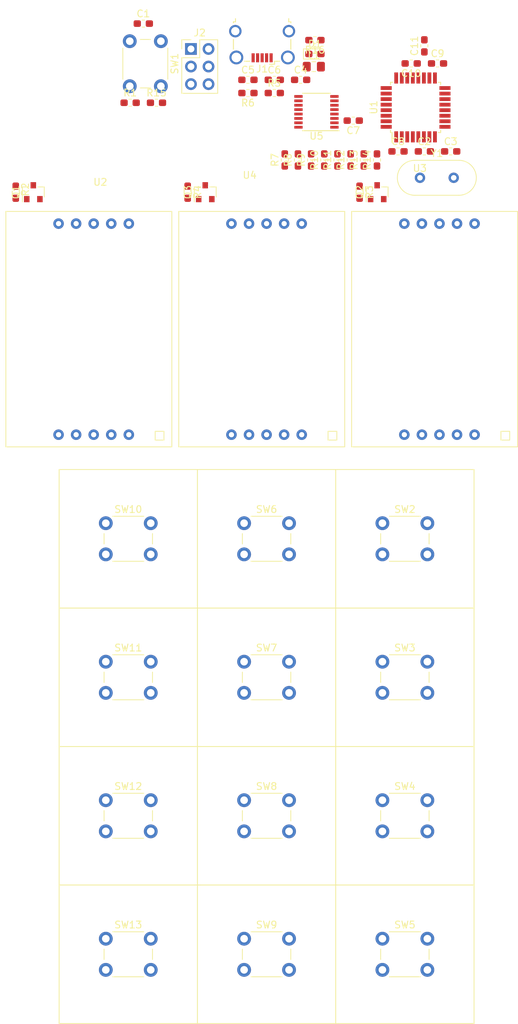
<source format=kicad_pcb>
(kicad_pcb (version 20171130) (host pcbnew 5.1.6-c6e7f7d~87~ubuntu20.04.1)

  (general
    (thickness 1.6)
    (drawings 48)
    (tracks 0)
    (zones 0)
    (modules 53)
    (nets 60)
  )

  (page A4)
  (layers
    (0 F.Cu signal)
    (31 B.Cu signal)
    (32 B.Adhes user)
    (33 F.Adhes user)
    (34 B.Paste user)
    (35 F.Paste user)
    (36 B.SilkS user)
    (37 F.SilkS user)
    (38 B.Mask user)
    (39 F.Mask user)
    (40 Dwgs.User user)
    (41 Cmts.User user)
    (42 Eco1.User user)
    (43 Eco2.User user)
    (44 Edge.Cuts user)
    (45 Margin user)
    (46 B.CrtYd user)
    (47 F.CrtYd user)
    (48 B.Fab user)
    (49 F.Fab user)
  )

  (setup
    (last_trace_width 0.25)
    (trace_clearance 0.2)
    (zone_clearance 0.508)
    (zone_45_only no)
    (trace_min 0.2)
    (via_size 0.8)
    (via_drill 0.4)
    (via_min_size 0.4)
    (via_min_drill 0.3)
    (uvia_size 0.3)
    (uvia_drill 0.1)
    (uvias_allowed no)
    (uvia_min_size 0.2)
    (uvia_min_drill 0.1)
    (edge_width 0.05)
    (segment_width 0.2)
    (pcb_text_width 0.3)
    (pcb_text_size 1.5 1.5)
    (mod_edge_width 0.12)
    (mod_text_size 1 1)
    (mod_text_width 0.15)
    (pad_size 1.524 1.524)
    (pad_drill 0.762)
    (pad_to_mask_clearance 0.05)
    (aux_axis_origin 0 0)
    (visible_elements FFFFFF7F)
    (pcbplotparams
      (layerselection 0x010fc_ffffffff)
      (usegerberextensions false)
      (usegerberattributes true)
      (usegerberadvancedattributes true)
      (creategerberjobfile true)
      (excludeedgelayer true)
      (linewidth 0.100000)
      (plotframeref false)
      (viasonmask false)
      (mode 1)
      (useauxorigin false)
      (hpglpennumber 1)
      (hpglpenspeed 20)
      (hpglpendiameter 15.000000)
      (psnegative false)
      (psa4output false)
      (plotreference true)
      (plotvalue true)
      (plotinvisibletext false)
      (padsonsilk false)
      (subtractmaskfromsilk false)
      (outputformat 1)
      (mirror false)
      (drillshape 1)
      (scaleselection 1)
      (outputdirectory ""))
  )

  (net 0 "")
  (net 1 /SEG_F)
  (net 2 /SEG_E)
  (net 3 /SEG_D)
  (net 4 /SEG_C)
  (net 5 /SEG_B)
  (net 6 /SEG_A)
  (net 7 /SEG_RDP)
  (net 8 /SEG_G)
  (net 9 "Net-(C1-Pad2)")
  (net 10 Earth)
  (net 11 +5V)
  (net 12 "Net-(Q1-Pad2)")
  (net 13 "Net-(Q1-Pad1)")
  (net 14 "Net-(C2-Pad2)")
  (net 15 "Net-(C3-Pad1)")
  (net 16 "Net-(Q2-Pad2)")
  (net 17 "Net-(Q2-Pad1)")
  (net 18 "Net-(Q3-Pad2)")
  (net 19 "Net-(Q3-Pad1)")
  (net 20 /SEG_SEL_0)
  (net 21 /ROW_0)
  (net 22 /COL_0)
  (net 23 /ROW_1)
  (net 24 /ROW_2)
  (net 25 /ROW_3)
  (net 26 /COL_1)
  (net 27 /COL_2)
  (net 28 /SEG_SEL_2)
  (net 29 /SEG_SEL_1)
  (net 30 "Net-(C4-Pad2)")
  (net 31 "Net-(C5-Pad2)")
  (net 32 "Net-(C6-Pad1)")
  (net 33 "Net-(C7-Pad2)")
  (net 34 "Net-(R5-Pad2)")
  (net 35 "Net-(R6-Pad2)")
  (net 36 "Net-(U5-Pad16)")
  (net 37 "Net-(U5-Pad15)")
  (net 38 "Net-(U5-Pad14)")
  (net 39 "Net-(U5-Pad7)")
  (net 40 "Net-(U5-Pad6)")
  (net 41 "Net-(U5-Pad2)")
  (net 42 "Net-(J1-Pad6)")
  (net 43 "Net-(J1-Pad4)")
  (net 44 "Net-(U1-Pad11)")
  (net 45 TX)
  (net 46 RX)
  (net 47 RESET)
  (net 48 "Net-(R13-Pad2)")
  (net 49 "Net-(R12-Pad2)")
  (net 50 "Net-(R11-Pad2)")
  (net 51 "Net-(R10-Pad2)")
  (net 52 "Net-(R9-Pad2)")
  (net 53 "Net-(R8-Pad2)")
  (net 54 "Net-(R7-Pad2)")
  (net 55 "Net-(R14-Pad2)")
  (net 56 MOSI)
  (net 57 SCK)
  (net 58 MISO)
  (net 59 "Net-(D1-Pad1)")

  (net_class Default "This is the default net class."
    (clearance 0.2)
    (trace_width 0.25)
    (via_dia 0.8)
    (via_drill 0.4)
    (uvia_dia 0.3)
    (uvia_drill 0.1)
    (add_net +5V)
    (add_net /COL_0)
    (add_net /COL_1)
    (add_net /COL_2)
    (add_net /ROW_0)
    (add_net /ROW_1)
    (add_net /ROW_2)
    (add_net /ROW_3)
    (add_net /SEG_A)
    (add_net /SEG_B)
    (add_net /SEG_C)
    (add_net /SEG_D)
    (add_net /SEG_E)
    (add_net /SEG_F)
    (add_net /SEG_G)
    (add_net /SEG_RDP)
    (add_net /SEG_SEL_0)
    (add_net /SEG_SEL_1)
    (add_net /SEG_SEL_2)
    (add_net Earth)
    (add_net MISO)
    (add_net MOSI)
    (add_net "Net-(C1-Pad2)")
    (add_net "Net-(C2-Pad2)")
    (add_net "Net-(C3-Pad1)")
    (add_net "Net-(C4-Pad2)")
    (add_net "Net-(C5-Pad2)")
    (add_net "Net-(C6-Pad1)")
    (add_net "Net-(C7-Pad2)")
    (add_net "Net-(D1-Pad1)")
    (add_net "Net-(J1-Pad4)")
    (add_net "Net-(J1-Pad6)")
    (add_net "Net-(Q1-Pad1)")
    (add_net "Net-(Q1-Pad2)")
    (add_net "Net-(Q2-Pad1)")
    (add_net "Net-(Q2-Pad2)")
    (add_net "Net-(Q3-Pad1)")
    (add_net "Net-(Q3-Pad2)")
    (add_net "Net-(R10-Pad2)")
    (add_net "Net-(R11-Pad2)")
    (add_net "Net-(R12-Pad2)")
    (add_net "Net-(R13-Pad2)")
    (add_net "Net-(R14-Pad2)")
    (add_net "Net-(R5-Pad2)")
    (add_net "Net-(R6-Pad2)")
    (add_net "Net-(R7-Pad2)")
    (add_net "Net-(R8-Pad2)")
    (add_net "Net-(R9-Pad2)")
    (add_net "Net-(U1-Pad11)")
    (add_net "Net-(U5-Pad14)")
    (add_net "Net-(U5-Pad15)")
    (add_net "Net-(U5-Pad16)")
    (add_net "Net-(U5-Pad2)")
    (add_net "Net-(U5-Pad6)")
    (add_net "Net-(U5-Pad7)")
    (add_net RESET)
    (add_net RX)
    (add_net SCK)
    (add_net TX)
  )

  (module Connector_USB:USB_Micro-B_Wuerth_629105150521_CircularHoles (layer F.Cu) (tedit 5A142044) (tstamp 5F7F59A5)
    (at 119.365 48.655 180)
    (descr "USB Micro-B receptacle, http://www.mouser.com/ds/2/445/629105150521-469306.pdf")
    (tags "usb micro receptacle")
    (path /5FAF34E3)
    (attr smd)
    (fp_text reference J1 (at 0 -3.5) (layer F.SilkS)
      (effects (font (size 1 1) (thickness 0.15)))
    )
    (fp_text value USB_B_Micro (at 0 5.6) (layer F.Fab)
      (effects (font (size 1 1) (thickness 0.15)))
    )
    (fp_line (start 5.28 -3.34) (end -5.27 -3.34) (layer F.CrtYd) (width 0.05))
    (fp_line (start 5.28 4.85) (end 5.28 -3.34) (layer F.CrtYd) (width 0.05))
    (fp_line (start -5.27 4.85) (end 5.28 4.85) (layer F.CrtYd) (width 0.05))
    (fp_line (start -5.27 -3.34) (end -5.27 4.85) (layer F.CrtYd) (width 0.05))
    (fp_line (start 1.8 -2.4) (end 2.525 -2.4) (layer F.SilkS) (width 0.15))
    (fp_line (start -1.8 -2.4) (end -2.525 -2.4) (layer F.SilkS) (width 0.15))
    (fp_line (start -1.8 -2.825) (end -1.8 -2.4) (layer F.SilkS) (width 0.15))
    (fp_line (start -1.075 -2.825) (end -1.8 -2.825) (layer F.SilkS) (width 0.15))
    (fp_line (start 4.15 0.75) (end 4.15 -0.65) (layer F.SilkS) (width 0.15))
    (fp_line (start 4.15 3.3) (end 4.15 3.15) (layer F.SilkS) (width 0.15))
    (fp_line (start 3.85 3.3) (end 4.15 3.3) (layer F.SilkS) (width 0.15))
    (fp_line (start 3.85 3.75) (end 3.85 3.3) (layer F.SilkS) (width 0.15))
    (fp_line (start -3.85 3.3) (end -3.85 3.75) (layer F.SilkS) (width 0.15))
    (fp_line (start -4.15 3.3) (end -3.85 3.3) (layer F.SilkS) (width 0.15))
    (fp_line (start -4.15 3.15) (end -4.15 3.3) (layer F.SilkS) (width 0.15))
    (fp_line (start -4.15 -0.65) (end -4.15 0.75) (layer F.SilkS) (width 0.15))
    (fp_line (start -1.075 -2.95) (end -1.075 -2.725) (layer F.Fab) (width 0.15))
    (fp_line (start -1.525 -2.95) (end -1.075 -2.95) (layer F.Fab) (width 0.15))
    (fp_line (start -1.525 -2.725) (end -1.525 -2.95) (layer F.Fab) (width 0.15))
    (fp_line (start -1.3 -2.55) (end -1.525 -2.725) (layer F.Fab) (width 0.15))
    (fp_line (start -1.075 -2.725) (end -1.3 -2.55) (layer F.Fab) (width 0.15))
    (fp_line (start -2.7 3.75) (end 2.7 3.75) (layer F.Fab) (width 0.15))
    (fp_line (start 4 -2.25) (end -4 -2.25) (layer F.Fab) (width 0.15))
    (fp_line (start 4 3.15) (end 4 -2.25) (layer F.Fab) (width 0.15))
    (fp_line (start 3.7 3.15) (end 4 3.15) (layer F.Fab) (width 0.15))
    (fp_line (start 3.7 4.35) (end 3.7 3.15) (layer F.Fab) (width 0.15))
    (fp_line (start -3.7 4.35) (end 3.7 4.35) (layer F.Fab) (width 0.15))
    (fp_line (start -3.7 3.15) (end -3.7 4.35) (layer F.Fab) (width 0.15))
    (fp_line (start -4 3.15) (end -3.7 3.15) (layer F.Fab) (width 0.15))
    (fp_line (start -4 -2.25) (end -4 3.15) (layer F.Fab) (width 0.15))
    (fp_text user %R (at 0 1.05) (layer F.Fab)
      (effects (font (size 1 1) (thickness 0.15)))
    )
    (fp_text user "PCB Edge" (at 0 3.75) (layer Dwgs.User)
      (effects (font (size 0.5 0.5) (thickness 0.08)))
    )
    (pad 1 smd rect (at -1.3 -1.9 180) (size 0.45 1.3) (layers F.Cu F.Paste F.Mask)
      (net 30 "Net-(C4-Pad2)"))
    (pad 2 smd rect (at -0.65 -1.9 180) (size 0.45 1.3) (layers F.Cu F.Paste F.Mask)
      (net 32 "Net-(C6-Pad1)"))
    (pad 3 smd rect (at 0 -1.9 180) (size 0.45 1.3) (layers F.Cu F.Paste F.Mask)
      (net 31 "Net-(C5-Pad2)"))
    (pad 4 smd rect (at 0.65 -1.9 180) (size 0.45 1.3) (layers F.Cu F.Paste F.Mask)
      (net 43 "Net-(J1-Pad4)"))
    (pad 5 smd rect (at 1.3 -1.9 180) (size 0.45 1.3) (layers F.Cu F.Paste F.Mask)
      (net 10 Earth))
    (pad 6 thru_hole circle (at -3.725 -1.85 180) (size 2 2) (drill 1.4) (layers *.Cu *.Mask)
      (net 42 "Net-(J1-Pad6)"))
    (pad 6 thru_hole circle (at 3.725 -1.85 180) (size 2 2) (drill 1.4) (layers *.Cu *.Mask)
      (net 42 "Net-(J1-Pad6)"))
    (pad 6 thru_hole circle (at -3.875 1.95 180) (size 1.8 1.8) (drill 1.2) (layers *.Cu *.Mask)
      (net 42 "Net-(J1-Pad6)"))
    (pad 6 thru_hole circle (at 3.875 1.95 180) (size 1.8 1.8) (drill 1.2) (layers *.Cu *.Mask)
      (net 42 "Net-(J1-Pad6)"))
    (pad "" np_thru_hole circle (at -2.5 -0.8 180) (size 0.8 0.8) (drill 0.8) (layers *.Cu *.Mask))
    (pad "" np_thru_hole circle (at 2.5 -0.8 180) (size 0.8 0.8) (drill 0.8) (layers *.Cu *.Mask))
    (model ${KISYS3DMOD}/Connector_USB.3dshapes/USB_Micro-B_Wuerth_629105150521_CircularHoles.wrl
      (at (xyz 0 0 0))
      (scale (xyz 1 1 1))
      (rotate (xyz 0 0 0))
    )
  )

  (module Resistor_SMD:R_0603_1608Metric_Pad1.05x0.95mm_HandSolder (layer F.Cu) (tedit 5B301BBD) (tstamp 5F813A41)
    (at 127 48 180)
    (descr "Resistor SMD 0603 (1608 Metric), square (rectangular) end terminal, IPC_7351 nominal with elongated pad for handsoldering. (Body size source: http://www.tortai-tech.com/upload/download/2011102023233369053.pdf), generated with kicad-footprint-generator")
    (tags "resistor handsolder")
    (path /61245141)
    (attr smd)
    (fp_text reference R16 (at 0 -1.43) (layer F.SilkS)
      (effects (font (size 1 1) (thickness 0.15)))
    )
    (fp_text value 300R (at 0 1.43) (layer F.Fab)
      (effects (font (size 1 1) (thickness 0.15)))
    )
    (fp_line (start 1.65 0.73) (end -1.65 0.73) (layer F.CrtYd) (width 0.05))
    (fp_line (start 1.65 -0.73) (end 1.65 0.73) (layer F.CrtYd) (width 0.05))
    (fp_line (start -1.65 -0.73) (end 1.65 -0.73) (layer F.CrtYd) (width 0.05))
    (fp_line (start -1.65 0.73) (end -1.65 -0.73) (layer F.CrtYd) (width 0.05))
    (fp_line (start -0.171267 0.51) (end 0.171267 0.51) (layer F.SilkS) (width 0.12))
    (fp_line (start -0.171267 -0.51) (end 0.171267 -0.51) (layer F.SilkS) (width 0.12))
    (fp_line (start 0.8 0.4) (end -0.8 0.4) (layer F.Fab) (width 0.1))
    (fp_line (start 0.8 -0.4) (end 0.8 0.4) (layer F.Fab) (width 0.1))
    (fp_line (start -0.8 -0.4) (end 0.8 -0.4) (layer F.Fab) (width 0.1))
    (fp_line (start -0.8 0.4) (end -0.8 -0.4) (layer F.Fab) (width 0.1))
    (fp_text user %R (at 0 0) (layer F.Fab)
      (effects (font (size 0.4 0.4) (thickness 0.06)))
    )
    (pad 1 smd roundrect (at -0.875 0 180) (size 1.05 0.95) (layers F.Cu F.Paste F.Mask) (roundrect_rratio 0.25)
      (net 59 "Net-(D1-Pad1)"))
    (pad 2 smd roundrect (at 0.875 0 180) (size 1.05 0.95) (layers F.Cu F.Paste F.Mask) (roundrect_rratio 0.25)
      (net 10 Earth))
    (model ${KISYS3DMOD}/Resistor_SMD.3dshapes/R_0603_1608Metric.wrl
      (at (xyz 0 0 0))
      (scale (xyz 1 1 1))
      (rotate (xyz 0 0 0))
    )
  )

  (module Diode_SMD:D_0603_1608Metric_Pad1.05x0.95mm_HandSolder (layer F.Cu) (tedit 5B4B45C8) (tstamp 5F813732)
    (at 127 50)
    (descr "Diode SMD 0603 (1608 Metric), square (rectangular) end terminal, IPC_7351 nominal, (Body size source: http://www.tortai-tech.com/upload/download/2011102023233369053.pdf), generated with kicad-footprint-generator")
    (tags "diode handsolder")
    (path /6123C25B)
    (attr smd)
    (fp_text reference D1 (at 0 -1.43) (layer F.SilkS)
      (effects (font (size 1 1) (thickness 0.15)))
    )
    (fp_text value LED (at 0 1.43) (layer F.Fab)
      (effects (font (size 1 1) (thickness 0.15)))
    )
    (fp_line (start 1.65 0.73) (end -1.65 0.73) (layer F.CrtYd) (width 0.05))
    (fp_line (start 1.65 -0.73) (end 1.65 0.73) (layer F.CrtYd) (width 0.05))
    (fp_line (start -1.65 -0.73) (end 1.65 -0.73) (layer F.CrtYd) (width 0.05))
    (fp_line (start -1.65 0.73) (end -1.65 -0.73) (layer F.CrtYd) (width 0.05))
    (fp_line (start -1.66 0.735) (end 0.8 0.735) (layer F.SilkS) (width 0.12))
    (fp_line (start -1.66 -0.735) (end -1.66 0.735) (layer F.SilkS) (width 0.12))
    (fp_line (start 0.8 -0.735) (end -1.66 -0.735) (layer F.SilkS) (width 0.12))
    (fp_line (start 0.8 0.4) (end 0.8 -0.4) (layer F.Fab) (width 0.1))
    (fp_line (start -0.8 0.4) (end 0.8 0.4) (layer F.Fab) (width 0.1))
    (fp_line (start -0.8 -0.1) (end -0.8 0.4) (layer F.Fab) (width 0.1))
    (fp_line (start -0.5 -0.4) (end -0.8 -0.1) (layer F.Fab) (width 0.1))
    (fp_line (start 0.8 -0.4) (end -0.5 -0.4) (layer F.Fab) (width 0.1))
    (fp_text user %R (at 0 0) (layer F.Fab)
      (effects (font (size 0.4 0.4) (thickness 0.06)))
    )
    (pad 1 smd roundrect (at -0.875 0) (size 1.05 0.95) (layers F.Cu F.Paste F.Mask) (roundrect_rratio 0.25)
      (net 59 "Net-(D1-Pad1)"))
    (pad 2 smd roundrect (at 0.875 0) (size 1.05 0.95) (layers F.Cu F.Paste F.Mask) (roundrect_rratio 0.25)
      (net 11 +5V))
    (model ${KISYS3DMOD}/Diode_SMD.3dshapes/D_0603_1608Metric.wrl
      (at (xyz 0 0 0))
      (scale (xyz 1 1 1))
      (rotate (xyz 0 0 0))
    )
  )

  (module Crystal:Crystal_HC49-4H_Vertical (layer F.Cu) (tedit 5A1AD3B7) (tstamp 5F82CA07)
    (at 142.19 67.88)
    (descr "Crystal THT HC-49-4H http://5hertz.com/pdfs/04404_D.pdf")
    (tags "THT crystalHC-49-4H")
    (path /5FA76737)
    (fp_text reference Y1 (at 2.44 -3.525) (layer F.SilkS)
      (effects (font (size 1 1) (thickness 0.15)))
    )
    (fp_text value 16MHz (at 2.44 3.525) (layer F.Fab)
      (effects (font (size 1 1) (thickness 0.15)))
    )
    (fp_line (start 8.5 -2.8) (end -3.6 -2.8) (layer F.CrtYd) (width 0.05))
    (fp_line (start 8.5 2.8) (end 8.5 -2.8) (layer F.CrtYd) (width 0.05))
    (fp_line (start -3.6 2.8) (end 8.5 2.8) (layer F.CrtYd) (width 0.05))
    (fp_line (start -3.6 -2.8) (end -3.6 2.8) (layer F.CrtYd) (width 0.05))
    (fp_line (start -0.76 2.525) (end 5.64 2.525) (layer F.SilkS) (width 0.12))
    (fp_line (start -0.76 -2.525) (end 5.64 -2.525) (layer F.SilkS) (width 0.12))
    (fp_line (start -0.56 2) (end 5.44 2) (layer F.Fab) (width 0.1))
    (fp_line (start -0.56 -2) (end 5.44 -2) (layer F.Fab) (width 0.1))
    (fp_line (start -0.76 2.325) (end 5.64 2.325) (layer F.Fab) (width 0.1))
    (fp_line (start -0.76 -2.325) (end 5.64 -2.325) (layer F.Fab) (width 0.1))
    (fp_text user %R (at 2.44 0) (layer F.Fab)
      (effects (font (size 1 1) (thickness 0.15)))
    )
    (fp_arc (start -0.76 0) (end -0.76 -2.325) (angle -180) (layer F.Fab) (width 0.1))
    (fp_arc (start 5.64 0) (end 5.64 -2.325) (angle 180) (layer F.Fab) (width 0.1))
    (fp_arc (start -0.56 0) (end -0.56 -2) (angle -180) (layer F.Fab) (width 0.1))
    (fp_arc (start 5.44 0) (end 5.44 -2) (angle 180) (layer F.Fab) (width 0.1))
    (fp_arc (start -0.76 0) (end -0.76 -2.525) (angle -180) (layer F.SilkS) (width 0.12))
    (fp_arc (start 5.64 0) (end 5.64 -2.525) (angle 180) (layer F.SilkS) (width 0.12))
    (pad 1 thru_hole circle (at 0 0) (size 1.5 1.5) (drill 0.8) (layers *.Cu *.Mask)
      (net 14 "Net-(C2-Pad2)"))
    (pad 2 thru_hole circle (at 4.88 0) (size 1.5 1.5) (drill 0.8) (layers *.Cu *.Mask)
      (net 15 "Net-(C3-Pad1)"))
    (model ${KISYS3DMOD}/Crystal.3dshapes/Crystal_HC49-4H_Vertical.wrl
      (at (xyz 0 0 0))
      (scale (xyz 1 1 1))
      (rotate (xyz 0 0 0))
    )
  )

  (module Capacitor_SMD:C_0603_1608Metric_Pad1.05x0.95mm_HandSolder (layer F.Cu) (tedit 5B301BBE) (tstamp 5F810AED)
    (at 142.825 48.83 90)
    (descr "Capacitor SMD 0603 (1608 Metric), square (rectangular) end terminal, IPC_7351 nominal with elongated pad for handsoldering. (Body size source: http://www.tortai-tech.com/upload/download/2011102023233369053.pdf), generated with kicad-footprint-generator")
    (tags "capacitor handsolder")
    (path /60EB05A3)
    (attr smd)
    (fp_text reference C11 (at 0 -1.43 90) (layer F.SilkS)
      (effects (font (size 1 1) (thickness 0.15)))
    )
    (fp_text value 4u7 (at 0 1.43 90) (layer F.Fab)
      (effects (font (size 1 1) (thickness 0.15)))
    )
    (fp_line (start 1.65 0.73) (end -1.65 0.73) (layer F.CrtYd) (width 0.05))
    (fp_line (start 1.65 -0.73) (end 1.65 0.73) (layer F.CrtYd) (width 0.05))
    (fp_line (start -1.65 -0.73) (end 1.65 -0.73) (layer F.CrtYd) (width 0.05))
    (fp_line (start -1.65 0.73) (end -1.65 -0.73) (layer F.CrtYd) (width 0.05))
    (fp_line (start -0.171267 0.51) (end 0.171267 0.51) (layer F.SilkS) (width 0.12))
    (fp_line (start -0.171267 -0.51) (end 0.171267 -0.51) (layer F.SilkS) (width 0.12))
    (fp_line (start 0.8 0.4) (end -0.8 0.4) (layer F.Fab) (width 0.1))
    (fp_line (start 0.8 -0.4) (end 0.8 0.4) (layer F.Fab) (width 0.1))
    (fp_line (start -0.8 -0.4) (end 0.8 -0.4) (layer F.Fab) (width 0.1))
    (fp_line (start -0.8 0.4) (end -0.8 -0.4) (layer F.Fab) (width 0.1))
    (fp_text user %R (at 0 0 90) (layer F.Fab)
      (effects (font (size 0.4 0.4) (thickness 0.06)))
    )
    (pad 1 smd roundrect (at -0.875 0 90) (size 1.05 0.95) (layers F.Cu F.Paste F.Mask) (roundrect_rratio 0.25)
      (net 11 +5V))
    (pad 2 smd roundrect (at 0.875 0 90) (size 1.05 0.95) (layers F.Cu F.Paste F.Mask) (roundrect_rratio 0.25)
      (net 10 Earth))
    (model ${KISYS3DMOD}/Capacitor_SMD.3dshapes/C_0603_1608Metric.wrl
      (at (xyz 0 0 0))
      (scale (xyz 1 1 1))
      (rotate (xyz 0 0 0))
    )
  )

  (module Resistor_SMD:R_0603_1608Metric_Pad1.05x0.95mm_HandSolder (layer F.Cu) (tedit 5B301BBD) (tstamp 5F80F824)
    (at 135.975 65.305 90)
    (descr "Resistor SMD 0603 (1608 Metric), square (rectangular) end terminal, IPC_7351 nominal with elongated pad for handsoldering. (Body size source: http://www.tortai-tech.com/upload/download/2011102023233369053.pdf), generated with kicad-footprint-generator")
    (tags "resistor handsolder")
    (path /5FE58E56)
    (attr smd)
    (fp_text reference R14 (at 0 -1.43 90) (layer F.SilkS)
      (effects (font (size 1 1) (thickness 0.15)))
    )
    (fp_text value 300R (at 0 1.43 90) (layer F.Fab)
      (effects (font (size 1 1) (thickness 0.15)))
    )
    (fp_line (start 1.65 0.73) (end -1.65 0.73) (layer F.CrtYd) (width 0.05))
    (fp_line (start 1.65 -0.73) (end 1.65 0.73) (layer F.CrtYd) (width 0.05))
    (fp_line (start -1.65 -0.73) (end 1.65 -0.73) (layer F.CrtYd) (width 0.05))
    (fp_line (start -1.65 0.73) (end -1.65 -0.73) (layer F.CrtYd) (width 0.05))
    (fp_line (start -0.171267 0.51) (end 0.171267 0.51) (layer F.SilkS) (width 0.12))
    (fp_line (start -0.171267 -0.51) (end 0.171267 -0.51) (layer F.SilkS) (width 0.12))
    (fp_line (start 0.8 0.4) (end -0.8 0.4) (layer F.Fab) (width 0.1))
    (fp_line (start 0.8 -0.4) (end 0.8 0.4) (layer F.Fab) (width 0.1))
    (fp_line (start -0.8 -0.4) (end 0.8 -0.4) (layer F.Fab) (width 0.1))
    (fp_line (start -0.8 0.4) (end -0.8 -0.4) (layer F.Fab) (width 0.1))
    (fp_text user %R (at 0 0 90) (layer F.Fab)
      (effects (font (size 0.4 0.4) (thickness 0.06)))
    )
    (pad 1 smd roundrect (at -0.875 0 90) (size 1.05 0.95) (layers F.Cu F.Paste F.Mask) (roundrect_rratio 0.25)
      (net 7 /SEG_RDP))
    (pad 2 smd roundrect (at 0.875 0 90) (size 1.05 0.95) (layers F.Cu F.Paste F.Mask) (roundrect_rratio 0.25)
      (net 55 "Net-(R14-Pad2)"))
    (model ${KISYS3DMOD}/Resistor_SMD.3dshapes/R_0603_1608Metric.wrl
      (at (xyz 0 0 0))
      (scale (xyz 1 1 1))
      (rotate (xyz 0 0 0))
    )
  )

  (module Resistor_SMD:R_0603_1608Metric_Pad1.05x0.95mm_HandSolder (layer F.Cu) (tedit 5B301BBD) (tstamp 5F80F813)
    (at 134.07 65.305 90)
    (descr "Resistor SMD 0603 (1608 Metric), square (rectangular) end terminal, IPC_7351 nominal with elongated pad for handsoldering. (Body size source: http://www.tortai-tech.com/upload/download/2011102023233369053.pdf), generated with kicad-footprint-generator")
    (tags "resistor handsolder")
    (path /5FE58D2E)
    (attr smd)
    (fp_text reference R13 (at 0 -1.43 90) (layer F.SilkS)
      (effects (font (size 1 1) (thickness 0.15)))
    )
    (fp_text value 300R (at 0 1.43 90) (layer F.Fab)
      (effects (font (size 1 1) (thickness 0.15)))
    )
    (fp_line (start 1.65 0.73) (end -1.65 0.73) (layer F.CrtYd) (width 0.05))
    (fp_line (start 1.65 -0.73) (end 1.65 0.73) (layer F.CrtYd) (width 0.05))
    (fp_line (start -1.65 -0.73) (end 1.65 -0.73) (layer F.CrtYd) (width 0.05))
    (fp_line (start -1.65 0.73) (end -1.65 -0.73) (layer F.CrtYd) (width 0.05))
    (fp_line (start -0.171267 0.51) (end 0.171267 0.51) (layer F.SilkS) (width 0.12))
    (fp_line (start -0.171267 -0.51) (end 0.171267 -0.51) (layer F.SilkS) (width 0.12))
    (fp_line (start 0.8 0.4) (end -0.8 0.4) (layer F.Fab) (width 0.1))
    (fp_line (start 0.8 -0.4) (end 0.8 0.4) (layer F.Fab) (width 0.1))
    (fp_line (start -0.8 -0.4) (end 0.8 -0.4) (layer F.Fab) (width 0.1))
    (fp_line (start -0.8 0.4) (end -0.8 -0.4) (layer F.Fab) (width 0.1))
    (fp_text user %R (at 0 0 90) (layer F.Fab)
      (effects (font (size 0.4 0.4) (thickness 0.06)))
    )
    (pad 1 smd roundrect (at -0.875 0 90) (size 1.05 0.95) (layers F.Cu F.Paste F.Mask) (roundrect_rratio 0.25)
      (net 8 /SEG_G))
    (pad 2 smd roundrect (at 0.875 0 90) (size 1.05 0.95) (layers F.Cu F.Paste F.Mask) (roundrect_rratio 0.25)
      (net 48 "Net-(R13-Pad2)"))
    (model ${KISYS3DMOD}/Resistor_SMD.3dshapes/R_0603_1608Metric.wrl
      (at (xyz 0 0 0))
      (scale (xyz 1 1 1))
      (rotate (xyz 0 0 0))
    )
  )

  (module Resistor_SMD:R_0603_1608Metric_Pad1.05x0.95mm_HandSolder (layer F.Cu) (tedit 5B301BBD) (tstamp 5F80F802)
    (at 132.165 65.305 90)
    (descr "Resistor SMD 0603 (1608 Metric), square (rectangular) end terminal, IPC_7351 nominal with elongated pad for handsoldering. (Body size source: http://www.tortai-tech.com/upload/download/2011102023233369053.pdf), generated with kicad-footprint-generator")
    (tags "resistor handsolder")
    (path /5FE58833)
    (attr smd)
    (fp_text reference R12 (at 0 -1.43 90) (layer F.SilkS)
      (effects (font (size 1 1) (thickness 0.15)))
    )
    (fp_text value 300R (at 0 1.43 90) (layer F.Fab)
      (effects (font (size 1 1) (thickness 0.15)))
    )
    (fp_line (start 1.65 0.73) (end -1.65 0.73) (layer F.CrtYd) (width 0.05))
    (fp_line (start 1.65 -0.73) (end 1.65 0.73) (layer F.CrtYd) (width 0.05))
    (fp_line (start -1.65 -0.73) (end 1.65 -0.73) (layer F.CrtYd) (width 0.05))
    (fp_line (start -1.65 0.73) (end -1.65 -0.73) (layer F.CrtYd) (width 0.05))
    (fp_line (start -0.171267 0.51) (end 0.171267 0.51) (layer F.SilkS) (width 0.12))
    (fp_line (start -0.171267 -0.51) (end 0.171267 -0.51) (layer F.SilkS) (width 0.12))
    (fp_line (start 0.8 0.4) (end -0.8 0.4) (layer F.Fab) (width 0.1))
    (fp_line (start 0.8 -0.4) (end 0.8 0.4) (layer F.Fab) (width 0.1))
    (fp_line (start -0.8 -0.4) (end 0.8 -0.4) (layer F.Fab) (width 0.1))
    (fp_line (start -0.8 0.4) (end -0.8 -0.4) (layer F.Fab) (width 0.1))
    (fp_text user %R (at 0 0 90) (layer F.Fab)
      (effects (font (size 0.4 0.4) (thickness 0.06)))
    )
    (pad 1 smd roundrect (at -0.875 0 90) (size 1.05 0.95) (layers F.Cu F.Paste F.Mask) (roundrect_rratio 0.25)
      (net 1 /SEG_F))
    (pad 2 smd roundrect (at 0.875 0 90) (size 1.05 0.95) (layers F.Cu F.Paste F.Mask) (roundrect_rratio 0.25)
      (net 49 "Net-(R12-Pad2)"))
    (model ${KISYS3DMOD}/Resistor_SMD.3dshapes/R_0603_1608Metric.wrl
      (at (xyz 0 0 0))
      (scale (xyz 1 1 1))
      (rotate (xyz 0 0 0))
    )
  )

  (module Resistor_SMD:R_0603_1608Metric_Pad1.05x0.95mm_HandSolder (layer F.Cu) (tedit 5B301BBD) (tstamp 5F80F7F1)
    (at 130.26 65.305 90)
    (descr "Resistor SMD 0603 (1608 Metric), square (rectangular) end terminal, IPC_7351 nominal with elongated pad for handsoldering. (Body size source: http://www.tortai-tech.com/upload/download/2011102023233369053.pdf), generated with kicad-footprint-generator")
    (tags "resistor handsolder")
    (path /5FE58672)
    (attr smd)
    (fp_text reference R11 (at 0 -1.43 90) (layer F.SilkS)
      (effects (font (size 1 1) (thickness 0.15)))
    )
    (fp_text value 300R (at 0 1.43 90) (layer F.Fab)
      (effects (font (size 1 1) (thickness 0.15)))
    )
    (fp_line (start 1.65 0.73) (end -1.65 0.73) (layer F.CrtYd) (width 0.05))
    (fp_line (start 1.65 -0.73) (end 1.65 0.73) (layer F.CrtYd) (width 0.05))
    (fp_line (start -1.65 -0.73) (end 1.65 -0.73) (layer F.CrtYd) (width 0.05))
    (fp_line (start -1.65 0.73) (end -1.65 -0.73) (layer F.CrtYd) (width 0.05))
    (fp_line (start -0.171267 0.51) (end 0.171267 0.51) (layer F.SilkS) (width 0.12))
    (fp_line (start -0.171267 -0.51) (end 0.171267 -0.51) (layer F.SilkS) (width 0.12))
    (fp_line (start 0.8 0.4) (end -0.8 0.4) (layer F.Fab) (width 0.1))
    (fp_line (start 0.8 -0.4) (end 0.8 0.4) (layer F.Fab) (width 0.1))
    (fp_line (start -0.8 -0.4) (end 0.8 -0.4) (layer F.Fab) (width 0.1))
    (fp_line (start -0.8 0.4) (end -0.8 -0.4) (layer F.Fab) (width 0.1))
    (fp_text user %R (at 0 0 90) (layer F.Fab)
      (effects (font (size 0.4 0.4) (thickness 0.06)))
    )
    (pad 1 smd roundrect (at -0.875 0 90) (size 1.05 0.95) (layers F.Cu F.Paste F.Mask) (roundrect_rratio 0.25)
      (net 2 /SEG_E))
    (pad 2 smd roundrect (at 0.875 0 90) (size 1.05 0.95) (layers F.Cu F.Paste F.Mask) (roundrect_rratio 0.25)
      (net 50 "Net-(R11-Pad2)"))
    (model ${KISYS3DMOD}/Resistor_SMD.3dshapes/R_0603_1608Metric.wrl
      (at (xyz 0 0 0))
      (scale (xyz 1 1 1))
      (rotate (xyz 0 0 0))
    )
  )

  (module Resistor_SMD:R_0603_1608Metric_Pad1.05x0.95mm_HandSolder (layer F.Cu) (tedit 5B301BBD) (tstamp 5F80F7E0)
    (at 128.355 65.305 90)
    (descr "Resistor SMD 0603 (1608 Metric), square (rectangular) end terminal, IPC_7351 nominal with elongated pad for handsoldering. (Body size source: http://www.tortai-tech.com/upload/download/2011102023233369053.pdf), generated with kicad-footprint-generator")
    (tags "resistor handsolder")
    (path /5FE584DC)
    (attr smd)
    (fp_text reference R10 (at 0 -1.43 90) (layer F.SilkS)
      (effects (font (size 1 1) (thickness 0.15)))
    )
    (fp_text value 300R (at 0 1.43 90) (layer F.Fab)
      (effects (font (size 1 1) (thickness 0.15)))
    )
    (fp_line (start 1.65 0.73) (end -1.65 0.73) (layer F.CrtYd) (width 0.05))
    (fp_line (start 1.65 -0.73) (end 1.65 0.73) (layer F.CrtYd) (width 0.05))
    (fp_line (start -1.65 -0.73) (end 1.65 -0.73) (layer F.CrtYd) (width 0.05))
    (fp_line (start -1.65 0.73) (end -1.65 -0.73) (layer F.CrtYd) (width 0.05))
    (fp_line (start -0.171267 0.51) (end 0.171267 0.51) (layer F.SilkS) (width 0.12))
    (fp_line (start -0.171267 -0.51) (end 0.171267 -0.51) (layer F.SilkS) (width 0.12))
    (fp_line (start 0.8 0.4) (end -0.8 0.4) (layer F.Fab) (width 0.1))
    (fp_line (start 0.8 -0.4) (end 0.8 0.4) (layer F.Fab) (width 0.1))
    (fp_line (start -0.8 -0.4) (end 0.8 -0.4) (layer F.Fab) (width 0.1))
    (fp_line (start -0.8 0.4) (end -0.8 -0.4) (layer F.Fab) (width 0.1))
    (fp_text user %R (at 0 0 90) (layer F.Fab)
      (effects (font (size 0.4 0.4) (thickness 0.06)))
    )
    (pad 1 smd roundrect (at -0.875 0 90) (size 1.05 0.95) (layers F.Cu F.Paste F.Mask) (roundrect_rratio 0.25)
      (net 3 /SEG_D))
    (pad 2 smd roundrect (at 0.875 0 90) (size 1.05 0.95) (layers F.Cu F.Paste F.Mask) (roundrect_rratio 0.25)
      (net 51 "Net-(R10-Pad2)"))
    (model ${KISYS3DMOD}/Resistor_SMD.3dshapes/R_0603_1608Metric.wrl
      (at (xyz 0 0 0))
      (scale (xyz 1 1 1))
      (rotate (xyz 0 0 0))
    )
  )

  (module Resistor_SMD:R_0603_1608Metric_Pad1.05x0.95mm_HandSolder (layer F.Cu) (tedit 5B301BBD) (tstamp 5F80F7CF)
    (at 126.45 65.305 90)
    (descr "Resistor SMD 0603 (1608 Metric), square (rectangular) end terminal, IPC_7351 nominal with elongated pad for handsoldering. (Body size source: http://www.tortai-tech.com/upload/download/2011102023233369053.pdf), generated with kicad-footprint-generator")
    (tags "resistor handsolder")
    (path /5FE582EA)
    (attr smd)
    (fp_text reference R9 (at 0 -1.43 90) (layer F.SilkS)
      (effects (font (size 1 1) (thickness 0.15)))
    )
    (fp_text value 300R (at 0 1.43 90) (layer F.Fab)
      (effects (font (size 1 1) (thickness 0.15)))
    )
    (fp_line (start 1.65 0.73) (end -1.65 0.73) (layer F.CrtYd) (width 0.05))
    (fp_line (start 1.65 -0.73) (end 1.65 0.73) (layer F.CrtYd) (width 0.05))
    (fp_line (start -1.65 -0.73) (end 1.65 -0.73) (layer F.CrtYd) (width 0.05))
    (fp_line (start -1.65 0.73) (end -1.65 -0.73) (layer F.CrtYd) (width 0.05))
    (fp_line (start -0.171267 0.51) (end 0.171267 0.51) (layer F.SilkS) (width 0.12))
    (fp_line (start -0.171267 -0.51) (end 0.171267 -0.51) (layer F.SilkS) (width 0.12))
    (fp_line (start 0.8 0.4) (end -0.8 0.4) (layer F.Fab) (width 0.1))
    (fp_line (start 0.8 -0.4) (end 0.8 0.4) (layer F.Fab) (width 0.1))
    (fp_line (start -0.8 -0.4) (end 0.8 -0.4) (layer F.Fab) (width 0.1))
    (fp_line (start -0.8 0.4) (end -0.8 -0.4) (layer F.Fab) (width 0.1))
    (fp_text user %R (at 0 0 90) (layer F.Fab)
      (effects (font (size 0.4 0.4) (thickness 0.06)))
    )
    (pad 1 smd roundrect (at -0.875 0 90) (size 1.05 0.95) (layers F.Cu F.Paste F.Mask) (roundrect_rratio 0.25)
      (net 4 /SEG_C))
    (pad 2 smd roundrect (at 0.875 0 90) (size 1.05 0.95) (layers F.Cu F.Paste F.Mask) (roundrect_rratio 0.25)
      (net 52 "Net-(R9-Pad2)"))
    (model ${KISYS3DMOD}/Resistor_SMD.3dshapes/R_0603_1608Metric.wrl
      (at (xyz 0 0 0))
      (scale (xyz 1 1 1))
      (rotate (xyz 0 0 0))
    )
  )

  (module Resistor_SMD:R_0603_1608Metric_Pad1.05x0.95mm_HandSolder (layer F.Cu) (tedit 5B301BBD) (tstamp 5F80F7BE)
    (at 124.545 65.305 90)
    (descr "Resistor SMD 0603 (1608 Metric), square (rectangular) end terminal, IPC_7351 nominal with elongated pad for handsoldering. (Body size source: http://www.tortai-tech.com/upload/download/2011102023233369053.pdf), generated with kicad-footprint-generator")
    (tags "resistor handsolder")
    (path /5FE580F9)
    (attr smd)
    (fp_text reference R8 (at 0 -1.43 90) (layer F.SilkS)
      (effects (font (size 1 1) (thickness 0.15)))
    )
    (fp_text value 300R (at 0 1.43 90) (layer F.Fab)
      (effects (font (size 1 1) (thickness 0.15)))
    )
    (fp_line (start 1.65 0.73) (end -1.65 0.73) (layer F.CrtYd) (width 0.05))
    (fp_line (start 1.65 -0.73) (end 1.65 0.73) (layer F.CrtYd) (width 0.05))
    (fp_line (start -1.65 -0.73) (end 1.65 -0.73) (layer F.CrtYd) (width 0.05))
    (fp_line (start -1.65 0.73) (end -1.65 -0.73) (layer F.CrtYd) (width 0.05))
    (fp_line (start -0.171267 0.51) (end 0.171267 0.51) (layer F.SilkS) (width 0.12))
    (fp_line (start -0.171267 -0.51) (end 0.171267 -0.51) (layer F.SilkS) (width 0.12))
    (fp_line (start 0.8 0.4) (end -0.8 0.4) (layer F.Fab) (width 0.1))
    (fp_line (start 0.8 -0.4) (end 0.8 0.4) (layer F.Fab) (width 0.1))
    (fp_line (start -0.8 -0.4) (end 0.8 -0.4) (layer F.Fab) (width 0.1))
    (fp_line (start -0.8 0.4) (end -0.8 -0.4) (layer F.Fab) (width 0.1))
    (fp_text user %R (at 0 0 90) (layer F.Fab)
      (effects (font (size 0.4 0.4) (thickness 0.06)))
    )
    (pad 1 smd roundrect (at -0.875 0 90) (size 1.05 0.95) (layers F.Cu F.Paste F.Mask) (roundrect_rratio 0.25)
      (net 5 /SEG_B))
    (pad 2 smd roundrect (at 0.875 0 90) (size 1.05 0.95) (layers F.Cu F.Paste F.Mask) (roundrect_rratio 0.25)
      (net 53 "Net-(R8-Pad2)"))
    (model ${KISYS3DMOD}/Resistor_SMD.3dshapes/R_0603_1608Metric.wrl
      (at (xyz 0 0 0))
      (scale (xyz 1 1 1))
      (rotate (xyz 0 0 0))
    )
  )

  (module Resistor_SMD:R_0603_1608Metric_Pad1.05x0.95mm_HandSolder (layer F.Cu) (tedit 5B301BBD) (tstamp 5F80F7AD)
    (at 122.64 65.305 90)
    (descr "Resistor SMD 0603 (1608 Metric), square (rectangular) end terminal, IPC_7351 nominal with elongated pad for handsoldering. (Body size source: http://www.tortai-tech.com/upload/download/2011102023233369053.pdf), generated with kicad-footprint-generator")
    (tags "resistor handsolder")
    (path /5FE466FC)
    (attr smd)
    (fp_text reference R7 (at 0 -1.43 90) (layer F.SilkS)
      (effects (font (size 1 1) (thickness 0.15)))
    )
    (fp_text value 300R (at 0 1.43 90) (layer F.Fab)
      (effects (font (size 1 1) (thickness 0.15)))
    )
    (fp_line (start 1.65 0.73) (end -1.65 0.73) (layer F.CrtYd) (width 0.05))
    (fp_line (start 1.65 -0.73) (end 1.65 0.73) (layer F.CrtYd) (width 0.05))
    (fp_line (start -1.65 -0.73) (end 1.65 -0.73) (layer F.CrtYd) (width 0.05))
    (fp_line (start -1.65 0.73) (end -1.65 -0.73) (layer F.CrtYd) (width 0.05))
    (fp_line (start -0.171267 0.51) (end 0.171267 0.51) (layer F.SilkS) (width 0.12))
    (fp_line (start -0.171267 -0.51) (end 0.171267 -0.51) (layer F.SilkS) (width 0.12))
    (fp_line (start 0.8 0.4) (end -0.8 0.4) (layer F.Fab) (width 0.1))
    (fp_line (start 0.8 -0.4) (end 0.8 0.4) (layer F.Fab) (width 0.1))
    (fp_line (start -0.8 -0.4) (end 0.8 -0.4) (layer F.Fab) (width 0.1))
    (fp_line (start -0.8 0.4) (end -0.8 -0.4) (layer F.Fab) (width 0.1))
    (fp_text user %R (at 0 0 90) (layer F.Fab)
      (effects (font (size 0.4 0.4) (thickness 0.06)))
    )
    (pad 1 smd roundrect (at -0.875 0 90) (size 1.05 0.95) (layers F.Cu F.Paste F.Mask) (roundrect_rratio 0.25)
      (net 6 /SEG_A))
    (pad 2 smd roundrect (at 0.875 0 90) (size 1.05 0.95) (layers F.Cu F.Paste F.Mask) (roundrect_rratio 0.25)
      (net 54 "Net-(R7-Pad2)"))
    (model ${KISYS3DMOD}/Resistor_SMD.3dshapes/R_0603_1608Metric.wrl
      (at (xyz 0 0 0))
      (scale (xyz 1 1 1))
      (rotate (xyz 0 0 0))
    )
  )

  (module Resistor_SMD:R_0603_1608Metric_Pad1.05x0.95mm_HandSolder (layer F.Cu) (tedit 5B301BBD) (tstamp 5F7F0E8A)
    (at 108.6 69.96 270)
    (descr "Resistor SMD 0603 (1608 Metric), square (rectangular) end terminal, IPC_7351 nominal with elongated pad for handsoldering. (Body size source: http://www.tortai-tech.com/upload/download/2011102023233369053.pdf), generated with kicad-footprint-generator")
    (tags "resistor handsolder")
    (path /5F859937)
    (attr smd)
    (fp_text reference R4 (at 0 -1.43 90) (layer F.SilkS)
      (effects (font (size 1 1) (thickness 0.15)))
    )
    (fp_text value 1k (at 0 1.43 90) (layer F.Fab)
      (effects (font (size 1 1) (thickness 0.15)))
    )
    (fp_line (start 1.65 0.73) (end -1.65 0.73) (layer F.CrtYd) (width 0.05))
    (fp_line (start 1.65 -0.73) (end 1.65 0.73) (layer F.CrtYd) (width 0.05))
    (fp_line (start -1.65 -0.73) (end 1.65 -0.73) (layer F.CrtYd) (width 0.05))
    (fp_line (start -1.65 0.73) (end -1.65 -0.73) (layer F.CrtYd) (width 0.05))
    (fp_line (start -0.171267 0.51) (end 0.171267 0.51) (layer F.SilkS) (width 0.12))
    (fp_line (start -0.171267 -0.51) (end 0.171267 -0.51) (layer F.SilkS) (width 0.12))
    (fp_line (start 0.8 0.4) (end -0.8 0.4) (layer F.Fab) (width 0.1))
    (fp_line (start 0.8 -0.4) (end 0.8 0.4) (layer F.Fab) (width 0.1))
    (fp_line (start -0.8 -0.4) (end 0.8 -0.4) (layer F.Fab) (width 0.1))
    (fp_line (start -0.8 0.4) (end -0.8 -0.4) (layer F.Fab) (width 0.1))
    (fp_text user %R (at 0 0 90) (layer F.Fab)
      (effects (font (size 0.4 0.4) (thickness 0.06)))
    )
    (pad 1 smd roundrect (at -0.875 0 270) (size 1.05 0.95) (layers F.Cu F.Paste F.Mask) (roundrect_rratio 0.25)
      (net 20 /SEG_SEL_0))
    (pad 2 smd roundrect (at 0.875 0 270) (size 1.05 0.95) (layers F.Cu F.Paste F.Mask) (roundrect_rratio 0.25)
      (net 19 "Net-(Q3-Pad1)"))
    (model ${KISYS3DMOD}/Resistor_SMD.3dshapes/R_0603_1608Metric.wrl
      (at (xyz 0 0 0))
      (scale (xyz 1 1 1))
      (rotate (xyz 0 0 0))
    )
  )

  (module Resistor_SMD:R_0603_1608Metric_Pad1.05x0.95mm_HandSolder (layer F.Cu) (tedit 5B301BBD) (tstamp 5F7F0E79)
    (at 133.46 69.96 270)
    (descr "Resistor SMD 0603 (1608 Metric), square (rectangular) end terminal, IPC_7351 nominal with elongated pad for handsoldering. (Body size source: http://www.tortai-tech.com/upload/download/2011102023233369053.pdf), generated with kicad-footprint-generator")
    (tags "resistor handsolder")
    (path /5F856715)
    (attr smd)
    (fp_text reference R3 (at 0 -1.43 90) (layer F.SilkS)
      (effects (font (size 1 1) (thickness 0.15)))
    )
    (fp_text value 1k (at 0 1.43 90) (layer F.Fab)
      (effects (font (size 1 1) (thickness 0.15)))
    )
    (fp_line (start 1.65 0.73) (end -1.65 0.73) (layer F.CrtYd) (width 0.05))
    (fp_line (start 1.65 -0.73) (end 1.65 0.73) (layer F.CrtYd) (width 0.05))
    (fp_line (start -1.65 -0.73) (end 1.65 -0.73) (layer F.CrtYd) (width 0.05))
    (fp_line (start -1.65 0.73) (end -1.65 -0.73) (layer F.CrtYd) (width 0.05))
    (fp_line (start -0.171267 0.51) (end 0.171267 0.51) (layer F.SilkS) (width 0.12))
    (fp_line (start -0.171267 -0.51) (end 0.171267 -0.51) (layer F.SilkS) (width 0.12))
    (fp_line (start 0.8 0.4) (end -0.8 0.4) (layer F.Fab) (width 0.1))
    (fp_line (start 0.8 -0.4) (end 0.8 0.4) (layer F.Fab) (width 0.1))
    (fp_line (start -0.8 -0.4) (end 0.8 -0.4) (layer F.Fab) (width 0.1))
    (fp_line (start -0.8 0.4) (end -0.8 -0.4) (layer F.Fab) (width 0.1))
    (fp_text user %R (at 0 0 90) (layer F.Fab)
      (effects (font (size 0.4 0.4) (thickness 0.06)))
    )
    (pad 1 smd roundrect (at -0.875 0 270) (size 1.05 0.95) (layers F.Cu F.Paste F.Mask) (roundrect_rratio 0.25)
      (net 20 /SEG_SEL_0))
    (pad 2 smd roundrect (at 0.875 0 270) (size 1.05 0.95) (layers F.Cu F.Paste F.Mask) (roundrect_rratio 0.25)
      (net 17 "Net-(Q2-Pad1)"))
    (model ${KISYS3DMOD}/Resistor_SMD.3dshapes/R_0603_1608Metric.wrl
      (at (xyz 0 0 0))
      (scale (xyz 1 1 1))
      (rotate (xyz 0 0 0))
    )
  )

  (module Resistor_SMD:R_0603_1608Metric_Pad1.05x0.95mm_HandSolder (layer F.Cu) (tedit 5B301BBD) (tstamp 5F7EE5A7)
    (at 83.74 69.96 270)
    (descr "Resistor SMD 0603 (1608 Metric), square (rectangular) end terminal, IPC_7351 nominal with elongated pad for handsoldering. (Body size source: http://www.tortai-tech.com/upload/download/2011102023233369053.pdf), generated with kicad-footprint-generator")
    (tags "resistor handsolder")
    (path /5F814B9E)
    (attr smd)
    (fp_text reference R2 (at -0.383 -1.39 90) (layer F.SilkS)
      (effects (font (size 1 1) (thickness 0.15)))
    )
    (fp_text value 1k (at 0 1.43 90) (layer F.Fab)
      (effects (font (size 1 1) (thickness 0.15)))
    )
    (fp_line (start 1.65 0.73) (end -1.65 0.73) (layer F.CrtYd) (width 0.05))
    (fp_line (start 1.65 -0.73) (end 1.65 0.73) (layer F.CrtYd) (width 0.05))
    (fp_line (start -1.65 -0.73) (end 1.65 -0.73) (layer F.CrtYd) (width 0.05))
    (fp_line (start -1.65 0.73) (end -1.65 -0.73) (layer F.CrtYd) (width 0.05))
    (fp_line (start -0.171267 0.51) (end 0.171267 0.51) (layer F.SilkS) (width 0.12))
    (fp_line (start -0.171267 -0.51) (end 0.171267 -0.51) (layer F.SilkS) (width 0.12))
    (fp_line (start 0.8 0.4) (end -0.8 0.4) (layer F.Fab) (width 0.1))
    (fp_line (start 0.8 -0.4) (end 0.8 0.4) (layer F.Fab) (width 0.1))
    (fp_line (start -0.8 -0.4) (end 0.8 -0.4) (layer F.Fab) (width 0.1))
    (fp_line (start -0.8 0.4) (end -0.8 -0.4) (layer F.Fab) (width 0.1))
    (fp_text user %R (at 0 0 90) (layer F.Fab)
      (effects (font (size 0.4 0.4) (thickness 0.06)))
    )
    (pad 1 smd roundrect (at -0.875 0 270) (size 1.05 0.95) (layers F.Cu F.Paste F.Mask) (roundrect_rratio 0.25)
      (net 20 /SEG_SEL_0))
    (pad 2 smd roundrect (at 0.875 0 270) (size 1.05 0.95) (layers F.Cu F.Paste F.Mask) (roundrect_rratio 0.25)
      (net 13 "Net-(Q1-Pad1)"))
    (model ${KISYS3DMOD}/Resistor_SMD.3dshapes/R_0603_1608Metric.wrl
      (at (xyz 0 0 0))
      (scale (xyz 1 1 1))
      (rotate (xyz 0 0 0))
    )
  )

  (module Connector_PinHeader_2.54mm:PinHeader_2x03_P2.54mm_Vertical (layer F.Cu) (tedit 59FED5CC) (tstamp 5F80939C)
    (at 109.075 49.275)
    (descr "Through hole straight pin header, 2x03, 2.54mm pitch, double rows")
    (tags "Through hole pin header THT 2x03 2.54mm double row")
    (path /60AA8A7B)
    (fp_text reference J2 (at 1.27 -2.33) (layer F.SilkS)
      (effects (font (size 1 1) (thickness 0.15)))
    )
    (fp_text value Conn_02x03_Odd_Even (at 1.27 7.41) (layer F.Fab)
      (effects (font (size 1 1) (thickness 0.15)))
    )
    (fp_line (start 4.35 -1.8) (end -1.8 -1.8) (layer F.CrtYd) (width 0.05))
    (fp_line (start 4.35 6.85) (end 4.35 -1.8) (layer F.CrtYd) (width 0.05))
    (fp_line (start -1.8 6.85) (end 4.35 6.85) (layer F.CrtYd) (width 0.05))
    (fp_line (start -1.8 -1.8) (end -1.8 6.85) (layer F.CrtYd) (width 0.05))
    (fp_line (start -1.33 -1.33) (end 0 -1.33) (layer F.SilkS) (width 0.12))
    (fp_line (start -1.33 0) (end -1.33 -1.33) (layer F.SilkS) (width 0.12))
    (fp_line (start 1.27 -1.33) (end 3.87 -1.33) (layer F.SilkS) (width 0.12))
    (fp_line (start 1.27 1.27) (end 1.27 -1.33) (layer F.SilkS) (width 0.12))
    (fp_line (start -1.33 1.27) (end 1.27 1.27) (layer F.SilkS) (width 0.12))
    (fp_line (start 3.87 -1.33) (end 3.87 6.41) (layer F.SilkS) (width 0.12))
    (fp_line (start -1.33 1.27) (end -1.33 6.41) (layer F.SilkS) (width 0.12))
    (fp_line (start -1.33 6.41) (end 3.87 6.41) (layer F.SilkS) (width 0.12))
    (fp_line (start -1.27 0) (end 0 -1.27) (layer F.Fab) (width 0.1))
    (fp_line (start -1.27 6.35) (end -1.27 0) (layer F.Fab) (width 0.1))
    (fp_line (start 3.81 6.35) (end -1.27 6.35) (layer F.Fab) (width 0.1))
    (fp_line (start 3.81 -1.27) (end 3.81 6.35) (layer F.Fab) (width 0.1))
    (fp_line (start 0 -1.27) (end 3.81 -1.27) (layer F.Fab) (width 0.1))
    (fp_text user %R (at 1.27 2.54 90) (layer F.Fab)
      (effects (font (size 1 1) (thickness 0.15)))
    )
    (pad 1 thru_hole rect (at 0 0) (size 1.7 1.7) (drill 1) (layers *.Cu *.Mask)
      (net 58 MISO))
    (pad 2 thru_hole oval (at 2.54 0) (size 1.7 1.7) (drill 1) (layers *.Cu *.Mask)
      (net 11 +5V))
    (pad 3 thru_hole oval (at 0 2.54) (size 1.7 1.7) (drill 1) (layers *.Cu *.Mask)
      (net 57 SCK))
    (pad 4 thru_hole oval (at 2.54 2.54) (size 1.7 1.7) (drill 1) (layers *.Cu *.Mask)
      (net 56 MOSI))
    (pad 5 thru_hole oval (at 0 5.08) (size 1.7 1.7) (drill 1) (layers *.Cu *.Mask)
      (net 47 RESET))
    (pad 6 thru_hole oval (at 2.54 5.08) (size 1.7 1.7) (drill 1) (layers *.Cu *.Mask)
      (net 10 Earth))
    (model ${KISYS3DMOD}/Connector_PinHeader_2.54mm.3dshapes/PinHeader_2x03_P2.54mm_Vertical.wrl
      (at (xyz 0 0 0))
      (scale (xyz 1 1 1))
      (rotate (xyz 0 0 0))
    )
  )

  (module Resistor_SMD:R_0603_1608Metric_Pad1.05x0.95mm_HandSolder (layer F.Cu) (tedit 5B301BBD) (tstamp 5F807914)
    (at 104.09 57.045)
    (descr "Resistor SMD 0603 (1608 Metric), square (rectangular) end terminal, IPC_7351 nominal with elongated pad for handsoldering. (Body size source: http://www.tortai-tech.com/upload/download/2011102023233369053.pdf), generated with kicad-footprint-generator")
    (tags "resistor handsolder")
    (path /60B16D4F)
    (attr smd)
    (fp_text reference R15 (at 0 -1.43) (layer F.SilkS)
      (effects (font (size 1 1) (thickness 0.15)))
    )
    (fp_text value 300R (at 0 1.43) (layer F.Fab)
      (effects (font (size 1 1) (thickness 0.15)))
    )
    (fp_line (start 1.65 0.73) (end -1.65 0.73) (layer F.CrtYd) (width 0.05))
    (fp_line (start 1.65 -0.73) (end 1.65 0.73) (layer F.CrtYd) (width 0.05))
    (fp_line (start -1.65 -0.73) (end 1.65 -0.73) (layer F.CrtYd) (width 0.05))
    (fp_line (start -1.65 0.73) (end -1.65 -0.73) (layer F.CrtYd) (width 0.05))
    (fp_line (start -0.171267 0.51) (end 0.171267 0.51) (layer F.SilkS) (width 0.12))
    (fp_line (start -0.171267 -0.51) (end 0.171267 -0.51) (layer F.SilkS) (width 0.12))
    (fp_line (start 0.8 0.4) (end -0.8 0.4) (layer F.Fab) (width 0.1))
    (fp_line (start 0.8 -0.4) (end 0.8 0.4) (layer F.Fab) (width 0.1))
    (fp_line (start -0.8 -0.4) (end 0.8 -0.4) (layer F.Fab) (width 0.1))
    (fp_line (start -0.8 0.4) (end -0.8 -0.4) (layer F.Fab) (width 0.1))
    (fp_text user %R (at 0 0) (layer F.Fab)
      (effects (font (size 0.4 0.4) (thickness 0.06)))
    )
    (pad 1 smd roundrect (at -0.875 0) (size 1.05 0.95) (layers F.Cu F.Paste F.Mask) (roundrect_rratio 0.25)
      (net 9 "Net-(C1-Pad2)"))
    (pad 2 smd roundrect (at 0.875 0) (size 1.05 0.95) (layers F.Cu F.Paste F.Mask) (roundrect_rratio 0.25)
      (net 47 RESET))
    (model ${KISYS3DMOD}/Resistor_SMD.3dshapes/R_0603_1608Metric.wrl
      (at (xyz 0 0 0))
      (scale (xyz 1 1 1))
      (rotate (xyz 0 0 0))
    )
  )

  (module Capacitor_SMD:C_0603_1608Metric_Pad1.05x0.95mm_HandSolder (layer F.Cu) (tedit 5B301BBE) (tstamp 5F80775B)
    (at 140.92 51.37 180)
    (descr "Capacitor SMD 0603 (1608 Metric), square (rectangular) end terminal, IPC_7351 nominal with elongated pad for handsoldering. (Body size source: http://www.tortai-tech.com/upload/download/2011102023233369053.pdf), generated with kicad-footprint-generator")
    (tags "capacitor handsolder")
    (path /60D62432)
    (attr smd)
    (fp_text reference C10 (at 0 -1.43) (layer F.SilkS)
      (effects (font (size 1 1) (thickness 0.15)))
    )
    (fp_text value 100n (at 0 1.43) (layer F.Fab)
      (effects (font (size 1 1) (thickness 0.15)))
    )
    (fp_line (start 1.65 0.73) (end -1.65 0.73) (layer F.CrtYd) (width 0.05))
    (fp_line (start 1.65 -0.73) (end 1.65 0.73) (layer F.CrtYd) (width 0.05))
    (fp_line (start -1.65 -0.73) (end 1.65 -0.73) (layer F.CrtYd) (width 0.05))
    (fp_line (start -1.65 0.73) (end -1.65 -0.73) (layer F.CrtYd) (width 0.05))
    (fp_line (start -0.171267 0.51) (end 0.171267 0.51) (layer F.SilkS) (width 0.12))
    (fp_line (start -0.171267 -0.51) (end 0.171267 -0.51) (layer F.SilkS) (width 0.12))
    (fp_line (start 0.8 0.4) (end -0.8 0.4) (layer F.Fab) (width 0.1))
    (fp_line (start 0.8 -0.4) (end 0.8 0.4) (layer F.Fab) (width 0.1))
    (fp_line (start -0.8 -0.4) (end 0.8 -0.4) (layer F.Fab) (width 0.1))
    (fp_line (start -0.8 0.4) (end -0.8 -0.4) (layer F.Fab) (width 0.1))
    (fp_text user %R (at 0 0) (layer F.Fab)
      (effects (font (size 0.4 0.4) (thickness 0.06)))
    )
    (pad 1 smd roundrect (at -0.875 0 180) (size 1.05 0.95) (layers F.Cu F.Paste F.Mask) (roundrect_rratio 0.25)
      (net 11 +5V))
    (pad 2 smd roundrect (at 0.875 0 180) (size 1.05 0.95) (layers F.Cu F.Paste F.Mask) (roundrect_rratio 0.25)
      (net 10 Earth))
    (model ${KISYS3DMOD}/Capacitor_SMD.3dshapes/C_0603_1608Metric.wrl
      (at (xyz 0 0 0))
      (scale (xyz 1 1 1))
      (rotate (xyz 0 0 0))
    )
  )

  (module Capacitor_SMD:C_0603_1608Metric_Pad1.05x0.95mm_HandSolder (layer F.Cu) (tedit 5B301BBE) (tstamp 5F80774A)
    (at 144.73 51.37)
    (descr "Capacitor SMD 0603 (1608 Metric), square (rectangular) end terminal, IPC_7351 nominal with elongated pad for handsoldering. (Body size source: http://www.tortai-tech.com/upload/download/2011102023233369053.pdf), generated with kicad-footprint-generator")
    (tags "capacitor handsolder")
    (path /60D62166)
    (attr smd)
    (fp_text reference C9 (at 0 -1.43) (layer F.SilkS)
      (effects (font (size 1 1) (thickness 0.15)))
    )
    (fp_text value 100n (at 0 1.43) (layer F.Fab)
      (effects (font (size 1 1) (thickness 0.15)))
    )
    (fp_line (start 1.65 0.73) (end -1.65 0.73) (layer F.CrtYd) (width 0.05))
    (fp_line (start 1.65 -0.73) (end 1.65 0.73) (layer F.CrtYd) (width 0.05))
    (fp_line (start -1.65 -0.73) (end 1.65 -0.73) (layer F.CrtYd) (width 0.05))
    (fp_line (start -1.65 0.73) (end -1.65 -0.73) (layer F.CrtYd) (width 0.05))
    (fp_line (start -0.171267 0.51) (end 0.171267 0.51) (layer F.SilkS) (width 0.12))
    (fp_line (start -0.171267 -0.51) (end 0.171267 -0.51) (layer F.SilkS) (width 0.12))
    (fp_line (start 0.8 0.4) (end -0.8 0.4) (layer F.Fab) (width 0.1))
    (fp_line (start 0.8 -0.4) (end 0.8 0.4) (layer F.Fab) (width 0.1))
    (fp_line (start -0.8 -0.4) (end 0.8 -0.4) (layer F.Fab) (width 0.1))
    (fp_line (start -0.8 0.4) (end -0.8 -0.4) (layer F.Fab) (width 0.1))
    (fp_text user %R (at 0 0) (layer F.Fab)
      (effects (font (size 0.4 0.4) (thickness 0.06)))
    )
    (pad 1 smd roundrect (at -0.875 0) (size 1.05 0.95) (layers F.Cu F.Paste F.Mask) (roundrect_rratio 0.25)
      (net 11 +5V))
    (pad 2 smd roundrect (at 0.875 0) (size 1.05 0.95) (layers F.Cu F.Paste F.Mask) (roundrect_rratio 0.25)
      (net 10 Earth))
    (model ${KISYS3DMOD}/Capacitor_SMD.3dshapes/C_0603_1608Metric.wrl
      (at (xyz 0 0 0))
      (scale (xyz 1 1 1))
      (rotate (xyz 0 0 0))
    )
  )

  (module Capacitor_SMD:C_0603_1608Metric_Pad1.05x0.95mm_HandSolder (layer F.Cu) (tedit 5B301BBE) (tstamp 5F82C9A1)
    (at 139.015 64.07)
    (descr "Capacitor SMD 0603 (1608 Metric), square (rectangular) end terminal, IPC_7351 nominal with elongated pad for handsoldering. (Body size source: http://www.tortai-tech.com/upload/download/2011102023233369053.pdf), generated with kicad-footprint-generator")
    (tags "capacitor handsolder")
    (path /60C31B9F)
    (attr smd)
    (fp_text reference C8 (at 0 -1.43) (layer F.SilkS)
      (effects (font (size 1 1) (thickness 0.15)))
    )
    (fp_text value 100n (at 0 1.43) (layer F.Fab)
      (effects (font (size 1 1) (thickness 0.15)))
    )
    (fp_line (start 1.65 0.73) (end -1.65 0.73) (layer F.CrtYd) (width 0.05))
    (fp_line (start 1.65 -0.73) (end 1.65 0.73) (layer F.CrtYd) (width 0.05))
    (fp_line (start -1.65 -0.73) (end 1.65 -0.73) (layer F.CrtYd) (width 0.05))
    (fp_line (start -1.65 0.73) (end -1.65 -0.73) (layer F.CrtYd) (width 0.05))
    (fp_line (start -0.171267 0.51) (end 0.171267 0.51) (layer F.SilkS) (width 0.12))
    (fp_line (start -0.171267 -0.51) (end 0.171267 -0.51) (layer F.SilkS) (width 0.12))
    (fp_line (start 0.8 0.4) (end -0.8 0.4) (layer F.Fab) (width 0.1))
    (fp_line (start 0.8 -0.4) (end 0.8 0.4) (layer F.Fab) (width 0.1))
    (fp_line (start -0.8 -0.4) (end 0.8 -0.4) (layer F.Fab) (width 0.1))
    (fp_line (start -0.8 0.4) (end -0.8 -0.4) (layer F.Fab) (width 0.1))
    (fp_text user %R (at 0 0) (layer F.Fab)
      (effects (font (size 0.4 0.4) (thickness 0.06)))
    )
    (pad 1 smd roundrect (at -0.875 0) (size 1.05 0.95) (layers F.Cu F.Paste F.Mask) (roundrect_rratio 0.25)
      (net 11 +5V))
    (pad 2 smd roundrect (at 0.875 0) (size 1.05 0.95) (layers F.Cu F.Paste F.Mask) (roundrect_rratio 0.25)
      (net 10 Earth))
    (model ${KISYS3DMOD}/Capacitor_SMD.3dshapes/C_0603_1608Metric.wrl
      (at (xyz 0 0 0))
      (scale (xyz 1 1 1))
      (rotate (xyz 0 0 0))
    )
  )

  (module Inductor_SMD:L_0805_2012Metric_Pad1.15x1.40mm_HandSolder (layer F.Cu) (tedit 5B36C52B) (tstamp 5F81B514)
    (at 126.84 51.83)
    (descr "Capacitor SMD 0805 (2012 Metric), square (rectangular) end terminal, IPC_7351 nominal with elongated pad for handsoldering. (Body size source: https://docs.google.com/spreadsheets/d/1BsfQQcO9C6DZCsRaXUlFlo91Tg2WpOkGARC1WS5S8t0/edit?usp=sharing), generated with kicad-footprint-generator")
    (tags "inductor handsolder")
    (path /5FC5D4A3)
    (attr smd)
    (fp_text reference L1 (at 0 -1.65) (layer F.SilkS)
      (effects (font (size 1 1) (thickness 0.15)))
    )
    (fp_text value ferrite (at 0 1.65) (layer F.Fab)
      (effects (font (size 1 1) (thickness 0.15)))
    )
    (fp_line (start 1.85 0.95) (end -1.85 0.95) (layer F.CrtYd) (width 0.05))
    (fp_line (start 1.85 -0.95) (end 1.85 0.95) (layer F.CrtYd) (width 0.05))
    (fp_line (start -1.85 -0.95) (end 1.85 -0.95) (layer F.CrtYd) (width 0.05))
    (fp_line (start -1.85 0.95) (end -1.85 -0.95) (layer F.CrtYd) (width 0.05))
    (fp_line (start -0.261252 0.71) (end 0.261252 0.71) (layer F.SilkS) (width 0.12))
    (fp_line (start -0.261252 -0.71) (end 0.261252 -0.71) (layer F.SilkS) (width 0.12))
    (fp_line (start 1 0.6) (end -1 0.6) (layer F.Fab) (width 0.1))
    (fp_line (start 1 -0.6) (end 1 0.6) (layer F.Fab) (width 0.1))
    (fp_line (start -1 -0.6) (end 1 -0.6) (layer F.Fab) (width 0.1))
    (fp_line (start -1 0.6) (end -1 -0.6) (layer F.Fab) (width 0.1))
    (fp_text user %R (at 0 0) (layer F.Fab)
      (effects (font (size 0.5 0.5) (thickness 0.08)))
    )
    (pad 1 smd roundrect (at -1.025 0) (size 1.15 1.4) (layers F.Cu F.Paste F.Mask) (roundrect_rratio 0.217391)
      (net 30 "Net-(C4-Pad2)"))
    (pad 2 smd roundrect (at 1.025 0) (size 1.15 1.4) (layers F.Cu F.Paste F.Mask) (roundrect_rratio 0.217391)
      (net 11 +5V))
    (model ${KISYS3DMOD}/Inductor_SMD.3dshapes/L_0805_2012Metric.wrl
      (at (xyz 0 0 0))
      (scale (xyz 1 1 1))
      (rotate (xyz 0 0 0))
    )
  )

  (module Package_SO:SSOP-16_3.9x4.9mm_P0.635mm (layer F.Cu) (tedit 5A02F25C) (tstamp 5F81C568)
    (at 127.22 58.355 180)
    (descr "SSOP16: plastic shrink small outline package; 16 leads; body width 3.9 mm; lead pitch 0.635; (see NXP SSOP-TSSOP-VSO-REFLOW.pdf and sot519-1_po.pdf)")
    (tags "SSOP 0.635")
    (path /5FAF290B)
    (attr smd)
    (fp_text reference U5 (at 0 -3.5) (layer F.SilkS)
      (effects (font (size 1 1) (thickness 0.15)))
    )
    (fp_text value FT230XS (at 0 3.5) (layer F.Fab)
      (effects (font (size 1 1) (thickness 0.15)))
    )
    (fp_line (start -3.275 -2.725) (end 2 -2.725) (layer F.SilkS) (width 0.15))
    (fp_line (start -2 2.675) (end 2 2.675) (layer F.SilkS) (width 0.15))
    (fp_line (start -3.45 2.8) (end 3.45 2.8) (layer F.CrtYd) (width 0.05))
    (fp_line (start -3.45 -2.85) (end 3.45 -2.85) (layer F.CrtYd) (width 0.05))
    (fp_line (start 3.45 -2.85) (end 3.45 2.8) (layer F.CrtYd) (width 0.05))
    (fp_line (start -3.45 -2.85) (end -3.45 2.8) (layer F.CrtYd) (width 0.05))
    (fp_line (start -1.95 -1.45) (end -0.95 -2.45) (layer F.Fab) (width 0.15))
    (fp_line (start -1.95 2.45) (end -1.95 -1.45) (layer F.Fab) (width 0.15))
    (fp_line (start 1.95 2.45) (end -1.95 2.45) (layer F.Fab) (width 0.15))
    (fp_line (start 1.95 -2.45) (end 1.95 2.45) (layer F.Fab) (width 0.15))
    (fp_line (start -0.95 -2.45) (end 1.95 -2.45) (layer F.Fab) (width 0.15))
    (fp_text user %R (at 0 0) (layer F.Fab)
      (effects (font (size 0.8 0.8) (thickness 0.15)))
    )
    (pad 1 smd rect (at -2.6 -2.2225 180) (size 1.2 0.4) (layers F.Cu F.Paste F.Mask)
      (net 45 TX))
    (pad 2 smd rect (at -2.6 -1.5875 180) (size 1.2 0.4) (layers F.Cu F.Paste F.Mask)
      (net 41 "Net-(U5-Pad2)"))
    (pad 3 smd rect (at -2.6 -0.9525 180) (size 1.2 0.4) (layers F.Cu F.Paste F.Mask)
      (net 33 "Net-(C7-Pad2)"))
    (pad 4 smd rect (at -2.6 -0.3175 180) (size 1.2 0.4) (layers F.Cu F.Paste F.Mask)
      (net 46 RX))
    (pad 5 smd rect (at -2.6 0.3175 180) (size 1.2 0.4) (layers F.Cu F.Paste F.Mask)
      (net 10 Earth))
    (pad 6 smd rect (at -2.6 0.9525 180) (size 1.2 0.4) (layers F.Cu F.Paste F.Mask)
      (net 40 "Net-(U5-Pad6)"))
    (pad 7 smd rect (at -2.6 1.5875 180) (size 1.2 0.4) (layers F.Cu F.Paste F.Mask)
      (net 39 "Net-(U5-Pad7)"))
    (pad 8 smd rect (at -2.6 2.2225 180) (size 1.2 0.4) (layers F.Cu F.Paste F.Mask)
      (net 35 "Net-(R6-Pad2)"))
    (pad 9 smd rect (at 2.6 2.2225 180) (size 1.2 0.4) (layers F.Cu F.Paste F.Mask)
      (net 34 "Net-(R5-Pad2)"))
    (pad 10 smd rect (at 2.6 1.5875 180) (size 1.2 0.4) (layers F.Cu F.Paste F.Mask)
      (net 33 "Net-(C7-Pad2)"))
    (pad 11 smd rect (at 2.6 0.9525 180) (size 1.2 0.4) (layers F.Cu F.Paste F.Mask)
      (net 33 "Net-(C7-Pad2)"))
    (pad 12 smd rect (at 2.6 0.3175 180) (size 1.2 0.4) (layers F.Cu F.Paste F.Mask)
      (net 11 +5V))
    (pad 13 smd rect (at 2.6 -0.3175 180) (size 1.2 0.4) (layers F.Cu F.Paste F.Mask)
      (net 10 Earth))
    (pad 14 smd rect (at 2.6 -0.9525 180) (size 1.2 0.4) (layers F.Cu F.Paste F.Mask)
      (net 38 "Net-(U5-Pad14)"))
    (pad 15 smd rect (at 2.6 -1.5875 180) (size 1.2 0.4) (layers F.Cu F.Paste F.Mask)
      (net 37 "Net-(U5-Pad15)"))
    (pad 16 smd rect (at 2.6 -2.2225 180) (size 1.2 0.4) (layers F.Cu F.Paste F.Mask)
      (net 36 "Net-(U5-Pad16)"))
    (model ${KISYS3DMOD}/Package_SO.3dshapes/SSOP-16_3.9x4.9mm_P0.635mm.wrl
      (at (xyz 0 0 0))
      (scale (xyz 1 1 1))
      (rotate (xyz 0 0 0))
    )
  )

  (module Resistor_SMD:R_0603_1608Metric_Pad1.05x0.95mm_HandSolder (layer F.Cu) (tedit 5B301BBD) (tstamp 5F7F2F00)
    (at 117.315 55.64 180)
    (descr "Resistor SMD 0603 (1608 Metric), square (rectangular) end terminal, IPC_7351 nominal with elongated pad for handsoldering. (Body size source: http://www.tortai-tech.com/upload/download/2011102023233369053.pdf), generated with kicad-footprint-generator")
    (tags "resistor handsolder")
    (path /5FC8EC48)
    (attr smd)
    (fp_text reference R6 (at 0 -1.43) (layer F.SilkS)
      (effects (font (size 1 1) (thickness 0.15)))
    )
    (fp_text value 27R (at -0.01 1.43) (layer F.Fab)
      (effects (font (size 1 1) (thickness 0.15)))
    )
    (fp_line (start 1.65 0.73) (end -1.65 0.73) (layer F.CrtYd) (width 0.05))
    (fp_line (start 1.65 -0.73) (end 1.65 0.73) (layer F.CrtYd) (width 0.05))
    (fp_line (start -1.65 -0.73) (end 1.65 -0.73) (layer F.CrtYd) (width 0.05))
    (fp_line (start -1.65 0.73) (end -1.65 -0.73) (layer F.CrtYd) (width 0.05))
    (fp_line (start -0.171267 0.51) (end 0.171267 0.51) (layer F.SilkS) (width 0.12))
    (fp_line (start -0.171267 -0.51) (end 0.171267 -0.51) (layer F.SilkS) (width 0.12))
    (fp_line (start 0.8 0.4) (end -0.8 0.4) (layer F.Fab) (width 0.1))
    (fp_line (start 0.8 -0.4) (end 0.8 0.4) (layer F.Fab) (width 0.1))
    (fp_line (start -0.8 -0.4) (end 0.8 -0.4) (layer F.Fab) (width 0.1))
    (fp_line (start -0.8 0.4) (end -0.8 -0.4) (layer F.Fab) (width 0.1))
    (fp_text user %R (at 0 0) (layer F.Fab)
      (effects (font (size 0.4 0.4) (thickness 0.06)))
    )
    (pad 1 smd roundrect (at -0.875 0 180) (size 1.05 0.95) (layers F.Cu F.Paste F.Mask) (roundrect_rratio 0.25)
      (net 31 "Net-(C5-Pad2)"))
    (pad 2 smd roundrect (at 0.875 0 180) (size 1.05 0.95) (layers F.Cu F.Paste F.Mask) (roundrect_rratio 0.25)
      (net 35 "Net-(R6-Pad2)"))
    (model ${KISYS3DMOD}/Resistor_SMD.3dshapes/R_0603_1608Metric.wrl
      (at (xyz 0 0 0))
      (scale (xyz 1 1 1))
      (rotate (xyz 0 0 0))
    )
  )

  (module Resistor_SMD:R_0603_1608Metric_Pad1.05x0.95mm_HandSolder (layer F.Cu) (tedit 5B301BBD) (tstamp 5F7F2EEF)
    (at 121.125 55.64)
    (descr "Resistor SMD 0603 (1608 Metric), square (rectangular) end terminal, IPC_7351 nominal with elongated pad for handsoldering. (Body size source: http://www.tortai-tech.com/upload/download/2011102023233369053.pdf), generated with kicad-footprint-generator")
    (tags "resistor handsolder")
    (path /5FC8F2A2)
    (attr smd)
    (fp_text reference R5 (at 0 -1.43) (layer F.SilkS)
      (effects (font (size 1 1) (thickness 0.15)))
    )
    (fp_text value 27R (at 0 1.43) (layer F.Fab)
      (effects (font (size 1 1) (thickness 0.15)))
    )
    (fp_line (start 1.65 0.73) (end -1.65 0.73) (layer F.CrtYd) (width 0.05))
    (fp_line (start 1.65 -0.73) (end 1.65 0.73) (layer F.CrtYd) (width 0.05))
    (fp_line (start -1.65 -0.73) (end 1.65 -0.73) (layer F.CrtYd) (width 0.05))
    (fp_line (start -1.65 0.73) (end -1.65 -0.73) (layer F.CrtYd) (width 0.05))
    (fp_line (start -0.171267 0.51) (end 0.171267 0.51) (layer F.SilkS) (width 0.12))
    (fp_line (start -0.171267 -0.51) (end 0.171267 -0.51) (layer F.SilkS) (width 0.12))
    (fp_line (start 0.8 0.4) (end -0.8 0.4) (layer F.Fab) (width 0.1))
    (fp_line (start 0.8 -0.4) (end 0.8 0.4) (layer F.Fab) (width 0.1))
    (fp_line (start -0.8 -0.4) (end 0.8 -0.4) (layer F.Fab) (width 0.1))
    (fp_line (start -0.8 0.4) (end -0.8 -0.4) (layer F.Fab) (width 0.1))
    (fp_text user %R (at 0 0) (layer F.Fab)
      (effects (font (size 0.4 0.4) (thickness 0.06)))
    )
    (pad 1 smd roundrect (at -0.875 0) (size 1.05 0.95) (layers F.Cu F.Paste F.Mask) (roundrect_rratio 0.25)
      (net 32 "Net-(C6-Pad1)"))
    (pad 2 smd roundrect (at 0.875 0) (size 1.05 0.95) (layers F.Cu F.Paste F.Mask) (roundrect_rratio 0.25)
      (net 34 "Net-(R5-Pad2)"))
    (model ${KISYS3DMOD}/Resistor_SMD.3dshapes/R_0603_1608Metric.wrl
      (at (xyz 0 0 0))
      (scale (xyz 1 1 1))
      (rotate (xyz 0 0 0))
    )
  )

  (module Capacitor_SMD:C_0603_1608Metric_Pad1.05x0.95mm_HandSolder (layer F.Cu) (tedit 5B301BBE) (tstamp 5F7F2DE6)
    (at 132.54 59.625 180)
    (descr "Capacitor SMD 0603 (1608 Metric), square (rectangular) end terminal, IPC_7351 nominal with elongated pad for handsoldering. (Body size source: http://www.tortai-tech.com/upload/download/2011102023233369053.pdf), generated with kicad-footprint-generator")
    (tags "capacitor handsolder")
    (path /5FDCB161)
    (attr smd)
    (fp_text reference C7 (at 0 -1.43) (layer F.SilkS)
      (effects (font (size 1 1) (thickness 0.15)))
    )
    (fp_text value 100n (at 0 1.43) (layer F.Fab)
      (effects (font (size 1 1) (thickness 0.15)))
    )
    (fp_line (start 1.65 0.73) (end -1.65 0.73) (layer F.CrtYd) (width 0.05))
    (fp_line (start 1.65 -0.73) (end 1.65 0.73) (layer F.CrtYd) (width 0.05))
    (fp_line (start -1.65 -0.73) (end 1.65 -0.73) (layer F.CrtYd) (width 0.05))
    (fp_line (start -1.65 0.73) (end -1.65 -0.73) (layer F.CrtYd) (width 0.05))
    (fp_line (start -0.171267 0.51) (end 0.171267 0.51) (layer F.SilkS) (width 0.12))
    (fp_line (start -0.171267 -0.51) (end 0.171267 -0.51) (layer F.SilkS) (width 0.12))
    (fp_line (start 0.8 0.4) (end -0.8 0.4) (layer F.Fab) (width 0.1))
    (fp_line (start 0.8 -0.4) (end 0.8 0.4) (layer F.Fab) (width 0.1))
    (fp_line (start -0.8 -0.4) (end 0.8 -0.4) (layer F.Fab) (width 0.1))
    (fp_line (start -0.8 0.4) (end -0.8 -0.4) (layer F.Fab) (width 0.1))
    (fp_text user %R (at 0 0) (layer F.Fab)
      (effects (font (size 0.4 0.4) (thickness 0.06)))
    )
    (pad 1 smd roundrect (at -0.875 0 180) (size 1.05 0.95) (layers F.Cu F.Paste F.Mask) (roundrect_rratio 0.25)
      (net 10 Earth))
    (pad 2 smd roundrect (at 0.875 0 180) (size 1.05 0.95) (layers F.Cu F.Paste F.Mask) (roundrect_rratio 0.25)
      (net 33 "Net-(C7-Pad2)"))
    (model ${KISYS3DMOD}/Capacitor_SMD.3dshapes/C_0603_1608Metric.wrl
      (at (xyz 0 0 0))
      (scale (xyz 1 1 1))
      (rotate (xyz 0 0 0))
    )
  )

  (module Capacitor_SMD:C_0603_1608Metric_Pad1.05x0.95mm_HandSolder (layer F.Cu) (tedit 5B301BBE) (tstamp 5F7F2DD5)
    (at 121.125 53.735)
    (descr "Capacitor SMD 0603 (1608 Metric), square (rectangular) end terminal, IPC_7351 nominal with elongated pad for handsoldering. (Body size source: http://www.tortai-tech.com/upload/download/2011102023233369053.pdf), generated with kicad-footprint-generator")
    (tags "capacitor handsolder")
    (path /5FCFC48A)
    (attr smd)
    (fp_text reference C6 (at 0 -1.43) (layer F.SilkS)
      (effects (font (size 1 1) (thickness 0.15)))
    )
    (fp_text value 47p (at 0 1.43) (layer F.Fab)
      (effects (font (size 1 1) (thickness 0.15)))
    )
    (fp_line (start 1.65 0.73) (end -1.65 0.73) (layer F.CrtYd) (width 0.05))
    (fp_line (start 1.65 -0.73) (end 1.65 0.73) (layer F.CrtYd) (width 0.05))
    (fp_line (start -1.65 -0.73) (end 1.65 -0.73) (layer F.CrtYd) (width 0.05))
    (fp_line (start -1.65 0.73) (end -1.65 -0.73) (layer F.CrtYd) (width 0.05))
    (fp_line (start -0.171267 0.51) (end 0.171267 0.51) (layer F.SilkS) (width 0.12))
    (fp_line (start -0.171267 -0.51) (end 0.171267 -0.51) (layer F.SilkS) (width 0.12))
    (fp_line (start 0.8 0.4) (end -0.8 0.4) (layer F.Fab) (width 0.1))
    (fp_line (start 0.8 -0.4) (end 0.8 0.4) (layer F.Fab) (width 0.1))
    (fp_line (start -0.8 -0.4) (end 0.8 -0.4) (layer F.Fab) (width 0.1))
    (fp_line (start -0.8 0.4) (end -0.8 -0.4) (layer F.Fab) (width 0.1))
    (fp_text user %R (at 0 0) (layer F.Fab)
      (effects (font (size 0.4 0.4) (thickness 0.06)))
    )
    (pad 1 smd roundrect (at -0.875 0) (size 1.05 0.95) (layers F.Cu F.Paste F.Mask) (roundrect_rratio 0.25)
      (net 32 "Net-(C6-Pad1)"))
    (pad 2 smd roundrect (at 0.875 0) (size 1.05 0.95) (layers F.Cu F.Paste F.Mask) (roundrect_rratio 0.25)
      (net 10 Earth))
    (model ${KISYS3DMOD}/Capacitor_SMD.3dshapes/C_0603_1608Metric.wrl
      (at (xyz 0 0 0))
      (scale (xyz 1 1 1))
      (rotate (xyz 0 0 0))
    )
  )

  (module Capacitor_SMD:C_0603_1608Metric_Pad1.05x0.95mm_HandSolder (layer F.Cu) (tedit 5B301BBE) (tstamp 5F7F2DC4)
    (at 117.315 53.735)
    (descr "Capacitor SMD 0603 (1608 Metric), square (rectangular) end terminal, IPC_7351 nominal with elongated pad for handsoldering. (Body size source: http://www.tortai-tech.com/upload/download/2011102023233369053.pdf), generated with kicad-footprint-generator")
    (tags "capacitor handsolder")
    (path /5FD05F62)
    (attr smd)
    (fp_text reference C5 (at 0 -1.43) (layer F.SilkS)
      (effects (font (size 1 1) (thickness 0.15)))
    )
    (fp_text value 47p (at 0 1.43) (layer F.Fab)
      (effects (font (size 1 1) (thickness 0.15)))
    )
    (fp_line (start 1.65 0.73) (end -1.65 0.73) (layer F.CrtYd) (width 0.05))
    (fp_line (start 1.65 -0.73) (end 1.65 0.73) (layer F.CrtYd) (width 0.05))
    (fp_line (start -1.65 -0.73) (end 1.65 -0.73) (layer F.CrtYd) (width 0.05))
    (fp_line (start -1.65 0.73) (end -1.65 -0.73) (layer F.CrtYd) (width 0.05))
    (fp_line (start -0.171267 0.51) (end 0.171267 0.51) (layer F.SilkS) (width 0.12))
    (fp_line (start -0.171267 -0.51) (end 0.171267 -0.51) (layer F.SilkS) (width 0.12))
    (fp_line (start 0.8 0.4) (end -0.8 0.4) (layer F.Fab) (width 0.1))
    (fp_line (start 0.8 -0.4) (end 0.8 0.4) (layer F.Fab) (width 0.1))
    (fp_line (start -0.8 -0.4) (end 0.8 -0.4) (layer F.Fab) (width 0.1))
    (fp_line (start -0.8 0.4) (end -0.8 -0.4) (layer F.Fab) (width 0.1))
    (fp_text user %R (at 0 0) (layer F.Fab)
      (effects (font (size 0.4 0.4) (thickness 0.06)))
    )
    (pad 1 smd roundrect (at -0.875 0) (size 1.05 0.95) (layers F.Cu F.Paste F.Mask) (roundrect_rratio 0.25)
      (net 10 Earth))
    (pad 2 smd roundrect (at 0.875 0) (size 1.05 0.95) (layers F.Cu F.Paste F.Mask) (roundrect_rratio 0.25)
      (net 31 "Net-(C5-Pad2)"))
    (model ${KISYS3DMOD}/Capacitor_SMD.3dshapes/C_0603_1608Metric.wrl
      (at (xyz 0 0 0))
      (scale (xyz 1 1 1))
      (rotate (xyz 0 0 0))
    )
  )

  (module Capacitor_SMD:C_0603_1608Metric_Pad1.05x0.95mm_HandSolder (layer F.Cu) (tedit 5B301BBE) (tstamp 5F7F2DB3)
    (at 124.935 53.735)
    (descr "Capacitor SMD 0603 (1608 Metric), square (rectangular) end terminal, IPC_7351 nominal with elongated pad for handsoldering. (Body size source: http://www.tortai-tech.com/upload/download/2011102023233369053.pdf), generated with kicad-footprint-generator")
    (tags "capacitor handsolder")
    (path /5FD3C6AE)
    (attr smd)
    (fp_text reference C4 (at 0 -1.43) (layer F.SilkS)
      (effects (font (size 1 1) (thickness 0.15)))
    )
    (fp_text value 10n (at 0 1.43) (layer F.Fab)
      (effects (font (size 1 1) (thickness 0.15)))
    )
    (fp_line (start 1.65 0.73) (end -1.65 0.73) (layer F.CrtYd) (width 0.05))
    (fp_line (start 1.65 -0.73) (end 1.65 0.73) (layer F.CrtYd) (width 0.05))
    (fp_line (start -1.65 -0.73) (end 1.65 -0.73) (layer F.CrtYd) (width 0.05))
    (fp_line (start -1.65 0.73) (end -1.65 -0.73) (layer F.CrtYd) (width 0.05))
    (fp_line (start -0.171267 0.51) (end 0.171267 0.51) (layer F.SilkS) (width 0.12))
    (fp_line (start -0.171267 -0.51) (end 0.171267 -0.51) (layer F.SilkS) (width 0.12))
    (fp_line (start 0.8 0.4) (end -0.8 0.4) (layer F.Fab) (width 0.1))
    (fp_line (start 0.8 -0.4) (end 0.8 0.4) (layer F.Fab) (width 0.1))
    (fp_line (start -0.8 -0.4) (end 0.8 -0.4) (layer F.Fab) (width 0.1))
    (fp_line (start -0.8 0.4) (end -0.8 -0.4) (layer F.Fab) (width 0.1))
    (fp_text user %R (at 0 0) (layer F.Fab)
      (effects (font (size 0.4 0.4) (thickness 0.06)))
    )
    (pad 1 smd roundrect (at -0.875 0) (size 1.05 0.95) (layers F.Cu F.Paste F.Mask) (roundrect_rratio 0.25)
      (net 10 Earth))
    (pad 2 smd roundrect (at 0.875 0) (size 1.05 0.95) (layers F.Cu F.Paste F.Mask) (roundrect_rratio 0.25)
      (net 30 "Net-(C4-Pad2)"))
    (model ${KISYS3DMOD}/Capacitor_SMD.3dshapes/C_0603_1608Metric.wrl
      (at (xyz 0 0 0))
      (scale (xyz 1 1 1))
      (rotate (xyz 0 0 0))
    )
  )

  (module Resistor_SMD:R_0603_1608Metric_Pad1.05x0.95mm_HandSolder (layer F.Cu) (tedit 5B301BBD) (tstamp 5F7F2136)
    (at 100.28 57.045)
    (descr "Resistor SMD 0603 (1608 Metric), square (rectangular) end terminal, IPC_7351 nominal with elongated pad for handsoldering. (Body size source: http://www.tortai-tech.com/upload/download/2011102023233369053.pdf), generated with kicad-footprint-generator")
    (tags "resistor handsolder")
    (path /5F82C1D3)
    (attr smd)
    (fp_text reference R1 (at 0 -1.43) (layer F.SilkS)
      (effects (font (size 1 1) (thickness 0.15)))
    )
    (fp_text value 100k (at 0 1.43) (layer F.Fab)
      (effects (font (size 1 1) (thickness 0.15)))
    )
    (fp_line (start 1.65 0.73) (end -1.65 0.73) (layer F.CrtYd) (width 0.05))
    (fp_line (start 1.65 -0.73) (end 1.65 0.73) (layer F.CrtYd) (width 0.05))
    (fp_line (start -1.65 -0.73) (end 1.65 -0.73) (layer F.CrtYd) (width 0.05))
    (fp_line (start -1.65 0.73) (end -1.65 -0.73) (layer F.CrtYd) (width 0.05))
    (fp_line (start -0.171267 0.51) (end 0.171267 0.51) (layer F.SilkS) (width 0.12))
    (fp_line (start -0.171267 -0.51) (end 0.171267 -0.51) (layer F.SilkS) (width 0.12))
    (fp_line (start 0.8 0.4) (end -0.8 0.4) (layer F.Fab) (width 0.1))
    (fp_line (start 0.8 -0.4) (end 0.8 0.4) (layer F.Fab) (width 0.1))
    (fp_line (start -0.8 -0.4) (end 0.8 -0.4) (layer F.Fab) (width 0.1))
    (fp_line (start -0.8 0.4) (end -0.8 -0.4) (layer F.Fab) (width 0.1))
    (fp_text user %R (at 0 0) (layer F.Fab)
      (effects (font (size 0.4 0.4) (thickness 0.06)))
    )
    (pad 1 smd roundrect (at -0.875 0) (size 1.05 0.95) (layers F.Cu F.Paste F.Mask) (roundrect_rratio 0.25)
      (net 11 +5V))
    (pad 2 smd roundrect (at 0.875 0) (size 1.05 0.95) (layers F.Cu F.Paste F.Mask) (roundrect_rratio 0.25)
      (net 9 "Net-(C1-Pad2)"))
    (model ${KISYS3DMOD}/Resistor_SMD.3dshapes/R_0603_1608Metric.wrl
      (at (xyz 0 0 0))
      (scale (xyz 1 1 1))
      (rotate (xyz 0 0 0))
    )
  )

  (module lsd100bag-101-20:lsd100bag-101-20 (layer F.Cu) (tedit 5F8061B6) (tstamp 5F7F117C)
    (at 120.01 90.01)
    (path /5F85992E)
    (fp_text reference U4 (at -2.44 -22.5) (layer F.SilkS)
      (effects (font (size 1 1) (thickness 0.15)))
    )
    (fp_text value lsd100bag-101-20 (at -2.44 -20.5) (layer F.Fab)
      (effects (font (size 1 1) (thickness 0.15)))
    )
    (fp_line (start 7.62 11.43) (end 6.35 11.43) (layer F.Fab) (width 0.12))
    (fp_line (start 7.62 12.7) (end 7.62 11.43) (layer F.Fab) (width 0.12))
    (fp_line (start 6.35 12.7) (end 7.62 12.7) (layer F.Fab) (width 0.12))
    (fp_line (start 6.35 11.43) (end 6.35 12.7) (layer F.Fab) (width 0.12))
    (fp_line (start -2.54 -12.7) (end -2.54 -10.16) (layer F.Fab) (width 0.12))
    (fp_line (start 2.54 -12.7) (end -2.54 -12.7) (layer F.Fab) (width 0.12))
    (fp_line (start 2.54 -10.16) (end 2.54 -12.7) (layer F.Fab) (width 0.12))
    (fp_line (start -2.54 -10.16) (end 2.54 -10.16) (layer F.Fab) (width 0.12))
    (fp_line (start -5.08 -7.62) (end -5.08 -3.81) (layer F.Fab) (width 0.12))
    (fp_line (start -7.62 -7.62) (end -5.08 -7.62) (layer F.Fab) (width 0.12))
    (fp_line (start -7.62 -3.81) (end -7.62 -7.62) (layer F.Fab) (width 0.12))
    (fp_line (start -5.08 -3.81) (end -7.62 -3.81) (layer F.Fab) (width 0.12))
    (fp_line (start 7.62 -3.81) (end 5.08 -3.81) (layer F.Fab) (width 0.12))
    (fp_line (start 7.62 -7.62) (end 7.62 -3.81) (layer F.Fab) (width 0.12))
    (fp_line (start 5.08 -7.62) (end 7.62 -7.62) (layer F.Fab) (width 0.12))
    (fp_line (start 5.08 -3.81) (end 5.08 -7.62) (layer F.Fab) (width 0.12))
    (fp_line (start 7.62 7.62) (end 5.08 7.62) (layer F.Fab) (width 0.12))
    (fp_line (start 7.62 3.81) (end 7.62 7.62) (layer F.Fab) (width 0.12))
    (fp_line (start 5.08 3.81) (end 7.62 3.81) (layer F.Fab) (width 0.12))
    (fp_line (start 5.08 7.62) (end 5.08 3.81) (layer F.Fab) (width 0.12))
    (fp_line (start 2.54 10.16) (end -2.54 10.16) (layer F.Fab) (width 0.12))
    (fp_line (start 2.54 12.7) (end 2.54 10.16) (layer F.Fab) (width 0.12))
    (fp_line (start -2.54 12.7) (end 2.54 12.7) (layer F.Fab) (width 0.12))
    (fp_line (start -2.54 10.16) (end -2.54 12.7) (layer F.Fab) (width 0.12))
    (fp_line (start -7.62 3.81) (end -5.08 3.81) (layer F.Fab) (width 0.12))
    (fp_line (start -7.62 7.62) (end -7.62 3.81) (layer F.Fab) (width 0.12))
    (fp_line (start -5.08 7.62) (end -7.62 7.62) (layer F.Fab) (width 0.12))
    (fp_line (start -5.08 3.81) (end -5.08 7.62) (layer F.Fab) (width 0.12))
    (fp_line (start -12.7 -17.272) (end -12.7 16.728) (layer F.SilkS) (width 0.12))
    (fp_line (start -12.7 -17.272) (end 11.3 -17.272) (layer F.SilkS) (width 0.12))
    (fp_line (start -12.7 16.728) (end 11.3 16.728) (layer F.SilkS) (width 0.12))
    (fp_line (start 11.3 -17.272) (end 11.3 16.728) (layer F.SilkS) (width 0.12))
    (fp_line (start 10.16 15.748) (end 8.89 15.748) (layer F.SilkS) (width 0.12))
    (fp_line (start 8.89 15.748) (end 8.89 14.478) (layer F.SilkS) (width 0.12))
    (fp_line (start 8.89 14.478) (end 10.16 14.478) (layer F.SilkS) (width 0.12))
    (fp_line (start 10.16 14.478) (end 10.16 15.748) (layer F.SilkS) (width 0.12))
    (fp_line (start -2.54 -1.27) (end -2.54 1.27) (layer F.Fab) (width 0.12))
    (fp_line (start -2.54 1.27) (end 2.54 1.27) (layer F.Fab) (width 0.12))
    (fp_line (start 2.54 1.27) (end 2.54 -1.27) (layer F.Fab) (width 0.12))
    (fp_line (start 2.54 -1.27) (end -2.54 -1.27) (layer F.Fab) (width 0.12))
    (pad 3 thru_hole circle (at 0 14.968) (size 1.524 1.524) (drill 0.762) (layers *.Cu *.Mask)
      (net 18 "Net-(Q3-Pad2)"))
    (pad 4 thru_hole circle (at 2.54 14.968) (size 1.524 1.524) (drill 0.762) (layers *.Cu *.Mask)
      (net 4 /SEG_C))
    (pad 2 thru_hole circle (at -2.54 14.968) (size 1.524 1.524) (drill 0.762) (layers *.Cu *.Mask)
      (net 3 /SEG_D))
    (pad 5 thru_hole circle (at 5.08 14.968) (size 1.524 1.524) (drill 0.762) (layers *.Cu *.Mask)
      (net 7 /SEG_RDP))
    (pad 1 thru_hole circle (at -5.08 14.968) (size 1.524 1.524) (drill 0.762) (layers *.Cu *.Mask)
      (net 2 /SEG_E))
    (pad 6 thru_hole circle (at 5.08 -15.512) (size 1.524 1.524) (drill 0.762) (layers *.Cu *.Mask)
      (net 5 /SEG_B))
    (pad 7 thru_hole circle (at 2.54 -15.512) (size 1.524 1.524) (drill 0.762) (layers *.Cu *.Mask)
      (net 6 /SEG_A))
    (pad 8 thru_hole circle (at 0 -15.512) (size 1.524 1.524) (drill 0.762) (layers *.Cu *.Mask)
      (net 18 "Net-(Q3-Pad2)"))
    (pad 9 thru_hole circle (at -2.54 -15.512) (size 1.524 1.524) (drill 0.762) (layers *.Cu *.Mask)
      (net 1 /SEG_F))
    (pad 10 thru_hole circle (at -5.08 -15.512) (size 1.524 1.524) (drill 0.762) (layers *.Cu *.Mask)
      (net 8 /SEG_G))
  )

  (module lsd100bag-101-20:lsd100bag-101-20 (layer F.Cu) (tedit 5F8061B6) (tstamp 5F813010)
    (at 145.01 90.01)
    (path /5F85670C)
    (fp_text reference U3 (at -2.84 -23.5) (layer F.SilkS)
      (effects (font (size 1 1) (thickness 0.15)))
    )
    (fp_text value lsd100bag-101-20 (at -1.84 -21.5) (layer F.Fab)
      (effects (font (size 1 1) (thickness 0.15)))
    )
    (fp_line (start 7.62 11.43) (end 6.35 11.43) (layer F.Fab) (width 0.12))
    (fp_line (start 7.62 12.7) (end 7.62 11.43) (layer F.Fab) (width 0.12))
    (fp_line (start 6.35 12.7) (end 7.62 12.7) (layer F.Fab) (width 0.12))
    (fp_line (start 6.35 11.43) (end 6.35 12.7) (layer F.Fab) (width 0.12))
    (fp_line (start -2.54 -12.7) (end -2.54 -10.16) (layer F.Fab) (width 0.12))
    (fp_line (start 2.54 -12.7) (end -2.54 -12.7) (layer F.Fab) (width 0.12))
    (fp_line (start 2.54 -10.16) (end 2.54 -12.7) (layer F.Fab) (width 0.12))
    (fp_line (start -2.54 -10.16) (end 2.54 -10.16) (layer F.Fab) (width 0.12))
    (fp_line (start -5.08 -7.62) (end -5.08 -3.81) (layer F.Fab) (width 0.12))
    (fp_line (start -7.62 -7.62) (end -5.08 -7.62) (layer F.Fab) (width 0.12))
    (fp_line (start -7.62 -3.81) (end -7.62 -7.62) (layer F.Fab) (width 0.12))
    (fp_line (start -5.08 -3.81) (end -7.62 -3.81) (layer F.Fab) (width 0.12))
    (fp_line (start 7.62 -3.81) (end 5.08 -3.81) (layer F.Fab) (width 0.12))
    (fp_line (start 7.62 -7.62) (end 7.62 -3.81) (layer F.Fab) (width 0.12))
    (fp_line (start 5.08 -7.62) (end 7.62 -7.62) (layer F.Fab) (width 0.12))
    (fp_line (start 5.08 -3.81) (end 5.08 -7.62) (layer F.Fab) (width 0.12))
    (fp_line (start 7.62 7.62) (end 5.08 7.62) (layer F.Fab) (width 0.12))
    (fp_line (start 7.62 3.81) (end 7.62 7.62) (layer F.Fab) (width 0.12))
    (fp_line (start 5.08 3.81) (end 7.62 3.81) (layer F.Fab) (width 0.12))
    (fp_line (start 5.08 7.62) (end 5.08 3.81) (layer F.Fab) (width 0.12))
    (fp_line (start 2.54 10.16) (end -2.54 10.16) (layer F.Fab) (width 0.12))
    (fp_line (start 2.54 12.7) (end 2.54 10.16) (layer F.Fab) (width 0.12))
    (fp_line (start -2.54 12.7) (end 2.54 12.7) (layer F.Fab) (width 0.12))
    (fp_line (start -2.54 10.16) (end -2.54 12.7) (layer F.Fab) (width 0.12))
    (fp_line (start -7.62 3.81) (end -5.08 3.81) (layer F.Fab) (width 0.12))
    (fp_line (start -7.62 7.62) (end -7.62 3.81) (layer F.Fab) (width 0.12))
    (fp_line (start -5.08 7.62) (end -7.62 7.62) (layer F.Fab) (width 0.12))
    (fp_line (start -5.08 3.81) (end -5.08 7.62) (layer F.Fab) (width 0.12))
    (fp_line (start -12.7 -17.272) (end -12.7 16.728) (layer F.SilkS) (width 0.12))
    (fp_line (start -12.7 -17.272) (end 11.3 -17.272) (layer F.SilkS) (width 0.12))
    (fp_line (start -12.7 16.728) (end 11.3 16.728) (layer F.SilkS) (width 0.12))
    (fp_line (start 11.3 -17.272) (end 11.3 16.728) (layer F.SilkS) (width 0.12))
    (fp_line (start 10.16 15.748) (end 8.89 15.748) (layer F.SilkS) (width 0.12))
    (fp_line (start 8.89 15.748) (end 8.89 14.478) (layer F.SilkS) (width 0.12))
    (fp_line (start 8.89 14.478) (end 10.16 14.478) (layer F.SilkS) (width 0.12))
    (fp_line (start 10.16 14.478) (end 10.16 15.748) (layer F.SilkS) (width 0.12))
    (fp_line (start -2.54 -1.27) (end -2.54 1.27) (layer F.Fab) (width 0.12))
    (fp_line (start -2.54 1.27) (end 2.54 1.27) (layer F.Fab) (width 0.12))
    (fp_line (start 2.54 1.27) (end 2.54 -1.27) (layer F.Fab) (width 0.12))
    (fp_line (start 2.54 -1.27) (end -2.54 -1.27) (layer F.Fab) (width 0.12))
    (pad 3 thru_hole circle (at 0 14.968) (size 1.524 1.524) (drill 0.762) (layers *.Cu *.Mask)
      (net 16 "Net-(Q2-Pad2)"))
    (pad 4 thru_hole circle (at 2.54 14.968) (size 1.524 1.524) (drill 0.762) (layers *.Cu *.Mask)
      (net 4 /SEG_C))
    (pad 2 thru_hole circle (at -2.54 14.968) (size 1.524 1.524) (drill 0.762) (layers *.Cu *.Mask)
      (net 3 /SEG_D))
    (pad 5 thru_hole circle (at 5.08 14.968) (size 1.524 1.524) (drill 0.762) (layers *.Cu *.Mask)
      (net 7 /SEG_RDP))
    (pad 1 thru_hole circle (at -5.08 14.968) (size 1.524 1.524) (drill 0.762) (layers *.Cu *.Mask)
      (net 2 /SEG_E))
    (pad 6 thru_hole circle (at 5.08 -15.512) (size 1.524 1.524) (drill 0.762) (layers *.Cu *.Mask)
      (net 5 /SEG_B))
    (pad 7 thru_hole circle (at 2.54 -15.512) (size 1.524 1.524) (drill 0.762) (layers *.Cu *.Mask)
      (net 6 /SEG_A))
    (pad 8 thru_hole circle (at 0 -15.512) (size 1.524 1.524) (drill 0.762) (layers *.Cu *.Mask)
      (net 16 "Net-(Q2-Pad2)"))
    (pad 9 thru_hole circle (at -2.54 -15.512) (size 1.524 1.524) (drill 0.762) (layers *.Cu *.Mask)
      (net 1 /SEG_F))
    (pad 10 thru_hole circle (at -5.08 -15.512) (size 1.524 1.524) (drill 0.762) (layers *.Cu *.Mask)
      (net 8 /SEG_G))
  )

  (module Button_Switch_THT:SW_PUSH_6mm (layer F.Cu) (tedit 5A02FE31) (tstamp 5F82ED4F)
    (at 96.76 177.76)
    (descr https://www.omron.com/ecb/products/pdf/en-b3f.pdf)
    (tags "tact sw push 6mm")
    (path /5F8A4C3A)
    (fp_text reference SW13 (at 3.25 -2) (layer F.SilkS)
      (effects (font (size 1 1) (thickness 0.15)))
    )
    (fp_text value * (at 3.75 6.7) (layer F.Fab)
      (effects (font (size 1 1) (thickness 0.15)))
    )
    (fp_circle (center 3.25 2.25) (end 1.25 2.5) (layer F.Fab) (width 0.1))
    (fp_line (start 6.75 3) (end 6.75 1.5) (layer F.SilkS) (width 0.12))
    (fp_line (start 5.5 -1) (end 1 -1) (layer F.SilkS) (width 0.12))
    (fp_line (start -0.25 1.5) (end -0.25 3) (layer F.SilkS) (width 0.12))
    (fp_line (start 1 5.5) (end 5.5 5.5) (layer F.SilkS) (width 0.12))
    (fp_line (start 8 -1.25) (end 8 5.75) (layer F.CrtYd) (width 0.05))
    (fp_line (start 7.75 6) (end -1.25 6) (layer F.CrtYd) (width 0.05))
    (fp_line (start -1.5 5.75) (end -1.5 -1.25) (layer F.CrtYd) (width 0.05))
    (fp_line (start -1.25 -1.5) (end 7.75 -1.5) (layer F.CrtYd) (width 0.05))
    (fp_line (start -1.5 6) (end -1.25 6) (layer F.CrtYd) (width 0.05))
    (fp_line (start -1.5 5.75) (end -1.5 6) (layer F.CrtYd) (width 0.05))
    (fp_line (start -1.5 -1.5) (end -1.25 -1.5) (layer F.CrtYd) (width 0.05))
    (fp_line (start -1.5 -1.25) (end -1.5 -1.5) (layer F.CrtYd) (width 0.05))
    (fp_line (start 8 -1.5) (end 8 -1.25) (layer F.CrtYd) (width 0.05))
    (fp_line (start 7.75 -1.5) (end 8 -1.5) (layer F.CrtYd) (width 0.05))
    (fp_line (start 8 6) (end 8 5.75) (layer F.CrtYd) (width 0.05))
    (fp_line (start 7.75 6) (end 8 6) (layer F.CrtYd) (width 0.05))
    (fp_line (start 0.25 -0.75) (end 3.25 -0.75) (layer F.Fab) (width 0.1))
    (fp_line (start 0.25 5.25) (end 0.25 -0.75) (layer F.Fab) (width 0.1))
    (fp_line (start 6.25 5.25) (end 0.25 5.25) (layer F.Fab) (width 0.1))
    (fp_line (start 6.25 -0.75) (end 6.25 5.25) (layer F.Fab) (width 0.1))
    (fp_line (start 3.25 -0.75) (end 6.25 -0.75) (layer F.Fab) (width 0.1))
    (fp_text user %R (at 3.25 2.25) (layer F.Fab)
      (effects (font (size 1 1) (thickness 0.15)))
    )
    (pad 2 thru_hole circle (at 0 4.5 90) (size 2 2) (drill 1.1) (layers *.Cu *.Mask)
      (net 27 /COL_2))
    (pad 1 thru_hole circle (at 0 0 90) (size 2 2) (drill 1.1) (layers *.Cu *.Mask)
      (net 25 /ROW_3))
    (pad 2 thru_hole circle (at 6.5 4.5 90) (size 2 2) (drill 1.1) (layers *.Cu *.Mask)
      (net 27 /COL_2))
    (pad 1 thru_hole circle (at 6.5 0 90) (size 2 2) (drill 1.1) (layers *.Cu *.Mask)
      (net 25 /ROW_3))
    (model ${KISYS3DMOD}/Button_Switch_THT.3dshapes/SW_PUSH_6mm.wrl
      (at (xyz 0 0 0))
      (scale (xyz 1 1 1))
      (rotate (xyz 0 0 0))
    )
  )

  (module Button_Switch_THT:SW_PUSH_6mm (layer F.Cu) (tedit 5A02FE31) (tstamp 5F82EC80)
    (at 96.76 157.76)
    (descr https://www.omron.com/ecb/products/pdf/en-b3f.pdf)
    (tags "tact sw push 6mm")
    (path /5F89C613)
    (fp_text reference SW12 (at 3.25 -2) (layer F.SilkS)
      (effects (font (size 1 1) (thickness 0.15)))
    )
    (fp_text value 1 (at 3.75 6.7) (layer F.Fab)
      (effects (font (size 1 1) (thickness 0.15)))
    )
    (fp_circle (center 3.25 2.25) (end 1.25 2.5) (layer F.Fab) (width 0.1))
    (fp_line (start 6.75 3) (end 6.75 1.5) (layer F.SilkS) (width 0.12))
    (fp_line (start 5.5 -1) (end 1 -1) (layer F.SilkS) (width 0.12))
    (fp_line (start -0.25 1.5) (end -0.25 3) (layer F.SilkS) (width 0.12))
    (fp_line (start 1 5.5) (end 5.5 5.5) (layer F.SilkS) (width 0.12))
    (fp_line (start 8 -1.25) (end 8 5.75) (layer F.CrtYd) (width 0.05))
    (fp_line (start 7.75 6) (end -1.25 6) (layer F.CrtYd) (width 0.05))
    (fp_line (start -1.5 5.75) (end -1.5 -1.25) (layer F.CrtYd) (width 0.05))
    (fp_line (start -1.25 -1.5) (end 7.75 -1.5) (layer F.CrtYd) (width 0.05))
    (fp_line (start -1.5 6) (end -1.25 6) (layer F.CrtYd) (width 0.05))
    (fp_line (start -1.5 5.75) (end -1.5 6) (layer F.CrtYd) (width 0.05))
    (fp_line (start -1.5 -1.5) (end -1.25 -1.5) (layer F.CrtYd) (width 0.05))
    (fp_line (start -1.5 -1.25) (end -1.5 -1.5) (layer F.CrtYd) (width 0.05))
    (fp_line (start 8 -1.5) (end 8 -1.25) (layer F.CrtYd) (width 0.05))
    (fp_line (start 7.75 -1.5) (end 8 -1.5) (layer F.CrtYd) (width 0.05))
    (fp_line (start 8 6) (end 8 5.75) (layer F.CrtYd) (width 0.05))
    (fp_line (start 7.75 6) (end 8 6) (layer F.CrtYd) (width 0.05))
    (fp_line (start 0.25 -0.75) (end 3.25 -0.75) (layer F.Fab) (width 0.1))
    (fp_line (start 0.25 5.25) (end 0.25 -0.75) (layer F.Fab) (width 0.1))
    (fp_line (start 6.25 5.25) (end 0.25 5.25) (layer F.Fab) (width 0.1))
    (fp_line (start 6.25 -0.75) (end 6.25 5.25) (layer F.Fab) (width 0.1))
    (fp_line (start 3.25 -0.75) (end 6.25 -0.75) (layer F.Fab) (width 0.1))
    (fp_text user %R (at 3.25 2.25) (layer F.Fab)
      (effects (font (size 1 1) (thickness 0.15)))
    )
    (pad 2 thru_hole circle (at 0 4.5 90) (size 2 2) (drill 1.1) (layers *.Cu *.Mask)
      (net 27 /COL_2))
    (pad 1 thru_hole circle (at 0 0 90) (size 2 2) (drill 1.1) (layers *.Cu *.Mask)
      (net 24 /ROW_2))
    (pad 2 thru_hole circle (at 6.5 4.5 90) (size 2 2) (drill 1.1) (layers *.Cu *.Mask)
      (net 27 /COL_2))
    (pad 1 thru_hole circle (at 6.5 0 90) (size 2 2) (drill 1.1) (layers *.Cu *.Mask)
      (net 24 /ROW_2))
    (model ${KISYS3DMOD}/Button_Switch_THT.3dshapes/SW_PUSH_6mm.wrl
      (at (xyz 0 0 0))
      (scale (xyz 1 1 1))
      (rotate (xyz 0 0 0))
    )
  )

  (module Button_Switch_THT:SW_PUSH_6mm (layer F.Cu) (tedit 5A02FE31) (tstamp 5F82EE0C)
    (at 96.76 137.76)
    (descr https://www.omron.com/ecb/products/pdf/en-b3f.pdf)
    (tags "tact sw push 6mm")
    (path /5F89C60D)
    (fp_text reference SW11 (at 3.25 -2) (layer F.SilkS)
      (effects (font (size 1 1) (thickness 0.15)))
    )
    (fp_text value 4 (at 3.75 6.7) (layer F.Fab)
      (effects (font (size 1 1) (thickness 0.15)))
    )
    (fp_circle (center 3.25 2.25) (end 1.25 2.5) (layer F.Fab) (width 0.1))
    (fp_line (start 6.75 3) (end 6.75 1.5) (layer F.SilkS) (width 0.12))
    (fp_line (start 5.5 -1) (end 1 -1) (layer F.SilkS) (width 0.12))
    (fp_line (start -0.25 1.5) (end -0.25 3) (layer F.SilkS) (width 0.12))
    (fp_line (start 1 5.5) (end 5.5 5.5) (layer F.SilkS) (width 0.12))
    (fp_line (start 8 -1.25) (end 8 5.75) (layer F.CrtYd) (width 0.05))
    (fp_line (start 7.75 6) (end -1.25 6) (layer F.CrtYd) (width 0.05))
    (fp_line (start -1.5 5.75) (end -1.5 -1.25) (layer F.CrtYd) (width 0.05))
    (fp_line (start -1.25 -1.5) (end 7.75 -1.5) (layer F.CrtYd) (width 0.05))
    (fp_line (start -1.5 6) (end -1.25 6) (layer F.CrtYd) (width 0.05))
    (fp_line (start -1.5 5.75) (end -1.5 6) (layer F.CrtYd) (width 0.05))
    (fp_line (start -1.5 -1.5) (end -1.25 -1.5) (layer F.CrtYd) (width 0.05))
    (fp_line (start -1.5 -1.25) (end -1.5 -1.5) (layer F.CrtYd) (width 0.05))
    (fp_line (start 8 -1.5) (end 8 -1.25) (layer F.CrtYd) (width 0.05))
    (fp_line (start 7.75 -1.5) (end 8 -1.5) (layer F.CrtYd) (width 0.05))
    (fp_line (start 8 6) (end 8 5.75) (layer F.CrtYd) (width 0.05))
    (fp_line (start 7.75 6) (end 8 6) (layer F.CrtYd) (width 0.05))
    (fp_line (start 0.25 -0.75) (end 3.25 -0.75) (layer F.Fab) (width 0.1))
    (fp_line (start 0.25 5.25) (end 0.25 -0.75) (layer F.Fab) (width 0.1))
    (fp_line (start 6.25 5.25) (end 0.25 5.25) (layer F.Fab) (width 0.1))
    (fp_line (start 6.25 -0.75) (end 6.25 5.25) (layer F.Fab) (width 0.1))
    (fp_line (start 3.25 -0.75) (end 6.25 -0.75) (layer F.Fab) (width 0.1))
    (fp_text user %R (at 3.25 2.25) (layer F.Fab)
      (effects (font (size 1 1) (thickness 0.15)))
    )
    (pad 2 thru_hole circle (at 0 4.5 90) (size 2 2) (drill 1.1) (layers *.Cu *.Mask)
      (net 27 /COL_2))
    (pad 1 thru_hole circle (at 0 0 90) (size 2 2) (drill 1.1) (layers *.Cu *.Mask)
      (net 23 /ROW_1))
    (pad 2 thru_hole circle (at 6.5 4.5 90) (size 2 2) (drill 1.1) (layers *.Cu *.Mask)
      (net 27 /COL_2))
    (pad 1 thru_hole circle (at 6.5 0 90) (size 2 2) (drill 1.1) (layers *.Cu *.Mask)
      (net 23 /ROW_1))
    (model ${KISYS3DMOD}/Button_Switch_THT.3dshapes/SW_PUSH_6mm.wrl
      (at (xyz 0 0 0))
      (scale (xyz 1 1 1))
      (rotate (xyz 0 0 0))
    )
  )

  (module Button_Switch_THT:SW_PUSH_6mm (layer F.Cu) (tedit 5A02FE31) (tstamp 5F82EBC9)
    (at 96.76 117.76)
    (descr https://www.omron.com/ecb/products/pdf/en-b3f.pdf)
    (tags "tact sw push 6mm")
    (path /5F89C606)
    (fp_text reference SW10 (at 3.25 -2) (layer F.SilkS)
      (effects (font (size 1 1) (thickness 0.15)))
    )
    (fp_text value 7 (at 3.75 6.7) (layer F.Fab)
      (effects (font (size 1 1) (thickness 0.15)))
    )
    (fp_circle (center 3.25 2.25) (end 1.25 2.5) (layer F.Fab) (width 0.1))
    (fp_line (start 6.75 3) (end 6.75 1.5) (layer F.SilkS) (width 0.12))
    (fp_line (start 5.5 -1) (end 1 -1) (layer F.SilkS) (width 0.12))
    (fp_line (start -0.25 1.5) (end -0.25 3) (layer F.SilkS) (width 0.12))
    (fp_line (start 1 5.5) (end 5.5 5.5) (layer F.SilkS) (width 0.12))
    (fp_line (start 8 -1.25) (end 8 5.75) (layer F.CrtYd) (width 0.05))
    (fp_line (start 7.75 6) (end -1.25 6) (layer F.CrtYd) (width 0.05))
    (fp_line (start -1.5 5.75) (end -1.5 -1.25) (layer F.CrtYd) (width 0.05))
    (fp_line (start -1.25 -1.5) (end 7.75 -1.5) (layer F.CrtYd) (width 0.05))
    (fp_line (start -1.5 6) (end -1.25 6) (layer F.CrtYd) (width 0.05))
    (fp_line (start -1.5 5.75) (end -1.5 6) (layer F.CrtYd) (width 0.05))
    (fp_line (start -1.5 -1.5) (end -1.25 -1.5) (layer F.CrtYd) (width 0.05))
    (fp_line (start -1.5 -1.25) (end -1.5 -1.5) (layer F.CrtYd) (width 0.05))
    (fp_line (start 8 -1.5) (end 8 -1.25) (layer F.CrtYd) (width 0.05))
    (fp_line (start 7.75 -1.5) (end 8 -1.5) (layer F.CrtYd) (width 0.05))
    (fp_line (start 8 6) (end 8 5.75) (layer F.CrtYd) (width 0.05))
    (fp_line (start 7.75 6) (end 8 6) (layer F.CrtYd) (width 0.05))
    (fp_line (start 0.25 -0.75) (end 3.25 -0.75) (layer F.Fab) (width 0.1))
    (fp_line (start 0.25 5.25) (end 0.25 -0.75) (layer F.Fab) (width 0.1))
    (fp_line (start 6.25 5.25) (end 0.25 5.25) (layer F.Fab) (width 0.1))
    (fp_line (start 6.25 -0.75) (end 6.25 5.25) (layer F.Fab) (width 0.1))
    (fp_line (start 3.25 -0.75) (end 6.25 -0.75) (layer F.Fab) (width 0.1))
    (fp_text user %R (at 3.25 2.25) (layer F.Fab)
      (effects (font (size 1 1) (thickness 0.15)))
    )
    (pad 2 thru_hole circle (at 0 4.5 90) (size 2 2) (drill 1.1) (layers *.Cu *.Mask)
      (net 27 /COL_2))
    (pad 1 thru_hole circle (at 0 0 90) (size 2 2) (drill 1.1) (layers *.Cu *.Mask)
      (net 21 /ROW_0))
    (pad 2 thru_hole circle (at 6.5 4.5 90) (size 2 2) (drill 1.1) (layers *.Cu *.Mask)
      (net 27 /COL_2))
    (pad 1 thru_hole circle (at 6.5 0 90) (size 2 2) (drill 1.1) (layers *.Cu *.Mask)
      (net 21 /ROW_0))
    (model ${KISYS3DMOD}/Button_Switch_THT.3dshapes/SW_PUSH_6mm.wrl
      (at (xyz 0 0 0))
      (scale (xyz 1 1 1))
      (rotate (xyz 0 0 0))
    )
  )

  (module Button_Switch_THT:SW_PUSH_6mm (layer F.Cu) (tedit 5A02FE31) (tstamp 5F82EF23)
    (at 116.76 177.76)
    (descr https://www.omron.com/ecb/products/pdf/en-b3f.pdf)
    (tags "tact sw push 6mm")
    (path /5F8A4C34)
    (fp_text reference SW9 (at 3.25 -2) (layer F.SilkS)
      (effects (font (size 1 1) (thickness 0.15)))
    )
    (fp_text value 0 (at 3.75 6.7) (layer F.Fab)
      (effects (font (size 1 1) (thickness 0.15)))
    )
    (fp_circle (center 3.25 2.25) (end 1.25 2.5) (layer F.Fab) (width 0.1))
    (fp_line (start 6.75 3) (end 6.75 1.5) (layer F.SilkS) (width 0.12))
    (fp_line (start 5.5 -1) (end 1 -1) (layer F.SilkS) (width 0.12))
    (fp_line (start -0.25 1.5) (end -0.25 3) (layer F.SilkS) (width 0.12))
    (fp_line (start 1 5.5) (end 5.5 5.5) (layer F.SilkS) (width 0.12))
    (fp_line (start 8 -1.25) (end 8 5.75) (layer F.CrtYd) (width 0.05))
    (fp_line (start 7.75 6) (end -1.25 6) (layer F.CrtYd) (width 0.05))
    (fp_line (start -1.5 5.75) (end -1.5 -1.25) (layer F.CrtYd) (width 0.05))
    (fp_line (start -1.25 -1.5) (end 7.75 -1.5) (layer F.CrtYd) (width 0.05))
    (fp_line (start -1.5 6) (end -1.25 6) (layer F.CrtYd) (width 0.05))
    (fp_line (start -1.5 5.75) (end -1.5 6) (layer F.CrtYd) (width 0.05))
    (fp_line (start -1.5 -1.5) (end -1.25 -1.5) (layer F.CrtYd) (width 0.05))
    (fp_line (start -1.5 -1.25) (end -1.5 -1.5) (layer F.CrtYd) (width 0.05))
    (fp_line (start 8 -1.5) (end 8 -1.25) (layer F.CrtYd) (width 0.05))
    (fp_line (start 7.75 -1.5) (end 8 -1.5) (layer F.CrtYd) (width 0.05))
    (fp_line (start 8 6) (end 8 5.75) (layer F.CrtYd) (width 0.05))
    (fp_line (start 7.75 6) (end 8 6) (layer F.CrtYd) (width 0.05))
    (fp_line (start 0.25 -0.75) (end 3.25 -0.75) (layer F.Fab) (width 0.1))
    (fp_line (start 0.25 5.25) (end 0.25 -0.75) (layer F.Fab) (width 0.1))
    (fp_line (start 6.25 5.25) (end 0.25 5.25) (layer F.Fab) (width 0.1))
    (fp_line (start 6.25 -0.75) (end 6.25 5.25) (layer F.Fab) (width 0.1))
    (fp_line (start 3.25 -0.75) (end 6.25 -0.75) (layer F.Fab) (width 0.1))
    (fp_text user %R (at 3.25 2.25) (layer F.Fab)
      (effects (font (size 1 1) (thickness 0.15)))
    )
    (pad 2 thru_hole circle (at 0 4.5 90) (size 2 2) (drill 1.1) (layers *.Cu *.Mask)
      (net 26 /COL_1))
    (pad 1 thru_hole circle (at 0 0 90) (size 2 2) (drill 1.1) (layers *.Cu *.Mask)
      (net 25 /ROW_3))
    (pad 2 thru_hole circle (at 6.5 4.5 90) (size 2 2) (drill 1.1) (layers *.Cu *.Mask)
      (net 26 /COL_1))
    (pad 1 thru_hole circle (at 6.5 0 90) (size 2 2) (drill 1.1) (layers *.Cu *.Mask)
      (net 25 /ROW_3))
    (model ${KISYS3DMOD}/Button_Switch_THT.3dshapes/SW_PUSH_6mm.wrl
      (at (xyz 0 0 0))
      (scale (xyz 1 1 1))
      (rotate (xyz 0 0 0))
    )
  )

  (module Button_Switch_THT:SW_PUSH_6mm (layer F.Cu) (tedit 5A02FE31) (tstamp 5F82EE66)
    (at 116.76 157.76)
    (descr https://www.omron.com/ecb/products/pdf/en-b3f.pdf)
    (tags "tact sw push 6mm")
    (path /5F89A3FF)
    (fp_text reference SW8 (at 3.25 -2) (layer F.SilkS)
      (effects (font (size 1 1) (thickness 0.15)))
    )
    (fp_text value 2 (at 3.75 6.7) (layer F.Fab)
      (effects (font (size 1 1) (thickness 0.15)))
    )
    (fp_circle (center 3.25 2.25) (end 1.25 2.5) (layer F.Fab) (width 0.1))
    (fp_line (start 6.75 3) (end 6.75 1.5) (layer F.SilkS) (width 0.12))
    (fp_line (start 5.5 -1) (end 1 -1) (layer F.SilkS) (width 0.12))
    (fp_line (start -0.25 1.5) (end -0.25 3) (layer F.SilkS) (width 0.12))
    (fp_line (start 1 5.5) (end 5.5 5.5) (layer F.SilkS) (width 0.12))
    (fp_line (start 8 -1.25) (end 8 5.75) (layer F.CrtYd) (width 0.05))
    (fp_line (start 7.75 6) (end -1.25 6) (layer F.CrtYd) (width 0.05))
    (fp_line (start -1.5 5.75) (end -1.5 -1.25) (layer F.CrtYd) (width 0.05))
    (fp_line (start -1.25 -1.5) (end 7.75 -1.5) (layer F.CrtYd) (width 0.05))
    (fp_line (start -1.5 6) (end -1.25 6) (layer F.CrtYd) (width 0.05))
    (fp_line (start -1.5 5.75) (end -1.5 6) (layer F.CrtYd) (width 0.05))
    (fp_line (start -1.5 -1.5) (end -1.25 -1.5) (layer F.CrtYd) (width 0.05))
    (fp_line (start -1.5 -1.25) (end -1.5 -1.5) (layer F.CrtYd) (width 0.05))
    (fp_line (start 8 -1.5) (end 8 -1.25) (layer F.CrtYd) (width 0.05))
    (fp_line (start 7.75 -1.5) (end 8 -1.5) (layer F.CrtYd) (width 0.05))
    (fp_line (start 8 6) (end 8 5.75) (layer F.CrtYd) (width 0.05))
    (fp_line (start 7.75 6) (end 8 6) (layer F.CrtYd) (width 0.05))
    (fp_line (start 0.25 -0.75) (end 3.25 -0.75) (layer F.Fab) (width 0.1))
    (fp_line (start 0.25 5.25) (end 0.25 -0.75) (layer F.Fab) (width 0.1))
    (fp_line (start 6.25 5.25) (end 0.25 5.25) (layer F.Fab) (width 0.1))
    (fp_line (start 6.25 -0.75) (end 6.25 5.25) (layer F.Fab) (width 0.1))
    (fp_line (start 3.25 -0.75) (end 6.25 -0.75) (layer F.Fab) (width 0.1))
    (fp_text user %R (at 3.25 2.25) (layer F.Fab)
      (effects (font (size 1 1) (thickness 0.15)))
    )
    (pad 2 thru_hole circle (at 0 4.5 90) (size 2 2) (drill 1.1) (layers *.Cu *.Mask)
      (net 26 /COL_1))
    (pad 1 thru_hole circle (at 0 0 90) (size 2 2) (drill 1.1) (layers *.Cu *.Mask)
      (net 24 /ROW_2))
    (pad 2 thru_hole circle (at 6.5 4.5 90) (size 2 2) (drill 1.1) (layers *.Cu *.Mask)
      (net 26 /COL_1))
    (pad 1 thru_hole circle (at 6.5 0 90) (size 2 2) (drill 1.1) (layers *.Cu *.Mask)
      (net 24 /ROW_2))
    (model ${KISYS3DMOD}/Button_Switch_THT.3dshapes/SW_PUSH_6mm.wrl
      (at (xyz 0 0 0))
      (scale (xyz 1 1 1))
      (rotate (xyz 0 0 0))
    )
  )

  (module Button_Switch_THT:SW_PUSH_6mm (layer F.Cu) (tedit 5A02FE31) (tstamp 5F82EF7D)
    (at 116.76 137.76)
    (descr https://www.omron.com/ecb/products/pdf/en-b3f.pdf)
    (tags "tact sw push 6mm")
    (path /5F89A3F9)
    (fp_text reference SW7 (at 3.25 -2) (layer F.SilkS)
      (effects (font (size 1 1) (thickness 0.15)))
    )
    (fp_text value 5 (at 3.75 6.7) (layer F.Fab)
      (effects (font (size 1 1) (thickness 0.15)))
    )
    (fp_circle (center 3.25 2.25) (end 1.25 2.5) (layer F.Fab) (width 0.1))
    (fp_line (start 6.75 3) (end 6.75 1.5) (layer F.SilkS) (width 0.12))
    (fp_line (start 5.5 -1) (end 1 -1) (layer F.SilkS) (width 0.12))
    (fp_line (start -0.25 1.5) (end -0.25 3) (layer F.SilkS) (width 0.12))
    (fp_line (start 1 5.5) (end 5.5 5.5) (layer F.SilkS) (width 0.12))
    (fp_line (start 8 -1.25) (end 8 5.75) (layer F.CrtYd) (width 0.05))
    (fp_line (start 7.75 6) (end -1.25 6) (layer F.CrtYd) (width 0.05))
    (fp_line (start -1.5 5.75) (end -1.5 -1.25) (layer F.CrtYd) (width 0.05))
    (fp_line (start -1.25 -1.5) (end 7.75 -1.5) (layer F.CrtYd) (width 0.05))
    (fp_line (start -1.5 6) (end -1.25 6) (layer F.CrtYd) (width 0.05))
    (fp_line (start -1.5 5.75) (end -1.5 6) (layer F.CrtYd) (width 0.05))
    (fp_line (start -1.5 -1.5) (end -1.25 -1.5) (layer F.CrtYd) (width 0.05))
    (fp_line (start -1.5 -1.25) (end -1.5 -1.5) (layer F.CrtYd) (width 0.05))
    (fp_line (start 8 -1.5) (end 8 -1.25) (layer F.CrtYd) (width 0.05))
    (fp_line (start 7.75 -1.5) (end 8 -1.5) (layer F.CrtYd) (width 0.05))
    (fp_line (start 8 6) (end 8 5.75) (layer F.CrtYd) (width 0.05))
    (fp_line (start 7.75 6) (end 8 6) (layer F.CrtYd) (width 0.05))
    (fp_line (start 0.25 -0.75) (end 3.25 -0.75) (layer F.Fab) (width 0.1))
    (fp_line (start 0.25 5.25) (end 0.25 -0.75) (layer F.Fab) (width 0.1))
    (fp_line (start 6.25 5.25) (end 0.25 5.25) (layer F.Fab) (width 0.1))
    (fp_line (start 6.25 -0.75) (end 6.25 5.25) (layer F.Fab) (width 0.1))
    (fp_line (start 3.25 -0.75) (end 6.25 -0.75) (layer F.Fab) (width 0.1))
    (fp_text user %R (at 3.25 2.25) (layer F.Fab)
      (effects (font (size 1 1) (thickness 0.15)))
    )
    (pad 2 thru_hole circle (at 0 4.5 90) (size 2 2) (drill 1.1) (layers *.Cu *.Mask)
      (net 26 /COL_1))
    (pad 1 thru_hole circle (at 0 0 90) (size 2 2) (drill 1.1) (layers *.Cu *.Mask)
      (net 23 /ROW_1))
    (pad 2 thru_hole circle (at 6.5 4.5 90) (size 2 2) (drill 1.1) (layers *.Cu *.Mask)
      (net 26 /COL_1))
    (pad 1 thru_hole circle (at 6.5 0 90) (size 2 2) (drill 1.1) (layers *.Cu *.Mask)
      (net 23 /ROW_1))
    (model ${KISYS3DMOD}/Button_Switch_THT.3dshapes/SW_PUSH_6mm.wrl
      (at (xyz 0 0 0))
      (scale (xyz 1 1 1))
      (rotate (xyz 0 0 0))
    )
  )

  (module Button_Switch_THT:SW_PUSH_6mm (layer F.Cu) (tedit 5A02FE31) (tstamp 5F82EC23)
    (at 116.76 117.76)
    (descr https://www.omron.com/ecb/products/pdf/en-b3f.pdf)
    (tags "tact sw push 6mm")
    (path /5F89A3F2)
    (fp_text reference SW6 (at 3.25 -2) (layer F.SilkS)
      (effects (font (size 1 1) (thickness 0.15)))
    )
    (fp_text value 8 (at 3.75 6.7) (layer F.Fab)
      (effects (font (size 1 1) (thickness 0.15)))
    )
    (fp_circle (center 3.25 2.25) (end 1.25 2.5) (layer F.Fab) (width 0.1))
    (fp_line (start 6.75 3) (end 6.75 1.5) (layer F.SilkS) (width 0.12))
    (fp_line (start 5.5 -1) (end 1 -1) (layer F.SilkS) (width 0.12))
    (fp_line (start -0.25 1.5) (end -0.25 3) (layer F.SilkS) (width 0.12))
    (fp_line (start 1 5.5) (end 5.5 5.5) (layer F.SilkS) (width 0.12))
    (fp_line (start 8 -1.25) (end 8 5.75) (layer F.CrtYd) (width 0.05))
    (fp_line (start 7.75 6) (end -1.25 6) (layer F.CrtYd) (width 0.05))
    (fp_line (start -1.5 5.75) (end -1.5 -1.25) (layer F.CrtYd) (width 0.05))
    (fp_line (start -1.25 -1.5) (end 7.75 -1.5) (layer F.CrtYd) (width 0.05))
    (fp_line (start -1.5 6) (end -1.25 6) (layer F.CrtYd) (width 0.05))
    (fp_line (start -1.5 5.75) (end -1.5 6) (layer F.CrtYd) (width 0.05))
    (fp_line (start -1.5 -1.5) (end -1.25 -1.5) (layer F.CrtYd) (width 0.05))
    (fp_line (start -1.5 -1.25) (end -1.5 -1.5) (layer F.CrtYd) (width 0.05))
    (fp_line (start 8 -1.5) (end 8 -1.25) (layer F.CrtYd) (width 0.05))
    (fp_line (start 7.75 -1.5) (end 8 -1.5) (layer F.CrtYd) (width 0.05))
    (fp_line (start 8 6) (end 8 5.75) (layer F.CrtYd) (width 0.05))
    (fp_line (start 7.75 6) (end 8 6) (layer F.CrtYd) (width 0.05))
    (fp_line (start 0.25 -0.75) (end 3.25 -0.75) (layer F.Fab) (width 0.1))
    (fp_line (start 0.25 5.25) (end 0.25 -0.75) (layer F.Fab) (width 0.1))
    (fp_line (start 6.25 5.25) (end 0.25 5.25) (layer F.Fab) (width 0.1))
    (fp_line (start 6.25 -0.75) (end 6.25 5.25) (layer F.Fab) (width 0.1))
    (fp_line (start 3.25 -0.75) (end 6.25 -0.75) (layer F.Fab) (width 0.1))
    (fp_text user %R (at 3.25 2.25) (layer F.Fab)
      (effects (font (size 1 1) (thickness 0.15)))
    )
    (pad 2 thru_hole circle (at 0 4.5 90) (size 2 2) (drill 1.1) (layers *.Cu *.Mask)
      (net 26 /COL_1))
    (pad 1 thru_hole circle (at 0 0 90) (size 2 2) (drill 1.1) (layers *.Cu *.Mask)
      (net 21 /ROW_0))
    (pad 2 thru_hole circle (at 6.5 4.5 90) (size 2 2) (drill 1.1) (layers *.Cu *.Mask)
      (net 26 /COL_1))
    (pad 1 thru_hole circle (at 6.5 0 90) (size 2 2) (drill 1.1) (layers *.Cu *.Mask)
      (net 21 /ROW_0))
    (model ${KISYS3DMOD}/Button_Switch_THT.3dshapes/SW_PUSH_6mm.wrl
      (at (xyz 0 0 0))
      (scale (xyz 1 1 1))
      (rotate (xyz 0 0 0))
    )
  )

  (module Button_Switch_THT:SW_PUSH_6mm (layer F.Cu) (tedit 5A02FE31) (tstamp 5F82EEC0)
    (at 136.76 177.76)
    (descr https://www.omron.com/ecb/products/pdf/en-b3f.pdf)
    (tags "tact sw push 6mm")
    (path /5F8A4C2D)
    (fp_text reference SW5 (at 3.25 -2) (layer F.SilkS)
      (effects (font (size 1 1) (thickness 0.15)))
    )
    (fp_text value "#" (at 3.75 6.7) (layer F.Fab)
      (effects (font (size 1 1) (thickness 0.15)))
    )
    (fp_circle (center 3.25 2.25) (end 1.25 2.5) (layer F.Fab) (width 0.1))
    (fp_line (start 6.75 3) (end 6.75 1.5) (layer F.SilkS) (width 0.12))
    (fp_line (start 5.5 -1) (end 1 -1) (layer F.SilkS) (width 0.12))
    (fp_line (start -0.25 1.5) (end -0.25 3) (layer F.SilkS) (width 0.12))
    (fp_line (start 1 5.5) (end 5.5 5.5) (layer F.SilkS) (width 0.12))
    (fp_line (start 8 -1.25) (end 8 5.75) (layer F.CrtYd) (width 0.05))
    (fp_line (start 7.75 6) (end -1.25 6) (layer F.CrtYd) (width 0.05))
    (fp_line (start -1.5 5.75) (end -1.5 -1.25) (layer F.CrtYd) (width 0.05))
    (fp_line (start -1.25 -1.5) (end 7.75 -1.5) (layer F.CrtYd) (width 0.05))
    (fp_line (start -1.5 6) (end -1.25 6) (layer F.CrtYd) (width 0.05))
    (fp_line (start -1.5 5.75) (end -1.5 6) (layer F.CrtYd) (width 0.05))
    (fp_line (start -1.5 -1.5) (end -1.25 -1.5) (layer F.CrtYd) (width 0.05))
    (fp_line (start -1.5 -1.25) (end -1.5 -1.5) (layer F.CrtYd) (width 0.05))
    (fp_line (start 8 -1.5) (end 8 -1.25) (layer F.CrtYd) (width 0.05))
    (fp_line (start 7.75 -1.5) (end 8 -1.5) (layer F.CrtYd) (width 0.05))
    (fp_line (start 8 6) (end 8 5.75) (layer F.CrtYd) (width 0.05))
    (fp_line (start 7.75 6) (end 8 6) (layer F.CrtYd) (width 0.05))
    (fp_line (start 0.25 -0.75) (end 3.25 -0.75) (layer F.Fab) (width 0.1))
    (fp_line (start 0.25 5.25) (end 0.25 -0.75) (layer F.Fab) (width 0.1))
    (fp_line (start 6.25 5.25) (end 0.25 5.25) (layer F.Fab) (width 0.1))
    (fp_line (start 6.25 -0.75) (end 6.25 5.25) (layer F.Fab) (width 0.1))
    (fp_line (start 3.25 -0.75) (end 6.25 -0.75) (layer F.Fab) (width 0.1))
    (fp_text user %R (at 3.25 2.25) (layer F.Fab)
      (effects (font (size 1 1) (thickness 0.15)))
    )
    (pad 2 thru_hole circle (at 0 4.5 90) (size 2 2) (drill 1.1) (layers *.Cu *.Mask)
      (net 22 /COL_0))
    (pad 1 thru_hole circle (at 0 0 90) (size 2 2) (drill 1.1) (layers *.Cu *.Mask)
      (net 25 /ROW_3))
    (pad 2 thru_hole circle (at 6.5 4.5 90) (size 2 2) (drill 1.1) (layers *.Cu *.Mask)
      (net 22 /COL_0))
    (pad 1 thru_hole circle (at 6.5 0 90) (size 2 2) (drill 1.1) (layers *.Cu *.Mask)
      (net 25 /ROW_3))
    (model ${KISYS3DMOD}/Button_Switch_THT.3dshapes/SW_PUSH_6mm.wrl
      (at (xyz 0 0 0))
      (scale (xyz 1 1 1))
      (rotate (xyz 0 0 0))
    )
  )

  (module Button_Switch_THT:SW_PUSH_6mm (layer F.Cu) (tedit 5A02FE31) (tstamp 5F82F016)
    (at 136.76 157.76)
    (descr https://www.omron.com/ecb/products/pdf/en-b3f.pdf)
    (tags "tact sw push 6mm")
    (path /5F895A35)
    (fp_text reference SW4 (at 3.25 -2) (layer F.SilkS)
      (effects (font (size 1 1) (thickness 0.15)))
    )
    (fp_text value 3 (at 3.75 6.7) (layer F.Fab)
      (effects (font (size 1 1) (thickness 0.15)))
    )
    (fp_circle (center 3.25 2.25) (end 1.25 2.5) (layer F.Fab) (width 0.1))
    (fp_line (start 6.75 3) (end 6.75 1.5) (layer F.SilkS) (width 0.12))
    (fp_line (start 5.5 -1) (end 1 -1) (layer F.SilkS) (width 0.12))
    (fp_line (start -0.25 1.5) (end -0.25 3) (layer F.SilkS) (width 0.12))
    (fp_line (start 1 5.5) (end 5.5 5.5) (layer F.SilkS) (width 0.12))
    (fp_line (start 8 -1.25) (end 8 5.75) (layer F.CrtYd) (width 0.05))
    (fp_line (start 7.75 6) (end -1.25 6) (layer F.CrtYd) (width 0.05))
    (fp_line (start -1.5 5.75) (end -1.5 -1.25) (layer F.CrtYd) (width 0.05))
    (fp_line (start -1.25 -1.5) (end 7.75 -1.5) (layer F.CrtYd) (width 0.05))
    (fp_line (start -1.5 6) (end -1.25 6) (layer F.CrtYd) (width 0.05))
    (fp_line (start -1.5 5.75) (end -1.5 6) (layer F.CrtYd) (width 0.05))
    (fp_line (start -1.5 -1.5) (end -1.25 -1.5) (layer F.CrtYd) (width 0.05))
    (fp_line (start -1.5 -1.25) (end -1.5 -1.5) (layer F.CrtYd) (width 0.05))
    (fp_line (start 8 -1.5) (end 8 -1.25) (layer F.CrtYd) (width 0.05))
    (fp_line (start 7.75 -1.5) (end 8 -1.5) (layer F.CrtYd) (width 0.05))
    (fp_line (start 8 6) (end 8 5.75) (layer F.CrtYd) (width 0.05))
    (fp_line (start 7.75 6) (end 8 6) (layer F.CrtYd) (width 0.05))
    (fp_line (start 0.25 -0.75) (end 3.25 -0.75) (layer F.Fab) (width 0.1))
    (fp_line (start 0.25 5.25) (end 0.25 -0.75) (layer F.Fab) (width 0.1))
    (fp_line (start 6.25 5.25) (end 0.25 5.25) (layer F.Fab) (width 0.1))
    (fp_line (start 6.25 -0.75) (end 6.25 5.25) (layer F.Fab) (width 0.1))
    (fp_line (start 3.25 -0.75) (end 6.25 -0.75) (layer F.Fab) (width 0.1))
    (fp_text user %R (at 3.25 2.25) (layer F.Fab)
      (effects (font (size 1 1) (thickness 0.15)))
    )
    (pad 2 thru_hole circle (at 0 4.5 90) (size 2 2) (drill 1.1) (layers *.Cu *.Mask)
      (net 22 /COL_0))
    (pad 1 thru_hole circle (at 0 0 90) (size 2 2) (drill 1.1) (layers *.Cu *.Mask)
      (net 24 /ROW_2))
    (pad 2 thru_hole circle (at 6.5 4.5 90) (size 2 2) (drill 1.1) (layers *.Cu *.Mask)
      (net 22 /COL_0))
    (pad 1 thru_hole circle (at 6.5 0 90) (size 2 2) (drill 1.1) (layers *.Cu *.Mask)
      (net 24 /ROW_2))
    (model ${KISYS3DMOD}/Button_Switch_THT.3dshapes/SW_PUSH_6mm.wrl
      (at (xyz 0 0 0))
      (scale (xyz 1 1 1))
      (rotate (xyz 0 0 0))
    )
  )

  (module Button_Switch_THT:SW_PUSH_6mm (layer F.Cu) (tedit 5A02FE31) (tstamp 5F82ECEF)
    (at 136.76 137.76)
    (descr https://www.omron.com/ecb/products/pdf/en-b3f.pdf)
    (tags "tact sw push 6mm")
    (path /5F893556)
    (fp_text reference SW3 (at 3.25 -2) (layer F.SilkS)
      (effects (font (size 1 1) (thickness 0.15)))
    )
    (fp_text value 6 (at 3.75 6.7) (layer F.Fab)
      (effects (font (size 1 1) (thickness 0.15)))
    )
    (fp_circle (center 3.25 2.25) (end 1.25 2.5) (layer F.Fab) (width 0.1))
    (fp_line (start 6.75 3) (end 6.75 1.5) (layer F.SilkS) (width 0.12))
    (fp_line (start 5.5 -1) (end 1 -1) (layer F.SilkS) (width 0.12))
    (fp_line (start -0.25 1.5) (end -0.25 3) (layer F.SilkS) (width 0.12))
    (fp_line (start 1 5.5) (end 5.5 5.5) (layer F.SilkS) (width 0.12))
    (fp_line (start 8 -1.25) (end 8 5.75) (layer F.CrtYd) (width 0.05))
    (fp_line (start 7.75 6) (end -1.25 6) (layer F.CrtYd) (width 0.05))
    (fp_line (start -1.5 5.75) (end -1.5 -1.25) (layer F.CrtYd) (width 0.05))
    (fp_line (start -1.25 -1.5) (end 7.75 -1.5) (layer F.CrtYd) (width 0.05))
    (fp_line (start -1.5 6) (end -1.25 6) (layer F.CrtYd) (width 0.05))
    (fp_line (start -1.5 5.75) (end -1.5 6) (layer F.CrtYd) (width 0.05))
    (fp_line (start -1.5 -1.5) (end -1.25 -1.5) (layer F.CrtYd) (width 0.05))
    (fp_line (start -1.5 -1.25) (end -1.5 -1.5) (layer F.CrtYd) (width 0.05))
    (fp_line (start 8 -1.5) (end 8 -1.25) (layer F.CrtYd) (width 0.05))
    (fp_line (start 7.75 -1.5) (end 8 -1.5) (layer F.CrtYd) (width 0.05))
    (fp_line (start 8 6) (end 8 5.75) (layer F.CrtYd) (width 0.05))
    (fp_line (start 7.75 6) (end 8 6) (layer F.CrtYd) (width 0.05))
    (fp_line (start 0.25 -0.75) (end 3.25 -0.75) (layer F.Fab) (width 0.1))
    (fp_line (start 0.25 5.25) (end 0.25 -0.75) (layer F.Fab) (width 0.1))
    (fp_line (start 6.25 5.25) (end 0.25 5.25) (layer F.Fab) (width 0.1))
    (fp_line (start 6.25 -0.75) (end 6.25 5.25) (layer F.Fab) (width 0.1))
    (fp_line (start 3.25 -0.75) (end 6.25 -0.75) (layer F.Fab) (width 0.1))
    (fp_text user %R (at 3.25 2.25) (layer F.Fab)
      (effects (font (size 1 1) (thickness 0.15)))
    )
    (pad 2 thru_hole circle (at 0 4.5 90) (size 2 2) (drill 1.1) (layers *.Cu *.Mask)
      (net 22 /COL_0))
    (pad 1 thru_hole circle (at 0 0 90) (size 2 2) (drill 1.1) (layers *.Cu *.Mask)
      (net 23 /ROW_1))
    (pad 2 thru_hole circle (at 6.5 4.5 90) (size 2 2) (drill 1.1) (layers *.Cu *.Mask)
      (net 22 /COL_0))
    (pad 1 thru_hole circle (at 6.5 0 90) (size 2 2) (drill 1.1) (layers *.Cu *.Mask)
      (net 23 /ROW_1))
    (model ${KISYS3DMOD}/Button_Switch_THT.3dshapes/SW_PUSH_6mm.wrl
      (at (xyz 0 0 0))
      (scale (xyz 1 1 1))
      (rotate (xyz 0 0 0))
    )
  )

  (module Button_Switch_THT:SW_PUSH_6mm (layer F.Cu) (tedit 5A02FE31) (tstamp 5F82EDA9)
    (at 136.76 117.76)
    (descr https://www.omron.com/ecb/products/pdf/en-b3f.pdf)
    (tags "tact sw push 6mm")
    (path /5F87A06E)
    (fp_text reference SW2 (at 3.25 -2) (layer F.SilkS)
      (effects (font (size 1 1) (thickness 0.15)))
    )
    (fp_text value 9 (at 3.75 6.7) (layer F.Fab)
      (effects (font (size 1 1) (thickness 0.15)))
    )
    (fp_circle (center 3.25 2.25) (end 1.25 2.5) (layer F.Fab) (width 0.1))
    (fp_line (start 6.75 3) (end 6.75 1.5) (layer F.SilkS) (width 0.12))
    (fp_line (start 5.5 -1) (end 1 -1) (layer F.SilkS) (width 0.12))
    (fp_line (start -0.25 1.5) (end -0.25 3) (layer F.SilkS) (width 0.12))
    (fp_line (start 1 5.5) (end 5.5 5.5) (layer F.SilkS) (width 0.12))
    (fp_line (start 8 -1.25) (end 8 5.75) (layer F.CrtYd) (width 0.05))
    (fp_line (start 7.75 6) (end -1.25 6) (layer F.CrtYd) (width 0.05))
    (fp_line (start -1.5 5.75) (end -1.5 -1.25) (layer F.CrtYd) (width 0.05))
    (fp_line (start -1.25 -1.5) (end 7.75 -1.5) (layer F.CrtYd) (width 0.05))
    (fp_line (start -1.5 6) (end -1.25 6) (layer F.CrtYd) (width 0.05))
    (fp_line (start -1.5 5.75) (end -1.5 6) (layer F.CrtYd) (width 0.05))
    (fp_line (start -1.5 -1.5) (end -1.25 -1.5) (layer F.CrtYd) (width 0.05))
    (fp_line (start -1.5 -1.25) (end -1.5 -1.5) (layer F.CrtYd) (width 0.05))
    (fp_line (start 8 -1.5) (end 8 -1.25) (layer F.CrtYd) (width 0.05))
    (fp_line (start 7.75 -1.5) (end 8 -1.5) (layer F.CrtYd) (width 0.05))
    (fp_line (start 8 6) (end 8 5.75) (layer F.CrtYd) (width 0.05))
    (fp_line (start 7.75 6) (end 8 6) (layer F.CrtYd) (width 0.05))
    (fp_line (start 0.25 -0.75) (end 3.25 -0.75) (layer F.Fab) (width 0.1))
    (fp_line (start 0.25 5.25) (end 0.25 -0.75) (layer F.Fab) (width 0.1))
    (fp_line (start 6.25 5.25) (end 0.25 5.25) (layer F.Fab) (width 0.1))
    (fp_line (start 6.25 -0.75) (end 6.25 5.25) (layer F.Fab) (width 0.1))
    (fp_line (start 3.25 -0.75) (end 6.25 -0.75) (layer F.Fab) (width 0.1))
    (fp_text user %R (at 3.25 2.25) (layer F.Fab)
      (effects (font (size 1 1) (thickness 0.15)))
    )
    (pad 2 thru_hole circle (at 0 4.5 90) (size 2 2) (drill 1.1) (layers *.Cu *.Mask)
      (net 22 /COL_0))
    (pad 1 thru_hole circle (at 0 0 90) (size 2 2) (drill 1.1) (layers *.Cu *.Mask)
      (net 21 /ROW_0))
    (pad 2 thru_hole circle (at 6.5 4.5 90) (size 2 2) (drill 1.1) (layers *.Cu *.Mask)
      (net 22 /COL_0))
    (pad 1 thru_hole circle (at 6.5 0 90) (size 2 2) (drill 1.1) (layers *.Cu *.Mask)
      (net 21 /ROW_0))
    (model ${KISYS3DMOD}/Button_Switch_THT.3dshapes/SW_PUSH_6mm.wrl
      (at (xyz 0 0 0))
      (scale (xyz 1 1 1))
      (rotate (xyz 0 0 0))
    )
  )

  (module Package_TO_SOT_SMD:SOT-23 (layer F.Cu) (tedit 5A02FF57) (tstamp 5F7F0E48)
    (at 111.14 69.96 90)
    (descr "SOT-23, Standard")
    (tags SOT-23)
    (path /5F85990C)
    (attr smd)
    (fp_text reference Q3 (at 0 -2.5 90) (layer F.SilkS)
      (effects (font (size 1 1) (thickness 0.15)))
    )
    (fp_text value Q_PMOS_DGS (at 0 2.5 90) (layer F.Fab)
      (effects (font (size 1 1) (thickness 0.15)))
    )
    (fp_line (start 0.76 1.58) (end -0.7 1.58) (layer F.SilkS) (width 0.12))
    (fp_line (start 0.76 -1.58) (end -1.4 -1.58) (layer F.SilkS) (width 0.12))
    (fp_line (start -1.7 1.75) (end -1.7 -1.75) (layer F.CrtYd) (width 0.05))
    (fp_line (start 1.7 1.75) (end -1.7 1.75) (layer F.CrtYd) (width 0.05))
    (fp_line (start 1.7 -1.75) (end 1.7 1.75) (layer F.CrtYd) (width 0.05))
    (fp_line (start -1.7 -1.75) (end 1.7 -1.75) (layer F.CrtYd) (width 0.05))
    (fp_line (start 0.76 -1.58) (end 0.76 -0.65) (layer F.SilkS) (width 0.12))
    (fp_line (start 0.76 1.58) (end 0.76 0.65) (layer F.SilkS) (width 0.12))
    (fp_line (start -0.7 1.52) (end 0.7 1.52) (layer F.Fab) (width 0.1))
    (fp_line (start 0.7 -1.52) (end 0.7 1.52) (layer F.Fab) (width 0.1))
    (fp_line (start -0.7 -0.95) (end -0.15 -1.52) (layer F.Fab) (width 0.1))
    (fp_line (start -0.15 -1.52) (end 0.7 -1.52) (layer F.Fab) (width 0.1))
    (fp_line (start -0.7 -0.95) (end -0.7 1.5) (layer F.Fab) (width 0.1))
    (fp_text user %R (at 0 0) (layer F.Fab)
      (effects (font (size 0.5 0.5) (thickness 0.075)))
    )
    (pad 1 smd rect (at -1 -0.95 90) (size 0.9 0.8) (layers F.Cu F.Paste F.Mask)
      (net 19 "Net-(Q3-Pad1)"))
    (pad 2 smd rect (at -1 0.95 90) (size 0.9 0.8) (layers F.Cu F.Paste F.Mask)
      (net 18 "Net-(Q3-Pad2)"))
    (pad 3 smd rect (at 1 0 90) (size 0.9 0.8) (layers F.Cu F.Paste F.Mask)
      (net 11 +5V))
    (model ${KISYS3DMOD}/Package_TO_SOT_SMD.3dshapes/SOT-23.wrl
      (at (xyz 0 0 0))
      (scale (xyz 1 1 1))
      (rotate (xyz 0 0 0))
    )
  )

  (module Package_TO_SOT_SMD:SOT-23 (layer F.Cu) (tedit 5A02FF57) (tstamp 5F7F0E33)
    (at 136 69.96 90)
    (descr "SOT-23, Standard")
    (tags SOT-23)
    (path /5F8566EA)
    (attr smd)
    (fp_text reference Q2 (at 0 -2.5 90) (layer F.SilkS)
      (effects (font (size 1 1) (thickness 0.15)))
    )
    (fp_text value Q_PMOS_DGS (at 0 2.5 90) (layer F.Fab)
      (effects (font (size 1 1) (thickness 0.15)))
    )
    (fp_line (start 0.76 1.58) (end -0.7 1.58) (layer F.SilkS) (width 0.12))
    (fp_line (start 0.76 -1.58) (end -1.4 -1.58) (layer F.SilkS) (width 0.12))
    (fp_line (start -1.7 1.75) (end -1.7 -1.75) (layer F.CrtYd) (width 0.05))
    (fp_line (start 1.7 1.75) (end -1.7 1.75) (layer F.CrtYd) (width 0.05))
    (fp_line (start 1.7 -1.75) (end 1.7 1.75) (layer F.CrtYd) (width 0.05))
    (fp_line (start -1.7 -1.75) (end 1.7 -1.75) (layer F.CrtYd) (width 0.05))
    (fp_line (start 0.76 -1.58) (end 0.76 -0.65) (layer F.SilkS) (width 0.12))
    (fp_line (start 0.76 1.58) (end 0.76 0.65) (layer F.SilkS) (width 0.12))
    (fp_line (start -0.7 1.52) (end 0.7 1.52) (layer F.Fab) (width 0.1))
    (fp_line (start 0.7 -1.52) (end 0.7 1.52) (layer F.Fab) (width 0.1))
    (fp_line (start -0.7 -0.95) (end -0.15 -1.52) (layer F.Fab) (width 0.1))
    (fp_line (start -0.15 -1.52) (end 0.7 -1.52) (layer F.Fab) (width 0.1))
    (fp_line (start -0.7 -0.95) (end -0.7 1.5) (layer F.Fab) (width 0.1))
    (fp_text user %R (at 0 0) (layer F.Fab)
      (effects (font (size 0.5 0.5) (thickness 0.075)))
    )
    (pad 1 smd rect (at -1 -0.95 90) (size 0.9 0.8) (layers F.Cu F.Paste F.Mask)
      (net 17 "Net-(Q2-Pad1)"))
    (pad 2 smd rect (at -1 0.95 90) (size 0.9 0.8) (layers F.Cu F.Paste F.Mask)
      (net 16 "Net-(Q2-Pad2)"))
    (pad 3 smd rect (at 1 0 90) (size 0.9 0.8) (layers F.Cu F.Paste F.Mask)
      (net 11 +5V))
    (model ${KISYS3DMOD}/Package_TO_SOT_SMD.3dshapes/SOT-23.wrl
      (at (xyz 0 0 0))
      (scale (xyz 1 1 1))
      (rotate (xyz 0 0 0))
    )
  )

  (module Capacitor_SMD:C_0603_1608Metric_Pad1.05x0.95mm_HandSolder (layer F.Cu) (tedit 5B301BBE) (tstamp 5F82CA43)
    (at 146.635 64.07)
    (descr "Capacitor SMD 0603 (1608 Metric), square (rectangular) end terminal, IPC_7351 nominal with elongated pad for handsoldering. (Body size source: http://www.tortai-tech.com/upload/download/2011102023233369053.pdf), generated with kicad-footprint-generator")
    (tags "capacitor handsolder")
    (path /5FA78926)
    (attr smd)
    (fp_text reference C3 (at 0 -1.43) (layer F.SilkS)
      (effects (font (size 1 1) (thickness 0.15)))
    )
    (fp_text value 22p (at 0 1.43) (layer F.Fab)
      (effects (font (size 1 1) (thickness 0.15)))
    )
    (fp_line (start 1.65 0.73) (end -1.65 0.73) (layer F.CrtYd) (width 0.05))
    (fp_line (start 1.65 -0.73) (end 1.65 0.73) (layer F.CrtYd) (width 0.05))
    (fp_line (start -1.65 -0.73) (end 1.65 -0.73) (layer F.CrtYd) (width 0.05))
    (fp_line (start -1.65 0.73) (end -1.65 -0.73) (layer F.CrtYd) (width 0.05))
    (fp_line (start -0.171267 0.51) (end 0.171267 0.51) (layer F.SilkS) (width 0.12))
    (fp_line (start -0.171267 -0.51) (end 0.171267 -0.51) (layer F.SilkS) (width 0.12))
    (fp_line (start 0.8 0.4) (end -0.8 0.4) (layer F.Fab) (width 0.1))
    (fp_line (start 0.8 -0.4) (end 0.8 0.4) (layer F.Fab) (width 0.1))
    (fp_line (start -0.8 -0.4) (end 0.8 -0.4) (layer F.Fab) (width 0.1))
    (fp_line (start -0.8 0.4) (end -0.8 -0.4) (layer F.Fab) (width 0.1))
    (fp_text user %R (at 0 0) (layer F.Fab)
      (effects (font (size 0.4 0.4) (thickness 0.06)))
    )
    (pad 1 smd roundrect (at -0.875 0) (size 1.05 0.95) (layers F.Cu F.Paste F.Mask) (roundrect_rratio 0.25)
      (net 15 "Net-(C3-Pad1)"))
    (pad 2 smd roundrect (at 0.875 0) (size 1.05 0.95) (layers F.Cu F.Paste F.Mask) (roundrect_rratio 0.25)
      (net 10 Earth))
    (model ${KISYS3DMOD}/Capacitor_SMD.3dshapes/C_0603_1608Metric.wrl
      (at (xyz 0 0 0))
      (scale (xyz 1 1 1))
      (rotate (xyz 0 0 0))
    )
  )

  (module Capacitor_SMD:C_0603_1608Metric_Pad1.05x0.95mm_HandSolder (layer F.Cu) (tedit 5B301BBE) (tstamp 5F82C9D1)
    (at 142.825 64.07)
    (descr "Capacitor SMD 0603 (1608 Metric), square (rectangular) end terminal, IPC_7351 nominal with elongated pad for handsoldering. (Body size source: http://www.tortai-tech.com/upload/download/2011102023233369053.pdf), generated with kicad-footprint-generator")
    (tags "capacitor handsolder")
    (path /5FA77E02)
    (attr smd)
    (fp_text reference C2 (at 0 -1.43) (layer F.SilkS)
      (effects (font (size 1 1) (thickness 0.15)))
    )
    (fp_text value 22p (at 0 1.43) (layer F.Fab)
      (effects (font (size 1 1) (thickness 0.15)))
    )
    (fp_line (start 1.65 0.73) (end -1.65 0.73) (layer F.CrtYd) (width 0.05))
    (fp_line (start 1.65 -0.73) (end 1.65 0.73) (layer F.CrtYd) (width 0.05))
    (fp_line (start -1.65 -0.73) (end 1.65 -0.73) (layer F.CrtYd) (width 0.05))
    (fp_line (start -1.65 0.73) (end -1.65 -0.73) (layer F.CrtYd) (width 0.05))
    (fp_line (start -0.171267 0.51) (end 0.171267 0.51) (layer F.SilkS) (width 0.12))
    (fp_line (start -0.171267 -0.51) (end 0.171267 -0.51) (layer F.SilkS) (width 0.12))
    (fp_line (start 0.8 0.4) (end -0.8 0.4) (layer F.Fab) (width 0.1))
    (fp_line (start 0.8 -0.4) (end 0.8 0.4) (layer F.Fab) (width 0.1))
    (fp_line (start -0.8 -0.4) (end 0.8 -0.4) (layer F.Fab) (width 0.1))
    (fp_line (start -0.8 0.4) (end -0.8 -0.4) (layer F.Fab) (width 0.1))
    (fp_text user %R (at 0 0) (layer F.Fab)
      (effects (font (size 0.4 0.4) (thickness 0.06)))
    )
    (pad 1 smd roundrect (at -0.875 0) (size 1.05 0.95) (layers F.Cu F.Paste F.Mask) (roundrect_rratio 0.25)
      (net 10 Earth))
    (pad 2 smd roundrect (at 0.875 0) (size 1.05 0.95) (layers F.Cu F.Paste F.Mask) (roundrect_rratio 0.25)
      (net 14 "Net-(C2-Pad2)"))
    (model ${KISYS3DMOD}/Capacitor_SMD.3dshapes/C_0603_1608Metric.wrl
      (at (xyz 0 0 0))
      (scale (xyz 1 1 1))
      (rotate (xyz 0 0 0))
    )
  )

  (module lsd100bag-101-20:lsd100bag-101-20 (layer F.Cu) (tedit 5F8061B6) (tstamp 5F82B79B)
    (at 95.01 90.01)
    (path /5F7F278C)
    (fp_text reference U2 (at 0.96 -21.5) (layer F.SilkS)
      (effects (font (size 1 1) (thickness 0.15)))
    )
    (fp_text value lsd100bag-101-20 (at -1.04 -18.5) (layer F.Fab)
      (effects (font (size 1 1) (thickness 0.15)))
    )
    (fp_line (start 7.62 11.43) (end 6.35 11.43) (layer F.Fab) (width 0.12))
    (fp_line (start 7.62 12.7) (end 7.62 11.43) (layer F.Fab) (width 0.12))
    (fp_line (start 6.35 12.7) (end 7.62 12.7) (layer F.Fab) (width 0.12))
    (fp_line (start 6.35 11.43) (end 6.35 12.7) (layer F.Fab) (width 0.12))
    (fp_line (start -2.54 -12.7) (end -2.54 -10.16) (layer F.Fab) (width 0.12))
    (fp_line (start 2.54 -12.7) (end -2.54 -12.7) (layer F.Fab) (width 0.12))
    (fp_line (start 2.54 -10.16) (end 2.54 -12.7) (layer F.Fab) (width 0.12))
    (fp_line (start -2.54 -10.16) (end 2.54 -10.16) (layer F.Fab) (width 0.12))
    (fp_line (start -5.08 -7.62) (end -5.08 -3.81) (layer F.Fab) (width 0.12))
    (fp_line (start -7.62 -7.62) (end -5.08 -7.62) (layer F.Fab) (width 0.12))
    (fp_line (start -7.62 -3.81) (end -7.62 -7.62) (layer F.Fab) (width 0.12))
    (fp_line (start -5.08 -3.81) (end -7.62 -3.81) (layer F.Fab) (width 0.12))
    (fp_line (start 7.62 -3.81) (end 5.08 -3.81) (layer F.Fab) (width 0.12))
    (fp_line (start 7.62 -7.62) (end 7.62 -3.81) (layer F.Fab) (width 0.12))
    (fp_line (start 5.08 -7.62) (end 7.62 -7.62) (layer F.Fab) (width 0.12))
    (fp_line (start 5.08 -3.81) (end 5.08 -7.62) (layer F.Fab) (width 0.12))
    (fp_line (start 7.62 7.62) (end 5.08 7.62) (layer F.Fab) (width 0.12))
    (fp_line (start 7.62 3.81) (end 7.62 7.62) (layer F.Fab) (width 0.12))
    (fp_line (start 5.08 3.81) (end 7.62 3.81) (layer F.Fab) (width 0.12))
    (fp_line (start 5.08 7.62) (end 5.08 3.81) (layer F.Fab) (width 0.12))
    (fp_line (start 2.54 10.16) (end -2.54 10.16) (layer F.Fab) (width 0.12))
    (fp_line (start 2.54 12.7) (end 2.54 10.16) (layer F.Fab) (width 0.12))
    (fp_line (start -2.54 12.7) (end 2.54 12.7) (layer F.Fab) (width 0.12))
    (fp_line (start -2.54 10.16) (end -2.54 12.7) (layer F.Fab) (width 0.12))
    (fp_line (start -7.62 3.81) (end -5.08 3.81) (layer F.Fab) (width 0.12))
    (fp_line (start -7.62 7.62) (end -7.62 3.81) (layer F.Fab) (width 0.12))
    (fp_line (start -5.08 7.62) (end -7.62 7.62) (layer F.Fab) (width 0.12))
    (fp_line (start -5.08 3.81) (end -5.08 7.62) (layer F.Fab) (width 0.12))
    (fp_line (start -12.7 -17.272) (end -12.7 16.728) (layer F.SilkS) (width 0.12))
    (fp_line (start -12.7 -17.272) (end 11.3 -17.272) (layer F.SilkS) (width 0.12))
    (fp_line (start -12.7 16.728) (end 11.3 16.728) (layer F.SilkS) (width 0.12))
    (fp_line (start 11.3 -17.272) (end 11.3 16.728) (layer F.SilkS) (width 0.12))
    (fp_line (start 10.16 15.748) (end 8.89 15.748) (layer F.SilkS) (width 0.12))
    (fp_line (start 8.89 15.748) (end 8.89 14.478) (layer F.SilkS) (width 0.12))
    (fp_line (start 8.89 14.478) (end 10.16 14.478) (layer F.SilkS) (width 0.12))
    (fp_line (start 10.16 14.478) (end 10.16 15.748) (layer F.SilkS) (width 0.12))
    (fp_line (start -2.54 -1.27) (end -2.54 1.27) (layer F.Fab) (width 0.12))
    (fp_line (start -2.54 1.27) (end 2.54 1.27) (layer F.Fab) (width 0.12))
    (fp_line (start 2.54 1.27) (end 2.54 -1.27) (layer F.Fab) (width 0.12))
    (fp_line (start 2.54 -1.27) (end -2.54 -1.27) (layer F.Fab) (width 0.12))
    (pad 3 thru_hole circle (at 0 14.968) (size 1.524 1.524) (drill 0.762) (layers *.Cu *.Mask)
      (net 12 "Net-(Q1-Pad2)"))
    (pad 4 thru_hole circle (at 2.54 14.968) (size 1.524 1.524) (drill 0.762) (layers *.Cu *.Mask)
      (net 4 /SEG_C))
    (pad 2 thru_hole circle (at -2.54 14.968) (size 1.524 1.524) (drill 0.762) (layers *.Cu *.Mask)
      (net 3 /SEG_D))
    (pad 5 thru_hole circle (at 5.08 14.968) (size 1.524 1.524) (drill 0.762) (layers *.Cu *.Mask)
      (net 7 /SEG_RDP))
    (pad 1 thru_hole circle (at -5.08 14.968) (size 1.524 1.524) (drill 0.762) (layers *.Cu *.Mask)
      (net 2 /SEG_E))
    (pad 6 thru_hole circle (at 5.08 -15.512) (size 1.524 1.524) (drill 0.762) (layers *.Cu *.Mask)
      (net 5 /SEG_B))
    (pad 7 thru_hole circle (at 2.54 -15.512) (size 1.524 1.524) (drill 0.762) (layers *.Cu *.Mask)
      (net 6 /SEG_A))
    (pad 8 thru_hole circle (at 0 -15.512) (size 1.524 1.524) (drill 0.762) (layers *.Cu *.Mask)
      (net 12 "Net-(Q1-Pad2)"))
    (pad 9 thru_hole circle (at -2.54 -15.512) (size 1.524 1.524) (drill 0.762) (layers *.Cu *.Mask)
      (net 1 /SEG_F))
    (pad 10 thru_hole circle (at -5.08 -15.512) (size 1.524 1.524) (drill 0.762) (layers *.Cu *.Mask)
      (net 8 /SEG_G))
  )

  (module Button_Switch_THT:SW_PUSH_6mm (layer F.Cu) (tedit 5A02FE31) (tstamp 5F7EE5C6)
    (at 104.725 48.155 270)
    (descr https://www.omron.com/ecb/products/pdf/en-b3f.pdf)
    (tags "tact sw push 6mm")
    (path /5F829B9F)
    (fp_text reference SW1 (at 3.25 -2 90) (layer F.SilkS)
      (effects (font (size 1 1) (thickness 0.15)))
    )
    (fp_text value SW_Push (at 3.75 6.7 90) (layer F.Fab)
      (effects (font (size 1 1) (thickness 0.15)))
    )
    (fp_circle (center 3.25 2.25) (end 1.25 2.5) (layer F.Fab) (width 0.1))
    (fp_line (start 6.75 3) (end 6.75 1.5) (layer F.SilkS) (width 0.12))
    (fp_line (start 5.5 -1) (end 1 -1) (layer F.SilkS) (width 0.12))
    (fp_line (start -0.25 1.5) (end -0.25 3) (layer F.SilkS) (width 0.12))
    (fp_line (start 1 5.5) (end 5.5 5.5) (layer F.SilkS) (width 0.12))
    (fp_line (start 8 -1.25) (end 8 5.75) (layer F.CrtYd) (width 0.05))
    (fp_line (start 7.75 6) (end -1.25 6) (layer F.CrtYd) (width 0.05))
    (fp_line (start -1.5 5.75) (end -1.5 -1.25) (layer F.CrtYd) (width 0.05))
    (fp_line (start -1.25 -1.5) (end 7.75 -1.5) (layer F.CrtYd) (width 0.05))
    (fp_line (start -1.5 6) (end -1.25 6) (layer F.CrtYd) (width 0.05))
    (fp_line (start -1.5 5.75) (end -1.5 6) (layer F.CrtYd) (width 0.05))
    (fp_line (start -1.5 -1.5) (end -1.25 -1.5) (layer F.CrtYd) (width 0.05))
    (fp_line (start -1.5 -1.25) (end -1.5 -1.5) (layer F.CrtYd) (width 0.05))
    (fp_line (start 8 -1.5) (end 8 -1.25) (layer F.CrtYd) (width 0.05))
    (fp_line (start 7.75 -1.5) (end 8 -1.5) (layer F.CrtYd) (width 0.05))
    (fp_line (start 8 6) (end 8 5.75) (layer F.CrtYd) (width 0.05))
    (fp_line (start 7.75 6) (end 8 6) (layer F.CrtYd) (width 0.05))
    (fp_line (start 0.25 -0.75) (end 3.25 -0.75) (layer F.Fab) (width 0.1))
    (fp_line (start 0.25 5.25) (end 0.25 -0.75) (layer F.Fab) (width 0.1))
    (fp_line (start 6.25 5.25) (end 0.25 5.25) (layer F.Fab) (width 0.1))
    (fp_line (start 6.25 -0.75) (end 6.25 5.25) (layer F.Fab) (width 0.1))
    (fp_line (start 3.25 -0.75) (end 6.25 -0.75) (layer F.Fab) (width 0.1))
    (fp_text user %R (at 3.25 2.25 90) (layer F.Fab)
      (effects (font (size 1 1) (thickness 0.15)))
    )
    (pad 2 thru_hole circle (at 0 4.5) (size 2 2) (drill 1.1) (layers *.Cu *.Mask)
      (net 10 Earth))
    (pad 1 thru_hole circle (at 0 0) (size 2 2) (drill 1.1) (layers *.Cu *.Mask)
      (net 9 "Net-(C1-Pad2)"))
    (pad 2 thru_hole circle (at 6.5 4.5) (size 2 2) (drill 1.1) (layers *.Cu *.Mask)
      (net 10 Earth))
    (pad 1 thru_hole circle (at 6.5 0) (size 2 2) (drill 1.1) (layers *.Cu *.Mask)
      (net 9 "Net-(C1-Pad2)"))
    (model ${KISYS3DMOD}/Button_Switch_THT.3dshapes/SW_PUSH_6mm.wrl
      (at (xyz 0 0 0))
      (scale (xyz 1 1 1))
      (rotate (xyz 0 0 0))
    )
  )

  (module Package_TO_SOT_SMD:SOT-23 (layer F.Cu) (tedit 5A02FF57) (tstamp 5F81544D)
    (at 86.28 69.96 90)
    (descr "SOT-23, Standard")
    (tags SOT-23)
    (path /5F813813)
    (attr smd)
    (fp_text reference Q1 (at 0 -2.5 90) (layer F.SilkS)
      (effects (font (size 1 1) (thickness 0.15)))
    )
    (fp_text value Q_PMOS_DGS (at 0 2.5 90) (layer F.Fab)
      (effects (font (size 1 1) (thickness 0.15)))
    )
    (fp_line (start 0.76 1.58) (end -0.7 1.58) (layer F.SilkS) (width 0.12))
    (fp_line (start 0.76 -1.58) (end -1.4 -1.58) (layer F.SilkS) (width 0.12))
    (fp_line (start -1.7 1.75) (end -1.7 -1.75) (layer F.CrtYd) (width 0.05))
    (fp_line (start 1.7 1.75) (end -1.7 1.75) (layer F.CrtYd) (width 0.05))
    (fp_line (start 1.7 -1.75) (end 1.7 1.75) (layer F.CrtYd) (width 0.05))
    (fp_line (start -1.7 -1.75) (end 1.7 -1.75) (layer F.CrtYd) (width 0.05))
    (fp_line (start 0.76 -1.58) (end 0.76 -0.65) (layer F.SilkS) (width 0.12))
    (fp_line (start 0.76 1.58) (end 0.76 0.65) (layer F.SilkS) (width 0.12))
    (fp_line (start -0.7 1.52) (end 0.7 1.52) (layer F.Fab) (width 0.1))
    (fp_line (start 0.7 -1.52) (end 0.7 1.52) (layer F.Fab) (width 0.1))
    (fp_line (start -0.7 -0.95) (end -0.15 -1.52) (layer F.Fab) (width 0.1))
    (fp_line (start -0.15 -1.52) (end 0.7 -1.52) (layer F.Fab) (width 0.1))
    (fp_line (start -0.7 -0.95) (end -0.7 1.5) (layer F.Fab) (width 0.1))
    (fp_text user %R (at 0 0) (layer F.Fab)
      (effects (font (size 0.5 0.5) (thickness 0.075)))
    )
    (pad 1 smd rect (at -1 -0.95 90) (size 0.9 0.8) (layers F.Cu F.Paste F.Mask)
      (net 13 "Net-(Q1-Pad1)"))
    (pad 2 smd rect (at -1 0.95 90) (size 0.9 0.8) (layers F.Cu F.Paste F.Mask)
      (net 12 "Net-(Q1-Pad2)"))
    (pad 3 smd rect (at 1 0 90) (size 0.9 0.8) (layers F.Cu F.Paste F.Mask)
      (net 11 +5V))
    (model ${KISYS3DMOD}/Package_TO_SOT_SMD.3dshapes/SOT-23.wrl
      (at (xyz 0 0 0))
      (scale (xyz 1 1 1))
      (rotate (xyz 0 0 0))
    )
  )

  (module Capacitor_SMD:C_0603_1608Metric_Pad1.05x0.95mm_HandSolder (layer F.Cu) (tedit 5B301BBE) (tstamp 5F7EE581)
    (at 102.185 45.615)
    (descr "Capacitor SMD 0603 (1608 Metric), square (rectangular) end terminal, IPC_7351 nominal with elongated pad for handsoldering. (Body size source: http://www.tortai-tech.com/upload/download/2011102023233369053.pdf), generated with kicad-footprint-generator")
    (tags "capacitor handsolder")
    (path /5F835614)
    (attr smd)
    (fp_text reference C1 (at 0 -1.43) (layer F.SilkS)
      (effects (font (size 1 1) (thickness 0.15)))
    )
    (fp_text value 100n (at 0 1.43) (layer F.Fab)
      (effects (font (size 1 1) (thickness 0.15)))
    )
    (fp_line (start 1.65 0.73) (end -1.65 0.73) (layer F.CrtYd) (width 0.05))
    (fp_line (start 1.65 -0.73) (end 1.65 0.73) (layer F.CrtYd) (width 0.05))
    (fp_line (start -1.65 -0.73) (end 1.65 -0.73) (layer F.CrtYd) (width 0.05))
    (fp_line (start -1.65 0.73) (end -1.65 -0.73) (layer F.CrtYd) (width 0.05))
    (fp_line (start -0.171267 0.51) (end 0.171267 0.51) (layer F.SilkS) (width 0.12))
    (fp_line (start -0.171267 -0.51) (end 0.171267 -0.51) (layer F.SilkS) (width 0.12))
    (fp_line (start 0.8 0.4) (end -0.8 0.4) (layer F.Fab) (width 0.1))
    (fp_line (start 0.8 -0.4) (end 0.8 0.4) (layer F.Fab) (width 0.1))
    (fp_line (start -0.8 -0.4) (end 0.8 -0.4) (layer F.Fab) (width 0.1))
    (fp_line (start -0.8 0.4) (end -0.8 -0.4) (layer F.Fab) (width 0.1))
    (fp_text user %R (at 0 0) (layer F.Fab)
      (effects (font (size 0.4 0.4) (thickness 0.06)))
    )
    (pad 1 smd roundrect (at -0.875 0) (size 1.05 0.95) (layers F.Cu F.Paste F.Mask) (roundrect_rratio 0.25)
      (net 10 Earth))
    (pad 2 smd roundrect (at 0.875 0) (size 1.05 0.95) (layers F.Cu F.Paste F.Mask) (roundrect_rratio 0.25)
      (net 9 "Net-(C1-Pad2)"))
    (model ${KISYS3DMOD}/Capacitor_SMD.3dshapes/C_0603_1608Metric.wrl
      (at (xyz 0 0 0))
      (scale (xyz 1 1 1))
      (rotate (xyz 0 0 0))
    )
  )

  (module Package_QFP:TQFP-32_7x7mm_P0.8mm (layer F.Cu) (tedit 5A02F146) (tstamp 5F81AE76)
    (at 141.555 57.72 90)
    (descr "32-Lead Plastic Thin Quad Flatpack (PT) - 7x7x1.0 mm Body, 2.00 mm [TQFP] (see Microchip Packaging Specification 00000049BS.pdf)")
    (tags "QFP 0.8")
    (path /5F7E4CE5)
    (attr smd)
    (fp_text reference U1 (at 0 -6.05 90) (layer F.SilkS)
      (effects (font (size 1 1) (thickness 0.15)))
    )
    (fp_text value ATmega328PB-AU (at 0 6.05 90) (layer F.Fab)
      (effects (font (size 1 1) (thickness 0.15)))
    )
    (fp_line (start -3.625 -3.4) (end -5.05 -3.4) (layer F.SilkS) (width 0.15))
    (fp_line (start 3.625 -3.625) (end 3.3 -3.625) (layer F.SilkS) (width 0.15))
    (fp_line (start 3.625 3.625) (end 3.3 3.625) (layer F.SilkS) (width 0.15))
    (fp_line (start -3.625 3.625) (end -3.3 3.625) (layer F.SilkS) (width 0.15))
    (fp_line (start -3.625 -3.625) (end -3.3 -3.625) (layer F.SilkS) (width 0.15))
    (fp_line (start -3.625 3.625) (end -3.625 3.3) (layer F.SilkS) (width 0.15))
    (fp_line (start 3.625 3.625) (end 3.625 3.3) (layer F.SilkS) (width 0.15))
    (fp_line (start 3.625 -3.625) (end 3.625 -3.3) (layer F.SilkS) (width 0.15))
    (fp_line (start -3.625 -3.625) (end -3.625 -3.4) (layer F.SilkS) (width 0.15))
    (fp_line (start -5.3 5.3) (end 5.3 5.3) (layer F.CrtYd) (width 0.05))
    (fp_line (start -5.3 -5.3) (end 5.3 -5.3) (layer F.CrtYd) (width 0.05))
    (fp_line (start 5.3 -5.3) (end 5.3 5.3) (layer F.CrtYd) (width 0.05))
    (fp_line (start -5.3 -5.3) (end -5.3 5.3) (layer F.CrtYd) (width 0.05))
    (fp_line (start -3.5 -2.5) (end -2.5 -3.5) (layer F.Fab) (width 0.15))
    (fp_line (start -3.5 3.5) (end -3.5 -2.5) (layer F.Fab) (width 0.15))
    (fp_line (start 3.5 3.5) (end -3.5 3.5) (layer F.Fab) (width 0.15))
    (fp_line (start 3.5 -3.5) (end 3.5 3.5) (layer F.Fab) (width 0.15))
    (fp_line (start -2.5 -3.5) (end 3.5 -3.5) (layer F.Fab) (width 0.15))
    (fp_text user %R (at 0 0 90) (layer F.Fab)
      (effects (font (size 1 1) (thickness 0.15)))
    )
    (pad 1 smd rect (at -4.25 -2.8 90) (size 1.6 0.55) (layers F.Cu F.Paste F.Mask)
      (net 55 "Net-(R14-Pad2)"))
    (pad 2 smd rect (at -4.25 -2 90) (size 1.6 0.55) (layers F.Cu F.Paste F.Mask)
      (net 20 /SEG_SEL_0))
    (pad 3 smd rect (at -4.25 -1.2 90) (size 1.6 0.55) (layers F.Cu F.Paste F.Mask)
      (net 21 /ROW_0))
    (pad 4 smd rect (at -4.25 -0.4 90) (size 1.6 0.55) (layers F.Cu F.Paste F.Mask)
      (net 11 +5V))
    (pad 5 smd rect (at -4.25 0.4 90) (size 1.6 0.55) (layers F.Cu F.Paste F.Mask)
      (net 10 Earth))
    (pad 6 smd rect (at -4.25 1.2 90) (size 1.6 0.55) (layers F.Cu F.Paste F.Mask)
      (net 23 /ROW_1))
    (pad 7 smd rect (at -4.25 2 90) (size 1.6 0.55) (layers F.Cu F.Paste F.Mask)
      (net 14 "Net-(C2-Pad2)"))
    (pad 8 smd rect (at -4.25 2.8 90) (size 1.6 0.55) (layers F.Cu F.Paste F.Mask)
      (net 15 "Net-(C3-Pad1)"))
    (pad 9 smd rect (at -2.8 4.25 180) (size 1.6 0.55) (layers F.Cu F.Paste F.Mask)
      (net 29 /SEG_SEL_1))
    (pad 10 smd rect (at -2 4.25 180) (size 1.6 0.55) (layers F.Cu F.Paste F.Mask)
      (net 28 /SEG_SEL_2))
    (pad 11 smd rect (at -1.2 4.25 180) (size 1.6 0.55) (layers F.Cu F.Paste F.Mask)
      (net 44 "Net-(U1-Pad11)"))
    (pad 12 smd rect (at -0.4 4.25 180) (size 1.6 0.55) (layers F.Cu F.Paste F.Mask)
      (net 22 /COL_0))
    (pad 13 smd rect (at 0.4 4.25 180) (size 1.6 0.55) (layers F.Cu F.Paste F.Mask)
      (net 26 /COL_1))
    (pad 14 smd rect (at 1.2 4.25 180) (size 1.6 0.55) (layers F.Cu F.Paste F.Mask)
      (net 27 /COL_2))
    (pad 15 smd rect (at 2 4.25 180) (size 1.6 0.55) (layers F.Cu F.Paste F.Mask)
      (net 56 MOSI))
    (pad 16 smd rect (at 2.8 4.25 180) (size 1.6 0.55) (layers F.Cu F.Paste F.Mask)
      (net 58 MISO))
    (pad 17 smd rect (at 4.25 2.8 90) (size 1.6 0.55) (layers F.Cu F.Paste F.Mask)
      (net 57 SCK))
    (pad 18 smd rect (at 4.25 2 90) (size 1.6 0.55) (layers F.Cu F.Paste F.Mask)
      (net 11 +5V))
    (pad 19 smd rect (at 4.25 1.2 90) (size 1.6 0.55) (layers F.Cu F.Paste F.Mask)
      (net 24 /ROW_2))
    (pad 20 smd rect (at 4.25 0.4 90) (size 1.6 0.55) (layers F.Cu F.Paste F.Mask)
      (net 11 +5V))
    (pad 21 smd rect (at 4.25 -0.4 90) (size 1.6 0.55) (layers F.Cu F.Paste F.Mask)
      (net 10 Earth))
    (pad 22 smd rect (at 4.25 -1.2 90) (size 1.6 0.55) (layers F.Cu F.Paste F.Mask)
      (net 25 /ROW_3))
    (pad 23 smd rect (at 4.25 -2 90) (size 1.6 0.55) (layers F.Cu F.Paste F.Mask)
      (net 54 "Net-(R7-Pad2)"))
    (pad 24 smd rect (at 4.25 -2.8 90) (size 1.6 0.55) (layers F.Cu F.Paste F.Mask)
      (net 53 "Net-(R8-Pad2)"))
    (pad 25 smd rect (at 2.8 -4.25 180) (size 1.6 0.55) (layers F.Cu F.Paste F.Mask)
      (net 52 "Net-(R9-Pad2)"))
    (pad 26 smd rect (at 2 -4.25 180) (size 1.6 0.55) (layers F.Cu F.Paste F.Mask)
      (net 51 "Net-(R10-Pad2)"))
    (pad 27 smd rect (at 1.2 -4.25 180) (size 1.6 0.55) (layers F.Cu F.Paste F.Mask)
      (net 50 "Net-(R11-Pad2)"))
    (pad 28 smd rect (at 0.4 -4.25 180) (size 1.6 0.55) (layers F.Cu F.Paste F.Mask)
      (net 49 "Net-(R12-Pad2)"))
    (pad 29 smd rect (at -0.4 -4.25 180) (size 1.6 0.55) (layers F.Cu F.Paste F.Mask)
      (net 47 RESET))
    (pad 30 smd rect (at -1.2 -4.25 180) (size 1.6 0.55) (layers F.Cu F.Paste F.Mask)
      (net 46 RX))
    (pad 31 smd rect (at -2 -4.25 180) (size 1.6 0.55) (layers F.Cu F.Paste F.Mask)
      (net 45 TX))
    (pad 32 smd rect (at -2.8 -4.25 180) (size 1.6 0.55) (layers F.Cu F.Paste F.Mask)
      (net 48 "Net-(R13-Pad2)"))
    (model ${KISYS3DMOD}/Package_QFP.3dshapes/TQFP-32_7x7mm_P0.8mm.wrl
      (at (xyz 0 0 0))
      (scale (xyz 1 1 1))
      (rotate (xyz 0 0 0))
    )
  )

  (gr_line (start 130.01 190.01) (end 150.01 190.01) (layer F.SilkS) (width 0.12) (tstamp 5F82EFC3))
  (gr_line (start 110.01 190.01) (end 130.01 190.01) (layer F.SilkS) (width 0.12) (tstamp 5F82F053))
  (gr_line (start 90.01 190.01) (end 110.01 190.01) (layer F.SilkS) (width 0.12) (tstamp 5F82EC60))
  (gr_line (start 130.01 170.01) (end 150.01 170.01) (layer F.SilkS) (width 0.12) (tstamp 5F82EFC6))
  (gr_line (start 110.01 170.01) (end 130.01 170.01) (layer F.SilkS) (width 0.12) (tstamp 5F82EBA9))
  (gr_line (start 90.01 170.01) (end 110.01 170.01) (layer F.SilkS) (width 0.12) (tstamp 5F82EFED))
  (gr_line (start 130.01 150.01) (end 150.01 150.01) (layer F.SilkS) (width 0.12) (tstamp 5F82ED2F))
  (gr_line (start 110.01 150.01) (end 130.01 150.01) (layer F.SilkS) (width 0.12) (tstamp 5F82ED2C))
  (gr_line (start 90.01 150.01) (end 110.01 150.01) (layer F.SilkS) (width 0.12) (tstamp 5F82EFCF))
  (gr_line (start 130.01 130.01) (end 150.01 130.01) (layer F.SilkS) (width 0.12) (tstamp 5F82EFCC))
  (gr_line (start 110.01 130.01) (end 130.01 130.01) (layer F.SilkS) (width 0.12) (tstamp 5F82EFC9))
  (gr_line (start 150.01 190.01) (end 150.01 170.01) (layer F.SilkS) (width 0.12) (tstamp 5F82EFE1))
  (gr_line (start 130.01 190.01) (end 130.01 170.01) (layer F.SilkS) (width 0.12) (tstamp 5F82EFDE))
  (gr_line (start 110.01 190.01) (end 110.01 170.01) (layer F.SilkS) (width 0.12) (tstamp 5F82EFDB))
  (gr_line (start 150.01 170.01) (end 150.01 150.01) (layer F.SilkS) (width 0.12) (tstamp 5F82EBA6))
  (gr_line (start 130.01 170.01) (end 130.01 150.01) (layer F.SilkS) (width 0.12) (tstamp 5F82EBA3))
  (gr_line (start 110.01 170.01) (end 110.01 150.01) (layer F.SilkS) (width 0.12) (tstamp 5F82EBA0))
  (gr_line (start 150.01 150.01) (end 150.01 130.01) (layer F.SilkS) (width 0.12) (tstamp 5F82EFC0))
  (gr_line (start 130.01 150.01) (end 130.01 130.01) (layer F.SilkS) (width 0.12) (tstamp 5F82EFBD))
  (gr_line (start 110.01 150.01) (end 110.01 130.01) (layer F.SilkS) (width 0.12) (tstamp 5F82EFBA))
  (gr_line (start 150.01 130.01) (end 150.01 110.01) (layer F.SilkS) (width 0.12) (tstamp 5F82EFEA))
  (gr_line (start 130.01 130.01) (end 130.01 110.01) (layer F.SilkS) (width 0.12) (tstamp 5F82EFE7))
  (gr_line (start 130.01 170.01) (end 130.01 190.01) (layer F.SilkS) (width 0.12) (tstamp 5F82EFE4))
  (gr_line (start 110.01 170.01) (end 110.01 190.01) (layer F.SilkS) (width 0.12) (tstamp 5F82ECC3))
  (gr_line (start 90.01 170.01) (end 90.01 190.01) (layer F.SilkS) (width 0.12) (tstamp 5F82ECC0))
  (gr_line (start 130.01 150.01) (end 130.01 170.01) (layer F.SilkS) (width 0.12) (tstamp 5F82ECBD))
  (gr_line (start 110.01 150.01) (end 110.01 170.01) (layer F.SilkS) (width 0.12) (tstamp 5F82ECCF))
  (gr_line (start 90.01 150.01) (end 90.01 170.01) (layer F.SilkS) (width 0.12) (tstamp 5F82ECCC))
  (gr_line (start 130.01 130.01) (end 130.01 150.01) (layer F.SilkS) (width 0.12) (tstamp 5F82ECC9))
  (gr_line (start 110.01 130.01) (end 110.01 150.01) (layer F.SilkS) (width 0.12) (tstamp 5F82EDEC))
  (gr_line (start 90.01 130.01) (end 90.01 150.01) (layer F.SilkS) (width 0.12) (tstamp 5F82EDE9))
  (gr_line (start 130.01 110.01) (end 130.01 130.01) (layer F.SilkS) (width 0.12) (tstamp 5F82EDE6))
  (gr_line (start 110.01 110.01) (end 110.01 130.01) (layer F.SilkS) (width 0.12) (tstamp 5F82EF03))
  (gr_line (start 150.01 170.01) (end 130.01 170.01) (layer F.SilkS) (width 0.12) (tstamp 5F82EF00))
  (gr_line (start 130.01 170.01) (end 110.01 170.01) (layer F.SilkS) (width 0.12) (tstamp 5F82EEFD))
  (gr_line (start 110.01 170.01) (end 90.01 170.01) (layer F.SilkS) (width 0.12) (tstamp 5F82EFD8))
  (gr_line (start 150.01 150.01) (end 130.01 150.01) (layer F.SilkS) (width 0.12) (tstamp 5F82EFD5))
  (gr_line (start 130.01 150.01) (end 110.01 150.01) (layer F.SilkS) (width 0.12) (tstamp 5F82EFD2))
  (gr_line (start 110.01 150.01) (end 90.01 150.01) (layer F.SilkS) (width 0.12) (tstamp 5F82F065))
  (gr_line (start 150.01 130.01) (end 130.01 130.01) (layer F.SilkS) (width 0.12) (tstamp 5F82F062))
  (gr_line (start 130.01 130.01) (end 110.01 130.01) (layer F.SilkS) (width 0.12) (tstamp 5F82F05F))
  (gr_line (start 110.01 130.01) (end 90.01 130.01) (layer F.SilkS) (width 0.12) (tstamp 5F82F05C))
  (gr_line (start 150.01 110.01) (end 130.01 110.01) (layer F.SilkS) (width 0.12) (tstamp 5F82F059))
  (gr_line (start 130.01 110.01) (end 110.01 110.01) (layer F.SilkS) (width 0.12) (tstamp 5F82F056))
  (gr_line (start 110.01 110.01) (end 90.01 110.01) (layer F.SilkS) (width 0.12) (tstamp 5F82EFF6))
  (gr_line (start 110.01 130.01) (end 110.01 110.01) (layer F.SilkS) (width 0.12) (tstamp 5F82EFF3))
  (gr_line (start 90.01 130.01) (end 110.01 130.01) (layer F.SilkS) (width 0.12) (tstamp 5F82EFF0))
  (gr_line (start 90.01 110.01) (end 90.01 130.01) (layer F.SilkS) (width 0.12) (tstamp 5F82ECC6))

)

</source>
